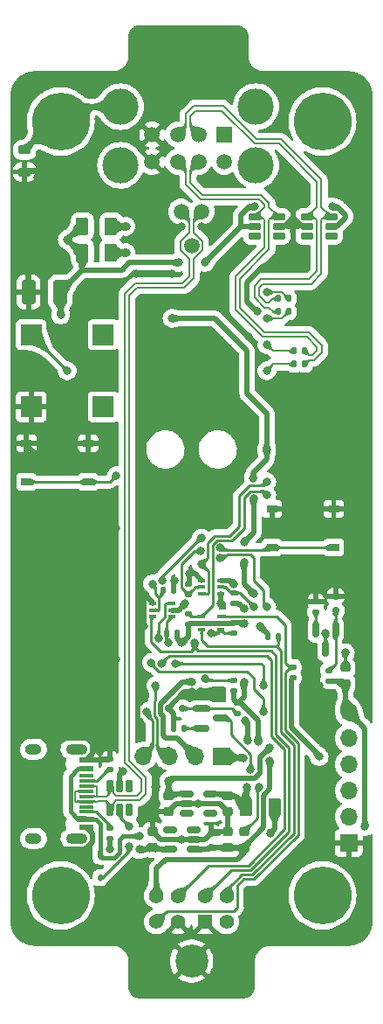
<source format=gbr>
%TF.GenerationSoftware,KiCad,Pcbnew,7.0.9*%
%TF.CreationDate,2024-02-19T16:26:54+08:00*%
%TF.ProjectId,usb3sun,75736233-7375-46e2-9e6b-696361645f70,B0*%
%TF.SameCoordinates,Original*%
%TF.FileFunction,Copper,L1,Top*%
%TF.FilePolarity,Positive*%
%FSLAX46Y46*%
G04 Gerber Fmt 4.6, Leading zero omitted, Abs format (unit mm)*
G04 Created by KiCad (PCBNEW 7.0.9) date 2024-02-19 16:26:54*
%MOMM*%
%LPD*%
G01*
G04 APERTURE LIST*
G04 Aperture macros list*
%AMRoundRect*
0 Rectangle with rounded corners*
0 $1 Rounding radius*
0 $2 $3 $4 $5 $6 $7 $8 $9 X,Y pos of 4 corners*
0 Add a 4 corners polygon primitive as box body*
4,1,4,$2,$3,$4,$5,$6,$7,$8,$9,$2,$3,0*
0 Add four circle primitives for the rounded corners*
1,1,$1+$1,$2,$3*
1,1,$1+$1,$4,$5*
1,1,$1+$1,$6,$7*
1,1,$1+$1,$8,$9*
0 Add four rect primitives between the rounded corners*
20,1,$1+$1,$2,$3,$4,$5,0*
20,1,$1+$1,$4,$5,$6,$7,0*
20,1,$1+$1,$6,$7,$8,$9,0*
20,1,$1+$1,$8,$9,$2,$3,0*%
G04 Aperture macros list end*
%TA.AperFunction,SMDPad,CuDef*%
%ADD10RoundRect,0.135000X-0.185000X0.135000X-0.185000X-0.135000X0.185000X-0.135000X0.185000X0.135000X0*%
%TD*%
%TA.AperFunction,SMDPad,CuDef*%
%ADD11RoundRect,0.150000X0.512500X0.150000X-0.512500X0.150000X-0.512500X-0.150000X0.512500X-0.150000X0*%
%TD*%
%TA.AperFunction,SMDPad,CuDef*%
%ADD12RoundRect,0.218750X-0.381250X0.218750X-0.381250X-0.218750X0.381250X-0.218750X0.381250X0.218750X0*%
%TD*%
%TA.AperFunction,SMDPad,CuDef*%
%ADD13RoundRect,0.250000X0.412500X0.925000X-0.412500X0.925000X-0.412500X-0.925000X0.412500X-0.925000X0*%
%TD*%
%TA.AperFunction,ComponentPad*%
%ADD14R,1.408000X1.408000*%
%TD*%
%TA.AperFunction,ComponentPad*%
%ADD15C,1.408000*%
%TD*%
%TA.AperFunction,ComponentPad*%
%ADD16C,3.200000*%
%TD*%
%TA.AperFunction,SMDPad,CuDef*%
%ADD17RoundRect,0.135000X0.185000X-0.135000X0.185000X0.135000X-0.185000X0.135000X-0.185000X-0.135000X0*%
%TD*%
%TA.AperFunction,SMDPad,CuDef*%
%ADD18RoundRect,0.150000X-0.512500X-0.150000X0.512500X-0.150000X0.512500X0.150000X-0.512500X0.150000X0*%
%TD*%
%TA.AperFunction,ComponentPad*%
%ADD19R,1.500000X1.500000*%
%TD*%
%TA.AperFunction,ComponentPad*%
%ADD20C,1.500000*%
%TD*%
%TA.AperFunction,ComponentPad*%
%ADD21C,3.500000*%
%TD*%
%TA.AperFunction,SMDPad,CuDef*%
%ADD22RoundRect,0.150000X0.475000X0.150000X-0.475000X0.150000X-0.475000X-0.150000X0.475000X-0.150000X0*%
%TD*%
%TA.AperFunction,SMDPad,CuDef*%
%ADD23RoundRect,0.250000X0.375000X0.625000X-0.375000X0.625000X-0.375000X-0.625000X0.375000X-0.625000X0*%
%TD*%
%TA.AperFunction,SMDPad,CuDef*%
%ADD24RoundRect,0.150000X-0.150000X0.475000X-0.150000X-0.475000X0.150000X-0.475000X0.150000X0.475000X0*%
%TD*%
%TA.AperFunction,SMDPad,CuDef*%
%ADD25RoundRect,0.218750X-0.256250X0.218750X-0.256250X-0.218750X0.256250X-0.218750X0.256250X0.218750X0*%
%TD*%
%TA.AperFunction,ComponentPad*%
%ADD26R,1.700000X1.700000*%
%TD*%
%TA.AperFunction,ComponentPad*%
%ADD27O,1.700000X1.700000*%
%TD*%
%TA.AperFunction,SMDPad,CuDef*%
%ADD28RoundRect,0.225000X0.250000X-0.225000X0.250000X0.225000X-0.250000X0.225000X-0.250000X-0.225000X0*%
%TD*%
%TA.AperFunction,SMDPad,CuDef*%
%ADD29RoundRect,0.150000X-0.200000X0.150000X-0.200000X-0.150000X0.200000X-0.150000X0.200000X0.150000X0*%
%TD*%
%TA.AperFunction,SMDPad,CuDef*%
%ADD30R,0.650000X0.400000*%
%TD*%
%TA.AperFunction,SMDPad,CuDef*%
%ADD31RoundRect,0.135000X-0.135000X-0.185000X0.135000X-0.185000X0.135000X0.185000X-0.135000X0.185000X0*%
%TD*%
%TA.AperFunction,SMDPad,CuDef*%
%ADD32RoundRect,0.250000X-0.375000X-0.625000X0.375000X-0.625000X0.375000X0.625000X-0.375000X0.625000X0*%
%TD*%
%TA.AperFunction,SMDPad,CuDef*%
%ADD33R,1.450000X0.600000*%
%TD*%
%TA.AperFunction,SMDPad,CuDef*%
%ADD34R,1.450000X0.300000*%
%TD*%
%TA.AperFunction,ComponentPad*%
%ADD35O,2.100000X1.000000*%
%TD*%
%TA.AperFunction,ComponentPad*%
%ADD36O,1.600000X1.000000*%
%TD*%
%TA.AperFunction,SMDPad,CuDef*%
%ADD37RoundRect,0.112500X0.112500X-0.187500X0.112500X0.187500X-0.112500X0.187500X-0.112500X-0.187500X0*%
%TD*%
%TA.AperFunction,SMDPad,CuDef*%
%ADD38RoundRect,0.135000X0.135000X0.185000X-0.135000X0.185000X-0.135000X-0.185000X0.135000X-0.185000X0*%
%TD*%
%TA.AperFunction,SMDPad,CuDef*%
%ADD39RoundRect,0.150000X-0.587500X-0.150000X0.587500X-0.150000X0.587500X0.150000X-0.587500X0.150000X0*%
%TD*%
%TA.AperFunction,SMDPad,CuDef*%
%ADD40R,2.000000X2.000000*%
%TD*%
%TA.AperFunction,SMDPad,CuDef*%
%ADD41RoundRect,0.150000X-0.150000X-0.200000X0.150000X-0.200000X0.150000X0.200000X-0.150000X0.200000X0*%
%TD*%
%TA.AperFunction,SMDPad,CuDef*%
%ADD42RoundRect,0.225000X-0.250000X0.225000X-0.250000X-0.225000X0.250000X-0.225000X0.250000X0.225000X0*%
%TD*%
%TA.AperFunction,SMDPad,CuDef*%
%ADD43RoundRect,0.150000X-0.475000X-0.150000X0.475000X-0.150000X0.475000X0.150000X-0.475000X0.150000X0*%
%TD*%
%TA.AperFunction,SMDPad,CuDef*%
%ADD44RoundRect,0.150000X-0.150000X0.587500X-0.150000X-0.587500X0.150000X-0.587500X0.150000X0.587500X0*%
%TD*%
%TA.AperFunction,SMDPad,CuDef*%
%ADD45R,1.000000X0.750000*%
%TD*%
%TA.AperFunction,ComponentPad*%
%ADD46C,3.600000*%
%TD*%
%TA.AperFunction,ConnectorPad*%
%ADD47C,5.600000*%
%TD*%
%TA.AperFunction,ViaPad*%
%ADD48C,0.800000*%
%TD*%
%TA.AperFunction,Conductor*%
%ADD49C,0.250000*%
%TD*%
%TA.AperFunction,Conductor*%
%ADD50C,0.500000*%
%TD*%
%TA.AperFunction,Conductor*%
%ADD51C,0.400000*%
%TD*%
%TA.AperFunction,Conductor*%
%ADD52C,0.200000*%
%TD*%
G04 APERTURE END LIST*
D10*
%TO.P,R15,1*%
%TO.N,/CC2*%
X70802500Y-107757500D03*
%TO.P,R15,2*%
%TO.N,GND*%
X70802500Y-108777500D03*
%TD*%
D11*
%TO.P,U4,1,VDD*%
%TO.N,VSUN*%
X78925000Y-109852500D03*
%TO.P,U4,2,GND*%
%TO.N,GND*%
X78925000Y-108902500D03*
%TO.P,U4,3,EN*%
%TO.N,unconnected-(U4-EN-Pad3)*%
X78925000Y-107952500D03*
%TO.P,U4,4,NC*%
%TO.N,unconnected-(U4-NC-Pad4)*%
X76650000Y-107952500D03*
%TO.P,U4,5,OUT*%
%TO.N,/VRAW*%
X76650000Y-109852500D03*
%TD*%
D12*
%TO.P,FB1,1*%
%TO.N,GNDPWR*%
X62547500Y-42117500D03*
%TO.P,FB1,2*%
%TO.N,GND*%
X62547500Y-44242500D03*
%TD*%
D13*
%TO.P,C5,1*%
%TO.N,+5V*%
X65990000Y-55880000D03*
%TO.P,C5,2*%
%TO.N,GND*%
X62915000Y-55880000D03*
%TD*%
D14*
%TO.P,J2,1*%
%TO.N,GND*%
X80040000Y-116850000D03*
D15*
%TO.P,J2,2*%
X77440000Y-116850000D03*
%TO.P,J2,3*%
%TO.N,VSUN*%
X82140000Y-116850000D03*
%TO.P,J2,4*%
%TO.N,/MTX*%
X80040000Y-114350000D03*
%TO.P,J2,5*%
%TO.N,/KRX*%
X75340000Y-116850000D03*
%TO.P,J2,6*%
%TO.N,/KTX*%
X82140000Y-114350000D03*
%TO.P,J2,7*%
%TO.N,/SPOWER*%
X77440000Y-114350000D03*
%TO.P,J2,8*%
%TO.N,VSUN*%
X75340000Y-114350000D03*
D16*
%TO.P,J2,SHIELD*%
%TO.N,GND*%
X78740000Y-120650000D03*
%TD*%
D17*
%TO.P,R19,1*%
%TO.N,+3V3*%
X82867499Y-86040000D03*
%TO.P,R19,2*%
%TO.N,/KTX_ENABLE#*%
X82867499Y-85020000D03*
%TD*%
D18*
%TO.P,U3,1,VDD*%
%TO.N,VBUS*%
X78237500Y-104460000D03*
%TO.P,U3,2,GND*%
%TO.N,GND*%
X78237500Y-105410000D03*
%TO.P,U3,3,EN*%
%TO.N,unconnected-(U3-EN-Pad3)*%
X78237500Y-106360000D03*
%TO.P,U3,4,NC*%
%TO.N,unconnected-(U3-NC-Pad4)*%
X80512500Y-106360000D03*
%TO.P,U3,5,OUT*%
%TO.N,/VRAW*%
X80512500Y-104460000D03*
%TD*%
D10*
%TO.P,R3,1*%
%TO.N,+3V3*%
X82867498Y-87880001D03*
%TO.P,R3,2*%
%TO.N,/INT_KTX*%
X82867498Y-88900001D03*
%TD*%
D19*
%TO.P,J1,1,VBUS1*%
%TO.N,/VBUS1*%
X81915000Y-40640000D03*
D20*
%TO.P,J1,2,D1-*%
%TO.N,/D2-*%
X79415000Y-40640000D03*
%TO.P,J1,3,D1+*%
%TO.N,/D2+*%
X77415000Y-40640000D03*
%TO.P,J1,4,GND1*%
%TO.N,GND*%
X74915000Y-40640000D03*
%TO.P,J1,5,VBUS2*%
%TO.N,/VBUS2*%
X81915000Y-43260000D03*
%TO.P,J1,6,D2-*%
%TO.N,/D1-*%
X79415000Y-43260000D03*
%TO.P,J1,7,D2+*%
%TO.N,/D1+*%
X77415000Y-43260000D03*
%TO.P,J1,8,GND2*%
%TO.N,GND*%
X74915000Y-43260000D03*
D21*
%TO.P,J1,9,Shield*%
%TO.N,GNDPWR*%
X84985000Y-37930000D03*
X71845000Y-37930000D03*
X84985000Y-43610000D03*
X71845000Y-43610000D03*
%TD*%
D22*
%TO.P,U6,1,IO1*%
%TO.N,unconnected-(U6-IO1-Pad1)*%
X87217500Y-50480000D03*
%TO.P,U6,2,VN*%
%TO.N,GND*%
X87217500Y-49530000D03*
%TO.P,U6,3,IO2*%
%TO.N,/D1-*%
X87217500Y-48580000D03*
%TO.P,U6,4,IO3*%
%TO.N,/D1+*%
X84867500Y-48580000D03*
%TO.P,U6,5,VP*%
%TO.N,+5V*%
X84867500Y-49530000D03*
%TO.P,U6,6,IO4*%
%TO.N,unconnected-(U6-IO4-Pad6)*%
X84867500Y-50480000D03*
%TD*%
D23*
%TO.P,F2,1*%
%TO.N,/VBUS2*%
X70932500Y-52070000D03*
%TO.P,F2,2*%
%TO.N,+5V*%
X68132500Y-52070000D03*
%TD*%
D24*
%TO.P,U7,1,IO1*%
%TO.N,unconnected-(U7-IO1-Pad1)*%
X72705000Y-103695000D03*
%TO.P,U7,2,VN*%
%TO.N,GND*%
X71755000Y-103695000D03*
%TO.P,U7,3,IO2*%
%TO.N,/D-*%
X70805000Y-103695000D03*
%TO.P,U7,4,IO3*%
%TO.N,/D+*%
X70805000Y-106045000D03*
%TO.P,U7,5,VP*%
%TO.N,/VBUS_REF*%
X71755000Y-106045000D03*
%TO.P,U7,6,IO4*%
%TO.N,unconnected-(U7-IO4-Pad6)*%
X72705000Y-106045000D03*
%TD*%
D25*
%TO.P,D3,1,K*%
%TO.N,Net-(D3-K)*%
X83820000Y-108115000D03*
%TO.P,D3,2,A*%
%TO.N,VSUN*%
X83820000Y-109690000D03*
%TD*%
D26*
%TO.P,J3,1,Pin_1*%
%TO.N,GND*%
X93980000Y-109220000D03*
D27*
%TO.P,J3,2,Pin_2*%
%TO.N,/UART_TX*%
X93980000Y-106680000D03*
%TO.P,J3,3,Pin_3*%
%TO.N,/UART_RX*%
X93980000Y-104140000D03*
%TO.P,J3,4,Pin_4*%
%TO.N,/SWDIO*%
X93980000Y-101600000D03*
%TO.P,J3,5,Pin_5*%
%TO.N,/SWCLK*%
X93980000Y-99060000D03*
%TO.P,J3,6,Pin_6*%
%TO.N,VBUS*%
X93980000Y-96520000D03*
%TD*%
D17*
%TO.P,R16,1*%
%TO.N,VBUS*%
X92075000Y-93537500D03*
%TO.P,R16,2*%
%TO.N,Net-(D5-K)*%
X92075000Y-92517500D03*
%TD*%
D28*
%TO.P,C3,1*%
%TO.N,VSUN*%
X82232500Y-109677500D03*
%TO.P,C3,2*%
%TO.N,GND*%
X82232500Y-108127500D03*
%TD*%
D17*
%TO.P,R2,1*%
%TO.N,VSUN*%
X88582500Y-93220000D03*
%TO.P,R2,2*%
%TO.N,/KRX*%
X88582500Y-92200000D03*
%TD*%
D29*
%TO.P,D1,1,K*%
%TO.N,VSUN*%
X80645000Y-109667500D03*
%TO.P,D1,2,A*%
%TO.N,GND*%
X80645000Y-108267500D03*
%TD*%
D30*
%TO.P,Q7,1,S*%
%TO.N,GND*%
X81595000Y-85105000D03*
%TO.P,Q7,2,G*%
%TO.N,/KTX_ENABLE#*%
X81595000Y-84455000D03*
%TO.P,Q7,3,D*%
%TO.N,/DISPLAY_GND*%
X81595000Y-83805000D03*
%TO.P,Q7,4,S*%
%TO.N,GND*%
X79695000Y-83805000D03*
%TO.P,Q7,5,G*%
%TO.N,/DISPLAY_RES#*%
X79695000Y-84455000D03*
%TO.P,Q7,6,D*%
%TO.N,/INT_KTX*%
X79695000Y-85105000D03*
%TD*%
D28*
%TO.P,C4,1*%
%TO.N,/VRAW*%
X74930000Y-109677500D03*
%TO.P,C4,2*%
%TO.N,GND*%
X74930000Y-108127500D03*
%TD*%
D31*
%TO.P,R7,1*%
%TO.N,/INT_SPOWER*%
X76007500Y-84772500D03*
%TO.P,R7,2*%
%TO.N,GND*%
X77027500Y-84772500D03*
%TD*%
D30*
%TO.P,Q1,1,S*%
%TO.N,/INT_KTX*%
X81595000Y-88597500D03*
%TO.P,Q1,2,G*%
%TO.N,+3V3*%
X81595000Y-87947500D03*
%TO.P,Q1,3,D*%
%TO.N,/KRX*%
X81595000Y-87297500D03*
%TO.P,Q1,4,S*%
%TO.N,/INT_KRX*%
X79695000Y-87297500D03*
%TO.P,Q1,5,G*%
%TO.N,+3V3*%
X79695000Y-87947500D03*
%TO.P,Q1,6,D*%
%TO.N,/KTX*%
X79695000Y-88597500D03*
%TD*%
D17*
%TO.P,R14,1*%
%TO.N,/CC1*%
X70802500Y-102110000D03*
%TO.P,R14,2*%
%TO.N,GND*%
X70802500Y-101090000D03*
%TD*%
%TO.P,R6,1*%
%TO.N,VSUN*%
X82867500Y-94490000D03*
%TO.P,R6,2*%
%TO.N,/MTX*%
X82867500Y-93470000D03*
%TD*%
D32*
%TO.P,F3,1*%
%TO.N,/VRAW*%
X84007500Y-105727500D03*
%TO.P,F3,2*%
%TO.N,+5V*%
X86807500Y-105727500D03*
%TD*%
D17*
%TO.P,R12,1*%
%TO.N,Net-(Q5-E)*%
X90807500Y-86855000D03*
%TO.P,R12,2*%
%TO.N,GND*%
X90807500Y-85835000D03*
%TD*%
D33*
%TO.P,J4,A1,GND*%
%TO.N,GND*%
X68497500Y-101207500D03*
%TO.P,J4,A4,VBUS*%
%TO.N,VBUS*%
X68497500Y-102007500D03*
D34*
%TO.P,J4,A5,CC1*%
%TO.N,/CC1*%
X68497500Y-103207500D03*
%TO.P,J4,A6,D+*%
%TO.N,/D+*%
X68497500Y-104207500D03*
%TO.P,J4,A7,D-*%
%TO.N,/D-*%
X68497500Y-104707500D03*
%TO.P,J4,A8,SBU1*%
%TO.N,unconnected-(J4-SBU1-PadA8)*%
X68497500Y-105707500D03*
D33*
%TO.P,J4,A9,VBUS*%
%TO.N,VBUS*%
X68497500Y-106907500D03*
%TO.P,J4,A12,GND*%
%TO.N,GND*%
X68497500Y-107707500D03*
%TO.P,J4,B1,GND*%
X68497500Y-107707500D03*
%TO.P,J4,B4,VBUS*%
%TO.N,VBUS*%
X68497500Y-106907500D03*
D34*
%TO.P,J4,B5,CC2*%
%TO.N,/CC2*%
X68497500Y-106207500D03*
%TO.P,J4,B6,D+*%
%TO.N,/D+*%
X68497500Y-105207500D03*
%TO.P,J4,B7,D-*%
%TO.N,/D-*%
X68497500Y-103707500D03*
%TO.P,J4,B8,SBU2*%
%TO.N,unconnected-(J4-SBU2-PadB8)*%
X68497500Y-102707500D03*
D33*
%TO.P,J4,B9,VBUS*%
%TO.N,VBUS*%
X68497500Y-102007500D03*
%TO.P,J4,B12,GND*%
%TO.N,GND*%
X68497500Y-101207500D03*
D35*
%TO.P,J4,S1,SHIELD*%
%TO.N,unconnected-(J4-SHIELD-PadS1)*%
X67582500Y-100137500D03*
D36*
X63402500Y-100137500D03*
D35*
X67582500Y-108777500D03*
D36*
X63402500Y-108777500D03*
%TD*%
D37*
%TO.P,D4,1,K*%
%TO.N,/VBUS_REF*%
X69850000Y-112590000D03*
%TO.P,D4,2,A*%
%TO.N,VBUS*%
X69850000Y-110490000D03*
%TD*%
D38*
%TO.P,R5,1*%
%TO.N,+3V3*%
X77345000Y-88900000D03*
%TO.P,R5,2*%
%TO.N,/INT_MTX*%
X76325000Y-88900000D03*
%TD*%
D31*
%TO.P,R4,1*%
%TO.N,VSUN*%
X86167500Y-89217500D03*
%TO.P,R4,2*%
%TO.N,/KTX*%
X87187500Y-89217500D03*
%TD*%
D30*
%TO.P,Q3,1,S*%
%TO.N,GND*%
X74932500Y-86027500D03*
%TO.P,Q3,2,G*%
%TO.N,/INT_SPOWER*%
X74932500Y-86677500D03*
%TO.P,Q3,3,D*%
%TO.N,/MTX*%
X74932500Y-87327500D03*
%TO.P,Q3,4,S*%
%TO.N,/INT_MTX*%
X76832500Y-87327500D03*
%TO.P,Q3,5,G*%
%TO.N,+3V3*%
X76832500Y-86677500D03*
%TO.P,Q3,6,D*%
%TO.N,/SPOWER*%
X76832500Y-86027500D03*
%TD*%
D39*
%TO.P,Q6,1,B*%
%TO.N,Net-(D6-K)*%
X79707500Y-96205000D03*
%TO.P,Q6,2,E*%
%TO.N,Net-(Q6-E)*%
X79707500Y-98105000D03*
%TO.P,Q6,3,C*%
%TO.N,Net-(D3-K)*%
X81582500Y-97155000D03*
%TD*%
D40*
%TO.P,BZ1,1,-*%
%TO.N,/BUZZER*%
X63175000Y-60000000D03*
%TO.P,BZ1,2,+*%
%TO.N,GND*%
X63175000Y-67000000D03*
%TO.P,BZ1,3*%
%TO.N,N/C*%
X70175000Y-67000000D03*
%TO.P,BZ1,4*%
X70175000Y-60000000D03*
%TD*%
D41*
%TO.P,D6,1,K*%
%TO.N,Net-(D6-K)*%
X77852500Y-96202500D03*
%TO.P,D6,2,A*%
%TO.N,GND*%
X76452500Y-96202500D03*
%TD*%
D29*
%TO.P,D5,1,K*%
%TO.N,Net-(D5-K)*%
X92712500Y-86727500D03*
%TO.P,D5,2,A*%
%TO.N,GND*%
X92712500Y-85327500D03*
%TD*%
D38*
%TO.P,R10,1*%
%TO.N,/D1+*%
X89727500Y-61595000D03*
%TO.P,R10,2*%
%TO.N,/INT_D1+*%
X88707500Y-61595000D03*
%TD*%
D42*
%TO.P,C1,1*%
%TO.N,VBUS*%
X76517500Y-104635000D03*
%TO.P,C1,2*%
%TO.N,GND*%
X76517500Y-106185000D03*
%TD*%
D31*
%TO.P,R9,1*%
%TO.N,/D2-*%
X87120000Y-57785000D03*
%TO.P,R9,2*%
%TO.N,/INT_D2-*%
X88140000Y-57785000D03*
%TD*%
%TO.P,R8,1*%
%TO.N,/D2+*%
X87120000Y-56515000D03*
%TO.P,R8,2*%
%TO.N,/INT_D2+*%
X88140000Y-56515000D03*
%TD*%
D43*
%TO.P,U5,1,IO1*%
%TO.N,/D2-*%
X89947500Y-48580000D03*
%TO.P,U5,2,VN*%
%TO.N,GND*%
X89947500Y-49530000D03*
%TO.P,U5,3,IO2*%
%TO.N,unconnected-(U5-IO2-Pad3)*%
X89947500Y-50480000D03*
%TO.P,U5,4,IO3*%
%TO.N,unconnected-(U5-IO3-Pad4)*%
X92297500Y-50480000D03*
%TO.P,U5,5,VP*%
%TO.N,+5V*%
X92297500Y-49530000D03*
%TO.P,U5,6,IO4*%
%TO.N,/D2+*%
X92297500Y-48580000D03*
%TD*%
D10*
%TO.P,R17,1*%
%TO.N,VSUN*%
X83185000Y-95692500D03*
%TO.P,R17,2*%
%TO.N,Net-(D6-K)*%
X83185000Y-96712500D03*
%TD*%
D38*
%TO.P,R13,1*%
%TO.N,Net-(Q6-E)*%
X77980000Y-98107500D03*
%TO.P,R13,2*%
%TO.N,GND*%
X76960000Y-98107500D03*
%TD*%
D42*
%TO.P,C2,1*%
%TO.N,/VRAW*%
X82232501Y-104635000D03*
%TO.P,C2,2*%
%TO.N,GND*%
X82232501Y-106185000D03*
%TD*%
D25*
%TO.P,D2,1,K*%
%TO.N,Net-(D2-K)*%
X93662500Y-92240000D03*
%TO.P,D2,2,A*%
%TO.N,VBUS*%
X93662500Y-93815000D03*
%TD*%
D26*
%TO.P,U2,1,GND*%
%TO.N,/DISPLAY_GND*%
X81630000Y-100800000D03*
D27*
%TO.P,U2,2,VCC*%
%TO.N,+3V3*%
X79090000Y-100800000D03*
%TO.P,U2,3,SCL*%
%TO.N,/DISPLAY_SCL*%
X76550000Y-100800000D03*
%TO.P,U2,4,SDA*%
%TO.N,/DISPLAY_SDA*%
X74010000Y-100800000D03*
%TD*%
D44*
%TO.P,Q5,1,B*%
%TO.N,Net-(D5-K)*%
X92710000Y-88582500D03*
%TO.P,Q5,2,E*%
%TO.N,Net-(Q5-E)*%
X90810000Y-88582500D03*
%TO.P,Q5,3,C*%
%TO.N,Net-(D2-K)*%
X91760000Y-90457500D03*
%TD*%
D45*
%TO.P,SW2,1,1*%
%TO.N,GND*%
X86535000Y-76865000D03*
X92535000Y-76865000D03*
%TO.P,SW2,2,2*%
%TO.N,/SPOWER*%
X86535000Y-80615000D03*
X92535000Y-80615000D03*
%TD*%
%TO.P,SW1,1,1*%
%TO.N,/RESET*%
X68722500Y-74265000D03*
X62722500Y-74265000D03*
%TO.P,SW1,2,2*%
%TO.N,GND*%
X68722500Y-70515000D03*
X62722500Y-70515000D03*
%TD*%
D38*
%TO.P,R11,1*%
%TO.N,/D1-*%
X89727501Y-62865000D03*
%TO.P,R11,2*%
%TO.N,/INT_D1-*%
X88707501Y-62865000D03*
%TD*%
D23*
%TO.P,F1,1*%
%TO.N,/VBUS1*%
X70932500Y-49530000D03*
%TO.P,F1,2*%
%TO.N,+5V*%
X68132500Y-49530000D03*
%TD*%
D17*
%TO.P,R18,1*%
%TO.N,/DISPLAY_RES#*%
X78422499Y-85155000D03*
%TO.P,R18,2*%
%TO.N,GND*%
X78422499Y-84135000D03*
%TD*%
%TO.P,R1,1*%
%TO.N,+3V3*%
X78422498Y-88027501D03*
%TO.P,R1,2*%
%TO.N,/INT_KRX*%
X78422498Y-87007501D03*
%TD*%
D46*
%TO.P,H4,1,1*%
%TO.N,unconnected-(H4-Pad1)*%
X91440000Y-39370000D03*
D47*
X91440000Y-39370000D03*
%TD*%
D46*
%TO.P,H3,1,1*%
%TO.N,unconnected-(H3-Pad1)*%
X91440000Y-114300000D03*
D47*
X91440000Y-114300000D03*
%TD*%
D20*
%TO.P,U1,48,GND*%
%TO.N,GND*%
X78740000Y-51390000D03*
%TO.P,U1,49,D-*%
%TO.N,/D-*%
X77740000Y-48090000D03*
%TO.P,U1,50,D+*%
%TO.N,/D+*%
X79740000Y-48090000D03*
%TD*%
D46*
%TO.P,H1,1,1*%
%TO.N,GNDPWR*%
X66040000Y-39370000D03*
D47*
X66040000Y-39370000D03*
%TD*%
D46*
%TO.P,H2,1,1*%
%TO.N,unconnected-(H2-Pad1)*%
X66040000Y-114300000D03*
D47*
X66040000Y-114300000D03*
%TD*%
D48*
%TO.N,/BUZZER*%
X66675000Y-63500000D03*
%TO.N,GND*%
X65246250Y-107950000D03*
X84296250Y-60166250D03*
X79375000Y-105410000D03*
X65722500Y-109855000D03*
X77787500Y-49530000D03*
X78740000Y-94615000D03*
X73660000Y-97472500D03*
X77052999Y-83820000D03*
X66675000Y-44450000D03*
X63817500Y-71755000D03*
X65246250Y-100965000D03*
X81597500Y-86042500D03*
X63182500Y-65087500D03*
X68580000Y-44450000D03*
X86042500Y-66040000D03*
X92392500Y-60960000D03*
X72053778Y-102253722D03*
X67627500Y-45402500D03*
X92392500Y-58420000D03*
X74090444Y-85090000D03*
X74930000Y-106680000D03*
X62865000Y-53657500D03*
X79692500Y-49530000D03*
X85090000Y-57785000D03*
X73660000Y-95567500D03*
X71437500Y-78740000D03*
X86042500Y-53340000D03*
X91122500Y-93980000D03*
X75247500Y-103822500D03*
X78501999Y-83185000D03*
X65722500Y-99060000D03*
X73342500Y-54133750D03*
X92392500Y-55880000D03*
X71437500Y-91440000D03*
X83820000Y-52070000D03*
X70802500Y-100012500D03*
X76835000Y-54133750D03*
X70802500Y-109855000D03*
X77787500Y-108902500D03*
X74090444Y-88265000D03*
X63817500Y-44767500D03*
X66675000Y-53340000D03*
X92392500Y-53340000D03*
X88582500Y-46355000D03*
X80645000Y-45402500D03*
X67627500Y-43497500D03*
%TO.N,VBUS*%
X73660000Y-108585000D03*
X95567500Y-107632500D03*
X86333000Y-100012500D03*
X76517500Y-103187500D03*
%TO.N,+5V*%
X80010000Y-53022500D03*
X77470000Y-53022500D03*
X84861257Y-47597000D03*
X66040000Y-58102500D03*
X86360000Y-108267500D03*
X92392500Y-47625000D03*
X66675000Y-50800000D03*
%TO.N,VSUN*%
X85407500Y-88265000D03*
X86332500Y-101282500D03*
X85213812Y-99377500D03*
X83820000Y-93662500D03*
X91122500Y-100862000D03*
%TO.N,/DISPLAY_SCL*%
X75247500Y-93980000D03*
%TO.N,/DISPLAY_SDA*%
X74403000Y-96504184D03*
%TO.N,/DISPLAY_RES#*%
X79602500Y-80962500D03*
X86042500Y-86360000D03*
X81502000Y-81643739D03*
%TO.N,/RESET*%
X71437500Y-73660000D03*
%TO.N,/MTX*%
X80010000Y-93316791D03*
X79045466Y-89858446D03*
%TO.N,+3V3*%
X78740000Y-93615497D03*
X83820000Y-80105500D03*
X78105000Y-86042500D03*
X84736451Y-73888000D03*
X83820000Y-88009501D03*
X76835000Y-58420000D03*
X86042500Y-71120000D03*
X84772500Y-75882500D03*
X84772500Y-85090000D03*
X83820000Y-82004500D03*
X77787500Y-89852500D03*
X83820000Y-86560501D03*
%TO.N,/SPOWER*%
X79692500Y-79692500D03*
X75539944Y-89430911D03*
X75835735Y-91867791D03*
X81502000Y-80644236D03*
X75882500Y-83820000D03*
%TO.N,/INT_KRX*%
X86042500Y-75565000D03*
%TO.N,/INT_KTX*%
X80645000Y-88900000D03*
X79692500Y-82232500D03*
X86042500Y-74247997D03*
%TO.N,/INT_MTX*%
X77152500Y-91867791D03*
X85725000Y-93980000D03*
X76517500Y-89852500D03*
%TO.N,/INT_SPOWER*%
X74930000Y-84137500D03*
X85725000Y-96520000D03*
X74837284Y-91748551D03*
%TO.N,/INT_D1+*%
X86042500Y-60960000D03*
%TO.N,/INT_D1-*%
X86042500Y-63500000D03*
%TO.N,/INT_D2+*%
X86042500Y-55880000D03*
%TO.N,/INT_D2-*%
X86042500Y-58420000D03*
%TO.N,/VBUS1*%
X72390000Y-49530000D03*
%TO.N,/VBUS2*%
X72390000Y-52070000D03*
%TO.N,Net-(D2-K)*%
X93662500Y-90805000D03*
X91757500Y-88900000D03*
%TO.N,Net-(D3-K)*%
X84489312Y-102123000D03*
X85284420Y-103768045D03*
%TO.N,/VRAW*%
X84137500Y-103822500D03*
X73660000Y-109855000D03*
%TO.N,/VBUS_REF*%
X72707500Y-107632500D03*
X72707500Y-109537500D03*
%TO.N,/DISPLAY_GND*%
X84173549Y-99341451D03*
X83951812Y-97340689D03*
X83756357Y-100973455D03*
X82867500Y-84137500D03*
%TO.N,/KTX_ENABLE#*%
X84798069Y-86354618D03*
%TD*%
D49*
%TO.N,/BUZZER*%
X63175000Y-60000000D02*
X66675000Y-63500000D01*
D50*
%TO.N,GND*%
X78237500Y-105410000D02*
X79375000Y-105410000D01*
X78040000Y-94615000D02*
X78740000Y-94615000D01*
X88582500Y-48688528D02*
X89423972Y-49530000D01*
X62865000Y-53657500D02*
X62865000Y-55830000D01*
X76452500Y-96202500D02*
X78040000Y-94615000D01*
X76517500Y-106185000D02*
X77292500Y-105410000D01*
X76452500Y-96202500D02*
X76960000Y-96710000D01*
X77787500Y-108902500D02*
X75705000Y-108902500D01*
X68497500Y-101207500D02*
X69082500Y-100622500D01*
X79375000Y-105410000D02*
X81457501Y-105410000D01*
X78925000Y-108902500D02*
X77787500Y-108902500D01*
X76960000Y-96710000D02*
X76960000Y-98107500D01*
X84137500Y-56832500D02*
X85090000Y-57785000D01*
X74932500Y-86027500D02*
X74932500Y-85932056D01*
X84137500Y-54927500D02*
X84137500Y-56832500D01*
X63817500Y-44767500D02*
X63817500Y-44450000D01*
X69082500Y-109171003D02*
X68398503Y-109855000D01*
X68497500Y-107707500D02*
X69082500Y-108292500D01*
X63175000Y-65095000D02*
X63182500Y-65087500D01*
X80785000Y-108127500D02*
X80645000Y-108267500D01*
X74090444Y-85090000D02*
X74090444Y-88265000D01*
X74930000Y-108127500D02*
X74930000Y-106680000D01*
X86042500Y-53340000D02*
X85725000Y-53340000D01*
X73660000Y-97472500D02*
X73553000Y-97365500D01*
X63817500Y-44450000D02*
X63500000Y-44132500D01*
X81457501Y-105410000D02*
X82232501Y-106185000D01*
X71755000Y-102552500D02*
X72053778Y-102253722D01*
X77292500Y-105410000D02*
X78237500Y-105410000D01*
X70802500Y-101090000D02*
X70802500Y-100012500D01*
X73553000Y-97365500D02*
X73553000Y-95674500D01*
X76517500Y-106185000D02*
X75425000Y-106185000D01*
X73553000Y-95674500D02*
X73660000Y-95567500D01*
X78925000Y-108902500D02*
X80010000Y-108902500D01*
X75425000Y-106185000D02*
X74930000Y-106680000D01*
X78501999Y-83185000D02*
X79075000Y-83185000D01*
X62722500Y-70660000D02*
X63817500Y-71755000D01*
X87217500Y-49530000D02*
X87741028Y-49530000D01*
X77027500Y-84772500D02*
X77027500Y-83845499D01*
X80010000Y-108902500D02*
X80645000Y-108267500D01*
X82232501Y-106185000D02*
X82232501Y-108127499D01*
X69082500Y-100622500D02*
X69082500Y-99562500D01*
X74930000Y-106680000D02*
X75247500Y-106362500D01*
X81597500Y-86042500D02*
X81595000Y-86040000D01*
X88582500Y-46355000D02*
X88582500Y-48688528D01*
X68398503Y-109855000D02*
X65722500Y-109855000D01*
X89423972Y-49530000D02*
X89947500Y-49530000D01*
X62722500Y-70515000D02*
X62722500Y-70660000D01*
X70685000Y-101207500D02*
X70802500Y-101090000D01*
X69082500Y-99562500D02*
X68580000Y-99060000D01*
X63500000Y-44132500D02*
X62657500Y-44132500D01*
X63175000Y-67000000D02*
X63175000Y-65095000D01*
X79075000Y-83185000D02*
X79695000Y-83805000D01*
X82232500Y-108127500D02*
X80785000Y-108127500D01*
X75705000Y-108902500D02*
X74930000Y-108127500D01*
X69082500Y-108292500D02*
X69082500Y-109171003D01*
X70802500Y-108777500D02*
X70802500Y-109855000D01*
X78422499Y-84135000D02*
X78501999Y-84055500D01*
X74932500Y-85932056D02*
X74090444Y-85090000D01*
X71755000Y-103695000D02*
X71755000Y-102552500D01*
X62722500Y-70515000D02*
X68722500Y-70515000D01*
X85725000Y-53340000D02*
X84137500Y-54927500D01*
X77027500Y-83845499D02*
X77052999Y-83820000D01*
X68580000Y-99060000D02*
X65722500Y-99060000D01*
X78501999Y-84055500D02*
X78501999Y-83185000D01*
X75247500Y-106362500D02*
X75247500Y-103822500D01*
X68497500Y-101207500D02*
X70685000Y-101207500D01*
X87741028Y-49530000D02*
X88582500Y-48688528D01*
X81595000Y-86040000D02*
X81595000Y-85105000D01*
%TO.N,VBUS*%
X78237500Y-104460000D02*
X76692501Y-104460000D01*
X85407500Y-102406894D02*
X84841894Y-102972500D01*
D51*
X70015000Y-110655000D02*
X71272500Y-110655000D01*
X66972500Y-106165828D02*
X66972500Y-102749172D01*
X71755000Y-108902500D02*
X72072500Y-108585000D01*
X68497500Y-106907500D02*
X69430038Y-106907500D01*
X67714172Y-106907500D02*
X66972500Y-106165828D01*
X69430038Y-106907500D02*
X69850000Y-107327462D01*
D50*
X76732500Y-102972500D02*
X76517500Y-103187500D01*
X95567500Y-98107500D02*
X95567500Y-107632500D01*
X84841894Y-102972500D02*
X76732500Y-102972500D01*
X86333000Y-100012500D02*
X85407500Y-100938000D01*
D51*
X71755000Y-110172500D02*
X71755000Y-108902500D01*
X72072500Y-108585000D02*
X73660000Y-108585000D01*
X67714172Y-102007500D02*
X68497500Y-102007500D01*
D50*
X85407500Y-100938000D02*
X85407500Y-102406894D01*
D51*
X69850000Y-107327462D02*
X69850000Y-110490000D01*
D50*
X93662500Y-93815000D02*
X93385000Y-93537500D01*
D51*
X69850000Y-110490000D02*
X70015000Y-110655000D01*
X71272500Y-110655000D02*
X71755000Y-110172500D01*
D50*
X93980000Y-96520000D02*
X95567500Y-98107500D01*
X93662500Y-93815000D02*
X93662500Y-96202500D01*
D51*
X68497500Y-106907500D02*
X67714172Y-106907500D01*
D50*
X93385000Y-93537500D02*
X92075000Y-93537500D01*
X76517500Y-103187500D02*
X76517500Y-104635000D01*
D51*
X66972500Y-102749172D02*
X67714172Y-102007500D01*
D52*
%TO.N,/D1-*%
X78640001Y-44034999D02*
X79415000Y-43260000D01*
X79785700Y-46447500D02*
X78640001Y-45301801D01*
X91360160Y-61009506D02*
X90133154Y-59782500D01*
X86267500Y-51753352D02*
X86267500Y-48895000D01*
X86267500Y-47214300D02*
X85500700Y-46447500D01*
X78640001Y-45301801D02*
X78640001Y-44034999D01*
X86582500Y-48580000D02*
X87217500Y-48580000D01*
X83436412Y-57400712D02*
X83436412Y-54584440D01*
X87217500Y-48580000D02*
X86267500Y-47630000D01*
X83436412Y-54584440D02*
X86267500Y-51753352D01*
X90650853Y-62455000D02*
X91360160Y-61745693D01*
X86267500Y-48895000D02*
X86582500Y-48580000D01*
X91360160Y-61745693D02*
X91360160Y-61009506D01*
X86267500Y-47630000D02*
X86267500Y-47214300D01*
X85500700Y-46447500D02*
X79785700Y-46447500D01*
X90133154Y-59782500D02*
X85818200Y-59782500D01*
X90137501Y-62455000D02*
X90650853Y-62455000D01*
X85818200Y-59782500D02*
X83436412Y-57400712D01*
X89727501Y-62865000D02*
X90137501Y-62455000D01*
%TO.N,/D1+*%
X90910160Y-61559293D02*
X90910160Y-61195906D01*
X85631800Y-60232500D02*
X82986412Y-57587112D01*
X85314300Y-46897500D02*
X79599300Y-46897500D01*
X90464453Y-62005000D02*
X90910160Y-61559293D01*
X82986412Y-54398040D02*
X85817500Y-51566952D01*
X85817500Y-51566952D02*
X85817500Y-48895000D01*
X89946754Y-60232500D02*
X85631800Y-60232500D01*
X90137500Y-62005000D02*
X90464453Y-62005000D01*
X84867500Y-48580000D02*
X85817500Y-47630000D01*
X79599300Y-46897500D02*
X78189999Y-45488199D01*
X78189999Y-44034999D02*
X77415000Y-43260000D01*
X90910160Y-61195906D02*
X89946754Y-60232500D01*
X85817500Y-48895000D02*
X85502500Y-48580000D01*
X85817500Y-47400700D02*
X85314300Y-46897500D01*
X89727500Y-61595000D02*
X90137500Y-62005000D01*
X78189999Y-45488199D02*
X78189999Y-44034999D01*
X85502500Y-48580000D02*
X84867500Y-48580000D01*
X85817500Y-47630000D02*
X85817500Y-47400700D01*
X82986412Y-57587112D02*
X82986412Y-54398040D01*
%TO.N,/D2-*%
X84865000Y-55255607D02*
X85489060Y-54631547D01*
X86229999Y-57375000D02*
X85818902Y-57375000D01*
X78647500Y-39872500D02*
X78647500Y-38828200D01*
X84843602Y-41500000D02*
X87219300Y-41500000D01*
X90897500Y-53881800D02*
X90897500Y-48895000D01*
X90897500Y-47630000D02*
X89947500Y-48580000D01*
X86639999Y-57785000D02*
X86229999Y-57375000D01*
X90147753Y-54631547D02*
X90897500Y-53881800D01*
X79415000Y-40640000D02*
X78647500Y-39872500D01*
X89947500Y-48580000D02*
X90582500Y-48580000D01*
X87219300Y-41500000D02*
X90897500Y-45178200D01*
X84865000Y-56421098D02*
X84865000Y-55255607D01*
X90897500Y-45178200D02*
X90897500Y-47630000D01*
X90582500Y-48580000D02*
X90897500Y-48895000D01*
X87120000Y-57785000D02*
X86639999Y-57785000D01*
X79150700Y-38325000D02*
X81668602Y-38325000D01*
X85818902Y-57375000D02*
X84865000Y-56421098D01*
X85489060Y-54631547D02*
X90147753Y-54631547D01*
X81668602Y-38325000D02*
X84843602Y-41500000D01*
X78647500Y-38828200D02*
X79150700Y-38325000D01*
%TO.N,/D2+*%
X86005302Y-56925000D02*
X85315000Y-56234698D01*
X90334153Y-55081547D02*
X91347500Y-54068200D01*
X85675460Y-55081547D02*
X90334153Y-55081547D01*
X91347500Y-47630000D02*
X92297500Y-48580000D01*
X77415000Y-40640000D02*
X78197500Y-39857500D01*
X86229999Y-56925000D02*
X86005302Y-56925000D01*
X85315000Y-55442007D02*
X85675460Y-55081547D01*
X91662500Y-48580000D02*
X91347500Y-48895000D01*
X87405700Y-41050000D02*
X91347500Y-44991800D01*
X81855002Y-37875000D02*
X85030002Y-41050000D01*
X87120000Y-56515000D02*
X86639999Y-56515000D01*
X92297500Y-48580000D02*
X91662500Y-48580000D01*
X86639999Y-56515000D02*
X86229999Y-56925000D01*
X85315000Y-56234698D02*
X85315000Y-55442007D01*
X78197500Y-39857500D02*
X78197500Y-38641800D01*
X78197500Y-38641800D02*
X78964300Y-37875000D01*
X91347500Y-44991800D02*
X91347500Y-47630000D01*
X85030002Y-41050000D02*
X87405700Y-41050000D01*
X78964300Y-37875000D02*
X81855002Y-37875000D01*
X91347500Y-54068200D02*
X91347500Y-48895000D01*
D50*
%TO.N,+5V*%
X65990000Y-55880000D02*
X68132500Y-53737500D01*
X92821028Y-49530000D02*
X92297500Y-49530000D01*
X84376972Y-47597000D02*
X84861257Y-47597000D01*
X72707500Y-53022500D02*
X77470000Y-53022500D01*
X93662500Y-48420000D02*
X93662500Y-48688528D01*
X66040000Y-58102500D02*
X66040000Y-55930000D01*
X83502500Y-49530000D02*
X83502500Y-48471472D01*
X93662500Y-48688528D02*
X92821028Y-49530000D01*
X80010000Y-53022500D02*
X83502500Y-49530000D01*
X83502500Y-48471472D02*
X84376972Y-47597000D01*
X68132500Y-53737500D02*
X68132500Y-52070000D01*
X86360000Y-108267500D02*
X86807500Y-107820000D01*
X83502500Y-49530000D02*
X84867500Y-49530000D01*
X71992500Y-53737500D02*
X72707500Y-53022500D01*
X92392500Y-47625000D02*
X92867500Y-47625000D01*
X67945000Y-49530000D02*
X66675000Y-50800000D01*
X68132500Y-53737500D02*
X71992500Y-53737500D01*
X92867500Y-47625000D02*
X93662500Y-48420000D01*
X67945000Y-52070000D02*
X66675000Y-50800000D01*
X86807500Y-107820000D02*
X86807500Y-105727500D01*
%TO.N,VSUN*%
X86167500Y-89217500D02*
X86167500Y-89025000D01*
X91122500Y-100862000D02*
X91122500Y-100782640D01*
X88412500Y-98072640D02*
X88412500Y-93390000D01*
X82867500Y-95375000D02*
X82867500Y-94490000D01*
X83820000Y-110172500D02*
X83820000Y-109690000D01*
X75340000Y-114350000D02*
X75340000Y-111667500D01*
X83185000Y-95692500D02*
X82867500Y-95375000D01*
X83820000Y-95057500D02*
X83820000Y-93662500D01*
X86332500Y-104008500D02*
X86332500Y-101282500D01*
X85213812Y-99377500D02*
X85213812Y-97401313D01*
X85725000Y-107700418D02*
X85725000Y-104616000D01*
X82232500Y-109677500D02*
X80655000Y-109677500D01*
X88412500Y-93390000D02*
X88582500Y-93220000D01*
X83185000Y-110807500D02*
X83820000Y-110172500D01*
X83820000Y-109605418D02*
X85725000Y-107700418D01*
X78925000Y-109852500D02*
X80460000Y-109852500D01*
X83185000Y-95692500D02*
X83820000Y-95057500D01*
X83504999Y-95692500D02*
X83185000Y-95692500D01*
X85725000Y-104616000D02*
X86332500Y-104008500D01*
X80460000Y-109852500D02*
X80645000Y-109667500D01*
X75340000Y-111667500D02*
X76200000Y-110807500D01*
X85213812Y-97401313D02*
X83504999Y-95692500D01*
X91122500Y-100782640D02*
X88412500Y-98072640D01*
X86167500Y-89025000D02*
X85407500Y-88265000D01*
X76200000Y-110807500D02*
X83185000Y-110807500D01*
X83820000Y-109690000D02*
X82245000Y-109690000D01*
D49*
%TO.N,/DISPLAY_SCL*%
X75247500Y-95391643D02*
X75247500Y-93980000D01*
X75380000Y-99827500D02*
X75380000Y-97214696D01*
X76352500Y-100800000D02*
X75380000Y-99827500D01*
X75127500Y-96962196D02*
X75127500Y-95511643D01*
X75127500Y-95511643D02*
X75247500Y-95391643D01*
X75380000Y-97214696D02*
X75127500Y-96962196D01*
%TO.N,/DISPLAY_SDA*%
X74677500Y-97148592D02*
X74930000Y-97401092D01*
X74403000Y-96504184D02*
X74677500Y-96778684D01*
X74930000Y-99880000D02*
X74010000Y-100800000D01*
X74677500Y-96778684D02*
X74677500Y-97148592D01*
X74930000Y-97401092D02*
X74930000Y-99880000D01*
%TO.N,/DISPLAY_RES#*%
X85725000Y-86042500D02*
X86042500Y-86360000D01*
X85725000Y-84772500D02*
X85725000Y-86042500D01*
X84772500Y-83820000D02*
X85725000Y-84772500D01*
X81846066Y-81643739D02*
X82209805Y-81280000D01*
X77777499Y-84510000D02*
X78422499Y-85155000D01*
X77777499Y-82242501D02*
X77777499Y-84510000D01*
X81502000Y-81643739D02*
X81846066Y-81643739D01*
X82209805Y-81280000D02*
X84455000Y-81280000D01*
X84455000Y-81280000D02*
X84772500Y-81597500D01*
X79602500Y-80962500D02*
X79057500Y-80962500D01*
X84772500Y-81597500D02*
X84772500Y-83820000D01*
X79122499Y-84455000D02*
X79695000Y-84455000D01*
X79057500Y-80962500D02*
X77777499Y-82242501D01*
X78422499Y-85155000D02*
X79122499Y-84455000D01*
%TO.N,/RESET*%
X70832500Y-74265000D02*
X71437500Y-73660000D01*
X62722500Y-74265000D02*
X68722500Y-74265000D01*
X68722500Y-74265000D02*
X70832500Y-74265000D01*
D50*
%TO.N,GNDPWR*%
X65295000Y-39370000D02*
X62547500Y-42117500D01*
X71845000Y-37930000D02*
X67480000Y-37930000D01*
D49*
%TO.N,/MTX*%
X82557500Y-111832500D02*
X84456701Y-111832500D01*
X79375000Y-90620000D02*
X79045466Y-90290466D01*
X79045466Y-90314534D02*
X78687500Y-90672500D01*
X86937500Y-98683604D02*
X86937500Y-91065000D01*
X78687500Y-90672500D02*
X75756228Y-90672500D01*
X74814944Y-87445056D02*
X74932500Y-87327500D01*
X79045466Y-90290466D02*
X79045466Y-89858446D01*
X75756228Y-90672500D02*
X74814944Y-89731216D01*
X80040000Y-114350000D02*
X82557500Y-111832500D01*
X84456701Y-111832500D02*
X88207500Y-108081701D01*
X88207500Y-108081701D02*
X88207500Y-99953604D01*
X82867500Y-93470000D02*
X80163209Y-93470000D01*
X88207500Y-99953604D02*
X86937500Y-98683604D01*
X74814944Y-89731216D02*
X74814944Y-87445056D01*
X79045466Y-89858446D02*
X79045466Y-90314534D01*
X86937500Y-91065000D02*
X86492500Y-90620000D01*
X86492500Y-90620000D02*
X79375000Y-90620000D01*
X80163209Y-93470000D02*
X80010000Y-93316791D01*
%TO.N,/KRX*%
X88347500Y-92200000D02*
X88582500Y-92200000D01*
X83185000Y-115503500D02*
X83185000Y-113347500D01*
X83185000Y-113347500D02*
X83800000Y-112732500D01*
X87837500Y-91757500D02*
X87837500Y-88155000D01*
X76369000Y-115821000D02*
X82867500Y-115821000D01*
X89107500Y-108454493D02*
X89107500Y-99580812D01*
X88582500Y-92200000D02*
X88280000Y-92200000D01*
X83800000Y-112732500D02*
X84829493Y-112732500D01*
X75340000Y-116850000D02*
X76369000Y-115821000D01*
X84829493Y-112732500D02*
X89107500Y-108454493D01*
X87837500Y-88155000D02*
X86967501Y-87285001D01*
X89107500Y-99580812D02*
X87837500Y-98310812D01*
X86967501Y-87285001D02*
X81607499Y-87285001D01*
X88280000Y-92200000D02*
X87837500Y-91757500D01*
X87837500Y-92710000D02*
X88347500Y-92200000D01*
X87837500Y-98310812D02*
X87837500Y-92710000D01*
X82867500Y-115821000D02*
X83185000Y-115503500D01*
%TO.N,/KTX*%
X87187500Y-89977500D02*
X87187500Y-89217500D01*
X88657500Y-108268097D02*
X88657500Y-99767208D01*
X86995000Y-90170000D02*
X87187500Y-89977500D01*
X86995000Y-90170000D02*
X80327500Y-90170000D01*
X80327500Y-90170000D02*
X79695000Y-89537500D01*
X82140000Y-113756104D02*
X83613604Y-112282500D01*
X84643097Y-112282500D02*
X88657500Y-108268097D01*
X87387500Y-90562500D02*
X86995000Y-90170000D01*
X87387500Y-98497208D02*
X87387500Y-90562500D01*
X82140000Y-114350000D02*
X82140000Y-113756104D01*
X88657500Y-99767208D02*
X87387500Y-98497208D01*
X83613604Y-112282500D02*
X84643097Y-112282500D01*
X79695000Y-89537500D02*
X79695000Y-88597500D01*
D50*
%TO.N,+3V3*%
X84736451Y-73378549D02*
X86042500Y-72072500D01*
X86042500Y-71120000D02*
X86042500Y-72072500D01*
X84736451Y-73888000D02*
X84736451Y-73378549D01*
X77787500Y-89852500D02*
X78422498Y-89217502D01*
X83820000Y-86560501D02*
X83299499Y-86040000D01*
X75702500Y-95749816D02*
X77836819Y-93615497D01*
X77345000Y-89410000D02*
X77345000Y-88900000D01*
X83299499Y-86040000D02*
X82867499Y-86040000D01*
X77470000Y-86677500D02*
X76832500Y-86677500D01*
X76835000Y-58420000D02*
X80962500Y-58420000D01*
X86042500Y-67627500D02*
X86042500Y-71120000D01*
X84137500Y-61595000D02*
X84137500Y-65722500D01*
X83820000Y-80105500D02*
X84772500Y-79153000D01*
X78105000Y-86042500D02*
X77470000Y-86677500D01*
X82799999Y-87947500D02*
X82867498Y-87880001D01*
X84772500Y-85090000D02*
X83820000Y-84137500D01*
X78422498Y-88027501D02*
X78502499Y-87947500D01*
X78502499Y-87947500D02*
X79695000Y-87947500D01*
X75955000Y-96976523D02*
X75702500Y-96724023D01*
X79695000Y-87947500D02*
X81595000Y-87947500D01*
X77787500Y-89852500D02*
X77345000Y-89410000D01*
X79090000Y-100800000D02*
X77350000Y-99060000D01*
X76200000Y-99060000D02*
X75955000Y-98815000D01*
X84137500Y-65722500D02*
X86042500Y-67627500D01*
X80962500Y-58420000D02*
X84137500Y-61595000D01*
X77350000Y-99060000D02*
X76200000Y-99060000D01*
X83690500Y-87880001D02*
X83820000Y-88009501D01*
X75702500Y-96724023D02*
X75702500Y-95749816D01*
X75955000Y-98815000D02*
X75955000Y-96976523D01*
X77836819Y-93615497D02*
X78740000Y-93615497D01*
X78422498Y-89217502D02*
X78422498Y-88027501D01*
X83820000Y-84137500D02*
X83820000Y-82004500D01*
X84772500Y-79153000D02*
X84772500Y-75882500D01*
X81595000Y-87947500D02*
X82799999Y-87947500D01*
X82867498Y-87880001D02*
X83690500Y-87880001D01*
D49*
%TO.N,/SPOWER*%
X86487500Y-98870000D02*
X87757500Y-100140000D01*
X87757500Y-100140000D02*
X87757500Y-107895305D01*
X86535000Y-80615000D02*
X92535000Y-80615000D01*
X76182500Y-87330000D02*
X76182500Y-86102500D01*
X79613125Y-79692500D02*
X75882500Y-83423125D01*
X76182500Y-86102500D02*
X76257500Y-86027500D01*
X84270305Y-111382500D02*
X80407500Y-111382500D01*
X79692500Y-79692500D02*
X79613125Y-79692500D01*
X86487500Y-91567500D02*
X86487500Y-98870000D01*
X80407500Y-111382500D02*
X77440000Y-114350000D01*
X76534195Y-91122500D02*
X86042500Y-91122500D01*
X75539944Y-89430911D02*
X75539944Y-87972556D01*
X75539944Y-87972556D02*
X76182500Y-87330000D01*
X75835735Y-91820960D02*
X76534195Y-91122500D01*
X76257500Y-86027500D02*
X76832500Y-86027500D01*
X81502000Y-80644236D02*
X81688264Y-80830500D01*
X86042500Y-91122500D02*
X86487500Y-91567500D01*
X75835735Y-91867791D02*
X75835735Y-91820960D01*
X75882500Y-83423125D02*
X75882500Y-83820000D01*
X87757500Y-107895305D02*
X84270305Y-111382500D01*
X81688264Y-80830500D02*
X86319500Y-80830500D01*
%TO.N,/INT_KRX*%
X80795000Y-82309695D02*
X80795000Y-86197500D01*
X81201695Y-79919236D02*
X82640764Y-79919236D01*
X80795000Y-86197500D02*
X79695000Y-87297500D01*
X78727497Y-87312500D02*
X79680000Y-87312500D01*
X80777500Y-80945041D02*
X80777000Y-80944541D01*
X83820000Y-75809695D02*
X84472195Y-75157500D01*
X82640764Y-79919236D02*
X83820000Y-78740000D01*
X83820000Y-78740000D02*
X83820000Y-75809695D01*
X85635000Y-75157500D02*
X86042500Y-75565000D01*
X78422498Y-87007501D02*
X78727497Y-87312500D01*
X80777000Y-80343931D02*
X81201695Y-79919236D01*
X84472195Y-75157500D02*
X85635000Y-75157500D01*
X80777000Y-80944541D02*
X80777000Y-80343931D01*
X80777500Y-82292195D02*
X80795000Y-82309695D01*
X80777500Y-82292195D02*
X80777500Y-80945041D01*
%TO.N,/INT_KTX*%
X84380799Y-74612500D02*
X85677997Y-74612500D01*
X83370000Y-75623299D02*
X84380799Y-74612500D01*
X79692500Y-82232500D02*
X80327000Y-81598000D01*
X80327000Y-80157535D02*
X81015299Y-79469236D01*
X80645000Y-88900000D02*
X81292500Y-88900000D01*
X80345000Y-85030000D02*
X80345000Y-82885000D01*
X83370000Y-78553604D02*
X83370000Y-75623299D01*
X82867500Y-88900001D02*
X81897501Y-88900001D01*
X81897501Y-88900001D02*
X81595000Y-88597500D01*
X81292500Y-88900000D02*
X81595000Y-88597500D01*
X80270000Y-85105000D02*
X80345000Y-85030000D01*
X80327000Y-81598000D02*
X80327000Y-80157535D01*
X79695000Y-85105000D02*
X80270000Y-85105000D01*
X85677997Y-74612500D02*
X86042500Y-74247997D01*
X81015299Y-79469236D02*
X82454368Y-79469236D01*
X80345000Y-82885000D02*
X79692500Y-82232500D01*
X82454368Y-79469236D02*
X83370000Y-78553604D01*
%TO.N,/INT_MTX*%
X76325000Y-89660000D02*
X76517500Y-89852500D01*
X76832500Y-87327500D02*
X76325000Y-87835000D01*
X85725000Y-92075000D02*
X85725000Y-93980000D01*
X76325000Y-88900000D02*
X76325000Y-89660000D01*
X85497000Y-91847000D02*
X85725000Y-92075000D01*
X77173291Y-91847000D02*
X85497000Y-91847000D01*
X77152500Y-91867791D02*
X77173291Y-91847000D01*
X76325000Y-87835000D02*
X76325000Y-88900000D01*
%TO.N,/INT_SPOWER*%
X74837284Y-91894645D02*
X74837284Y-91748551D01*
X75507500Y-86677500D02*
X74932500Y-86677500D01*
X84106507Y-92592291D02*
X84772500Y-93258284D01*
X85725000Y-95250000D02*
X85725000Y-96520000D01*
X74930000Y-84137500D02*
X75247500Y-84455000D01*
X75582500Y-85425000D02*
X75582500Y-86602500D01*
X75534930Y-92592291D02*
X84106507Y-92592291D01*
X75247500Y-85090000D02*
X75582500Y-85425000D01*
X76007500Y-85000000D02*
X76007500Y-84772500D01*
X84772500Y-94297500D02*
X85725000Y-95250000D01*
X75247500Y-84455000D02*
X75247500Y-85090000D01*
X84772500Y-93258284D02*
X84772500Y-94297500D01*
X75582500Y-85425000D02*
X76007500Y-85000000D01*
X75534930Y-92592291D02*
X74837284Y-91894645D01*
X75582500Y-86602500D02*
X75507500Y-86677500D01*
D52*
%TO.N,/INT_D1+*%
X86042500Y-60960000D02*
X86677500Y-61595000D01*
X86677500Y-61595000D02*
X88707500Y-61595000D01*
%TO.N,/INT_D1-*%
X86042500Y-63500000D02*
X86677500Y-62865000D01*
X86677500Y-62865000D02*
X88707501Y-62865000D01*
%TO.N,/INT_D2+*%
X86042500Y-55880000D02*
X87505000Y-55880000D01*
X87505000Y-55880000D02*
X88140000Y-56515000D01*
%TO.N,/INT_D2-*%
X86042500Y-58420000D02*
X87505000Y-58420000D01*
X87505000Y-58420000D02*
X88140000Y-57785000D01*
D50*
%TO.N,/VBUS1*%
X70932500Y-49530000D02*
X72390000Y-49530000D01*
%TO.N,/VBUS2*%
X70932500Y-52070000D02*
X72390000Y-52070000D01*
D49*
%TO.N,Net-(D2-K)*%
X93662500Y-92240000D02*
X93662500Y-90805000D01*
X91757500Y-88900000D02*
X91757500Y-90455000D01*
%TO.N,Net-(D3-K)*%
X83820000Y-108115000D02*
X85150000Y-106785000D01*
X85150000Y-106785000D02*
X85150000Y-103902465D01*
X84489312Y-100681812D02*
X82550000Y-98742500D01*
X82232500Y-97155000D02*
X82550000Y-97472500D01*
X81582500Y-97155000D02*
X82232500Y-97155000D01*
X82550000Y-98742500D02*
X82550000Y-97472500D01*
X85150000Y-103902465D02*
X85284420Y-103768045D01*
X84489312Y-102123000D02*
X84489312Y-100681812D01*
%TO.N,/CC1*%
X70620000Y-102110000D02*
X69522500Y-103207500D01*
X69522500Y-103207500D02*
X68497500Y-103207500D01*
D52*
%TO.N,/D+*%
X79802000Y-50950105D02*
X78965001Y-50113106D01*
X78965001Y-48864999D02*
X79740000Y-48090000D01*
X78965001Y-52666894D02*
X79802000Y-51829895D01*
X72700764Y-56204936D02*
X73435700Y-55470000D01*
X73658200Y-105095000D02*
X74312595Y-104440605D01*
X74312595Y-104440605D02*
X74312595Y-102886895D01*
X71155000Y-105383604D02*
X71443604Y-105095000D01*
X72700764Y-101275064D02*
X72700764Y-56204936D01*
X67472500Y-104257500D02*
X67522500Y-104207500D01*
X70805000Y-106045000D02*
X71155000Y-106045000D01*
X70805000Y-105514963D02*
X70472537Y-105182500D01*
X67522500Y-104207500D02*
X68497500Y-104207500D01*
X67472500Y-105157500D02*
X67472500Y-104257500D01*
X78039450Y-55470000D02*
X78965001Y-54544449D01*
X73435700Y-55470000D02*
X78039450Y-55470000D01*
X78965001Y-54544449D02*
X78965001Y-52666894D01*
X69585001Y-105207500D02*
X69610001Y-105182500D01*
X68497500Y-105207500D02*
X69585001Y-105207500D01*
X74312595Y-102886895D02*
X72700764Y-101275064D01*
X70805000Y-106045000D02*
X70805000Y-105514963D01*
X68497500Y-105207500D02*
X67522500Y-105207500D01*
X78965001Y-50113106D02*
X78965001Y-48864999D01*
X69610001Y-105182500D02*
X70472537Y-105182500D01*
X71155000Y-106045000D02*
X71155000Y-105383604D01*
X67522500Y-105207500D02*
X67472500Y-105157500D01*
X79802000Y-51829895D02*
X79802000Y-50950105D01*
X71443604Y-105095000D02*
X73658200Y-105095000D01*
%TO.N,/D-*%
X72250764Y-56018536D02*
X73249300Y-55020000D01*
X73249300Y-55020000D02*
X77853050Y-55020000D01*
X77678000Y-50950105D02*
X78514999Y-50113106D01*
X69585001Y-104707500D02*
X69610001Y-104732500D01*
X71155000Y-104356396D02*
X71443604Y-104645000D01*
X78514999Y-48864999D02*
X77740000Y-48090000D01*
X72250764Y-101461464D02*
X72250764Y-56018536D01*
X69472500Y-104707500D02*
X68497500Y-104707500D01*
X69472500Y-103707500D02*
X69522500Y-103757500D01*
X71155000Y-103695000D02*
X71155000Y-104356396D01*
X70472537Y-104732500D02*
X70805000Y-104400037D01*
X69522500Y-104657500D02*
X69472500Y-104707500D01*
X78514999Y-54358051D02*
X78514999Y-52666894D01*
X73862595Y-104254205D02*
X73862595Y-103073295D01*
X68497500Y-103707500D02*
X69472500Y-103707500D01*
X69522500Y-103757500D02*
X69522500Y-104657500D01*
X77853050Y-55020000D02*
X78514999Y-54358051D01*
X71443604Y-104645000D02*
X73471800Y-104645000D01*
X70805000Y-104400037D02*
X70805000Y-103695000D01*
X68497500Y-104707500D02*
X69585001Y-104707500D01*
X73471800Y-104645000D02*
X73862595Y-104254205D01*
X78514999Y-52666894D02*
X77678000Y-51829895D01*
X70805000Y-103695000D02*
X71155000Y-103695000D01*
X78514999Y-50113106D02*
X78514999Y-48864999D01*
X73862595Y-103073295D02*
X72250764Y-101461464D01*
X69610001Y-104732500D02*
X70472537Y-104732500D01*
X77678000Y-51829895D02*
X77678000Y-50950105D01*
D49*
%TO.N,/CC2*%
X68497500Y-106207500D02*
X69472500Y-106207500D01*
X70802500Y-107537500D02*
X70802500Y-107757500D01*
X69472500Y-106207500D02*
X70802500Y-107537500D01*
D50*
%TO.N,/VRAW*%
X84007500Y-105727500D02*
X84007500Y-103952500D01*
X82232501Y-104635000D02*
X82915000Y-104635000D01*
X73660000Y-109855000D02*
X74752500Y-109855000D01*
X76650000Y-109852500D02*
X75105000Y-109852500D01*
X84007500Y-103952500D02*
X84137500Y-103822500D01*
X80512500Y-104460000D02*
X82057500Y-104460000D01*
X82915000Y-104635000D02*
X84007500Y-105727500D01*
D49*
%TO.N,/VBUS_REF*%
X72707500Y-109537500D02*
X72707500Y-109965254D01*
X70082754Y-112590000D02*
X69850000Y-112590000D01*
X71755000Y-106045000D02*
X71755000Y-106680000D01*
X71755000Y-106680000D02*
X72707500Y-107632500D01*
X72707500Y-109965254D02*
X70082754Y-112590000D01*
%TO.N,Net-(D5-K)*%
X92710000Y-88582500D02*
X92710000Y-86730000D01*
X92075000Y-92517500D02*
X92710000Y-91882500D01*
X92710000Y-91882500D02*
X92710000Y-88582500D01*
%TO.N,Net-(D6-K)*%
X79707500Y-96205000D02*
X82677500Y-96205000D01*
X82677500Y-96205000D02*
X83185000Y-96712500D01*
X79707500Y-96205000D02*
X77855001Y-96205000D01*
%TO.N,Net-(Q5-E)*%
X90810000Y-88582500D02*
X90810000Y-86857500D01*
%TO.N,Net-(Q6-E)*%
X77980000Y-98107500D02*
X79705000Y-98107500D01*
D50*
%TO.N,/DISPLAY_GND*%
X84173549Y-97562426D02*
X84173549Y-99341451D01*
X83951812Y-97340689D02*
X84173549Y-97562426D01*
X81803455Y-100973455D02*
X83756357Y-100973455D01*
X82867500Y-84137500D02*
X82535000Y-83805000D01*
X82535000Y-83805000D02*
X81595000Y-83805000D01*
D49*
%TO.N,/KTX_ENABLE#*%
X82867499Y-85020000D02*
X82547500Y-85020000D01*
X82867499Y-85020000D02*
X83463451Y-85020000D01*
X81982500Y-84455000D02*
X81595000Y-84455000D01*
X83463451Y-85020000D02*
X84798069Y-86354618D01*
X82547500Y-85020000D02*
X81982500Y-84455000D01*
%TD*%
%TA.AperFunction,Conductor*%
%TO.N,GNDPWR*%
G36*
X70428757Y-36936495D02*
G01*
X71832334Y-37920420D01*
X71837141Y-37927975D01*
X71835198Y-37936716D01*
X71832334Y-37939580D01*
X70428757Y-38923504D01*
X70420016Y-38925447D01*
X70412691Y-38920957D01*
X70271307Y-38732973D01*
X70271301Y-38732967D01*
X70271296Y-38732961D01*
X70078520Y-38532097D01*
X70078519Y-38532095D01*
X69827376Y-38354732D01*
X69827373Y-38354731D01*
X69827372Y-38354730D01*
X69827370Y-38354729D01*
X69504115Y-38228243D01*
X69504112Y-38228242D01*
X69504111Y-38228242D01*
X69504107Y-38228241D01*
X69105330Y-38181218D01*
X69097515Y-38176846D01*
X69095000Y-38169599D01*
X69095000Y-37690400D01*
X69098427Y-37682127D01*
X69105327Y-37678782D01*
X69504115Y-37631756D01*
X69827370Y-37505269D01*
X70078517Y-37327904D01*
X70271307Y-37127026D01*
X70412692Y-36939040D01*
X70420402Y-36934490D01*
X70428757Y-36936495D01*
G37*
%TD.AperFunction*%
%TD*%
%TA.AperFunction,Conductor*%
%TO.N,/DISPLAY_SCL*%
G36*
X75504433Y-99673682D02*
G01*
X75507415Y-99678758D01*
X75584850Y-99951401D01*
X75584851Y-99951402D01*
X75799367Y-100018827D01*
X76110984Y-99980124D01*
X76480497Y-99943050D01*
X76483768Y-99943182D01*
X76861037Y-100012100D01*
X76868559Y-100016958D01*
X76870444Y-100025713D01*
X76869745Y-100028083D01*
X76551856Y-100796512D01*
X76545527Y-100802846D01*
X76545511Y-100802853D01*
X75774978Y-101121037D01*
X75766023Y-101121028D01*
X75759940Y-101115235D01*
X75598414Y-100774482D01*
X75457917Y-100527577D01*
X75457778Y-100527316D01*
X75349984Y-100311384D01*
X75349149Y-100309178D01*
X75279986Y-100050330D01*
X75279614Y-100048071D01*
X75278157Y-100025713D01*
X75255812Y-99682716D01*
X75258694Y-99674237D01*
X75266726Y-99670280D01*
X75267487Y-99670255D01*
X75496160Y-99670255D01*
X75504433Y-99673682D01*
G37*
%TD.AperFunction*%
%TD*%
%TA.AperFunction,Conductor*%
%TO.N,+3V3*%
G36*
X78184062Y-89117691D02*
G01*
X78522307Y-89455936D01*
X78525734Y-89464209D01*
X78522924Y-89471815D01*
X78399285Y-89616327D01*
X78399278Y-89616337D01*
X78326739Y-89741479D01*
X78326731Y-89741495D01*
X78273683Y-89857192D01*
X78273426Y-89857688D01*
X78201558Y-89981674D01*
X78200326Y-89983413D01*
X78078543Y-90125758D01*
X78070561Y-90129817D01*
X78062047Y-90127042D01*
X78061401Y-90126446D01*
X77917651Y-89983413D01*
X77786793Y-89853207D01*
X77513552Y-89578597D01*
X77510147Y-89570317D01*
X77513595Y-89562052D01*
X77514222Y-89561473D01*
X77656585Y-89439671D01*
X77658317Y-89438444D01*
X77782321Y-89366564D01*
X77782789Y-89366322D01*
X77898512Y-89313262D01*
X78023668Y-89240716D01*
X78168186Y-89117072D01*
X78176697Y-89114299D01*
X78184062Y-89117691D01*
G37*
%TD.AperFunction*%
%TD*%
%TA.AperFunction,Conductor*%
%TO.N,+3V3*%
G36*
X84216562Y-79370691D02*
G01*
X84554807Y-79708936D01*
X84558234Y-79717209D01*
X84555424Y-79724815D01*
X84431785Y-79869327D01*
X84431778Y-79869337D01*
X84359239Y-79994479D01*
X84359231Y-79994495D01*
X84306183Y-80110192D01*
X84305926Y-80110688D01*
X84234058Y-80234674D01*
X84232826Y-80236413D01*
X84111043Y-80378758D01*
X84103061Y-80382817D01*
X84094547Y-80380042D01*
X84093901Y-80379446D01*
X83950151Y-80236413D01*
X83819293Y-80106207D01*
X83546052Y-79831597D01*
X83542647Y-79823317D01*
X83546095Y-79815052D01*
X83546722Y-79814473D01*
X83689085Y-79692671D01*
X83690817Y-79691444D01*
X83814821Y-79619564D01*
X83815289Y-79619322D01*
X83931012Y-79566262D01*
X84056168Y-79493716D01*
X84200686Y-79370072D01*
X84209197Y-79367299D01*
X84216562Y-79370691D01*
G37*
%TD.AperFunction*%
%TD*%
%TA.AperFunction,Conductor*%
%TO.N,+3V3*%
G36*
X86289948Y-70323427D02*
G01*
X86293340Y-70330792D01*
X86308100Y-70520407D01*
X86308101Y-70520409D01*
X86345303Y-70660213D01*
X86345303Y-70660214D01*
X86389599Y-70779523D01*
X86389768Y-70780055D01*
X86426625Y-70918559D01*
X86426983Y-70920660D01*
X86441521Y-71107423D01*
X86438746Y-71115937D01*
X86430764Y-71119996D01*
X86429885Y-71120031D01*
X86042500Y-71121000D01*
X85655114Y-71120031D01*
X85646849Y-71116583D01*
X85643443Y-71108302D01*
X85643476Y-71107449D01*
X85658017Y-70920650D01*
X85658372Y-70918568D01*
X85695231Y-70780055D01*
X85695392Y-70779546D01*
X85739700Y-70660203D01*
X85776900Y-70520407D01*
X85791660Y-70330792D01*
X85795719Y-70322810D01*
X85803325Y-70320000D01*
X86281675Y-70320000D01*
X86289948Y-70323427D01*
G37*
%TD.AperFunction*%
%TD*%
%TA.AperFunction,Conductor*%
%TO.N,/RESET*%
G36*
X63229667Y-73897362D02*
G01*
X63297500Y-73967041D01*
X63372500Y-74030561D01*
X63372503Y-74030563D01*
X63447490Y-74080555D01*
X63447497Y-74080559D01*
X63447500Y-74080561D01*
X63522500Y-74117041D01*
X63589226Y-74137467D01*
X63596132Y-74143165D01*
X63597500Y-74148654D01*
X63597500Y-74381345D01*
X63594073Y-74389618D01*
X63589224Y-74392533D01*
X63522500Y-74412958D01*
X63522496Y-74412959D01*
X63522492Y-74412961D01*
X63447504Y-74449435D01*
X63447490Y-74449443D01*
X63372503Y-74499435D01*
X63297495Y-74562962D01*
X63297489Y-74562968D01*
X63229667Y-74632636D01*
X63221441Y-74636174D01*
X63214273Y-74633842D01*
X62888500Y-74390000D01*
X62734013Y-74274366D01*
X62729444Y-74266666D01*
X62731658Y-74257989D01*
X62734014Y-74255633D01*
X62884272Y-74143165D01*
X63214274Y-73896156D01*
X63222951Y-73893943D01*
X63229667Y-73897362D01*
G37*
%TD.AperFunction*%
%TD*%
%TA.AperFunction,Conductor*%
%TO.N,VBUS*%
G36*
X69226404Y-106656432D02*
G01*
X69227118Y-106656807D01*
X69263021Y-106677370D01*
X69305361Y-106701619D01*
X69305367Y-106701622D01*
X69388235Y-106743081D01*
X69471103Y-106778541D01*
X69553971Y-106808000D01*
X69617655Y-106826029D01*
X69624680Y-106831578D01*
X69625724Y-106840472D01*
X69622739Y-106845558D01*
X69355921Y-107112377D01*
X69351425Y-107115178D01*
X69327697Y-107123270D01*
X69301407Y-107137068D01*
X69301400Y-107137072D01*
X69301398Y-107137074D01*
X69275099Y-107155714D01*
X69275098Y-107155715D01*
X69248795Y-107179193D01*
X69228035Y-107201540D01*
X69219893Y-107205269D01*
X69214985Y-107204386D01*
X68801598Y-107033093D01*
X68525172Y-106918552D01*
X68518841Y-106912219D01*
X68518842Y-106903264D01*
X68525175Y-106896933D01*
X68525779Y-106896702D01*
X69217466Y-106655915D01*
X69226404Y-106656432D01*
G37*
%TD.AperFunction*%
%TD*%
%TA.AperFunction,Conductor*%
%TO.N,/D1-*%
G36*
X79415443Y-43262426D02*
G01*
X79417993Y-43266238D01*
X79696915Y-43940586D01*
X79696910Y-43949541D01*
X79690575Y-43955870D01*
X79689130Y-43956360D01*
X79411672Y-44030677D01*
X79409841Y-44031014D01*
X79305943Y-44041691D01*
X79148293Y-44057893D01*
X79126889Y-44061567D01*
X78935234Y-44094468D01*
X78935232Y-44094469D01*
X78792252Y-44201284D01*
X78792251Y-44201286D01*
X78742021Y-44429797D01*
X78736898Y-44437141D01*
X78730594Y-44438985D01*
X78552231Y-44438985D01*
X78543958Y-44435558D01*
X78540531Y-44427285D01*
X78540542Y-44426767D01*
X78552987Y-44145946D01*
X78553046Y-44145338D01*
X78560663Y-44094468D01*
X78583977Y-43938768D01*
X78584033Y-43938461D01*
X78621002Y-43760356D01*
X78635948Y-43660534D01*
X78652000Y-43553339D01*
X78664505Y-43271166D01*
X78668295Y-43263054D01*
X78676177Y-43259985D01*
X79407166Y-43259010D01*
X79415443Y-43262426D01*
G37*
%TD.AperFunction*%
%TD*%
%TA.AperFunction,Conductor*%
%TO.N,VBUS*%
G36*
X77728714Y-104162170D02*
G01*
X78221208Y-104449898D01*
X78226623Y-104457030D01*
X78225408Y-104465902D01*
X78221208Y-104470102D01*
X77728714Y-104757829D01*
X77720764Y-104759246D01*
X77635000Y-104743999D01*
X77545000Y-104730999D01*
X77455000Y-104721000D01*
X77365000Y-104714000D01*
X77286180Y-104710496D01*
X77278068Y-104706706D01*
X77275000Y-104698808D01*
X77275000Y-104221191D01*
X77278427Y-104212918D01*
X77286180Y-104209503D01*
X77365000Y-104205999D01*
X77454999Y-104198999D01*
X77545000Y-104189000D01*
X77635000Y-104176000D01*
X77720764Y-104160753D01*
X77728714Y-104162170D01*
G37*
%TD.AperFunction*%
%TD*%
%TA.AperFunction,Conductor*%
%TO.N,+5V*%
G36*
X65996249Y-55891191D02*
G01*
X66000033Y-55894930D01*
X66629626Y-56894567D01*
X66631135Y-56903393D01*
X66629744Y-56906846D01*
X66564776Y-57014536D01*
X66496084Y-57153146D01*
X66496083Y-57153147D01*
X66427391Y-57316510D01*
X66358694Y-57504634D01*
X66292616Y-57709393D01*
X66286813Y-57716214D01*
X66281481Y-57717500D01*
X65797823Y-57717500D01*
X65789550Y-57714073D01*
X65787011Y-57710271D01*
X65703081Y-57507291D01*
X65703082Y-57507291D01*
X65616165Y-57321839D01*
X65613287Y-57316518D01*
X65589404Y-57272359D01*
X65529242Y-57161120D01*
X65442317Y-57025153D01*
X65390210Y-56958486D01*
X65360400Y-56920344D01*
X65358006Y-56911717D01*
X65359643Y-56907028D01*
X65980159Y-55895048D01*
X65987405Y-55889788D01*
X65996249Y-55891191D01*
G37*
%TD.AperFunction*%
%TD*%
%TA.AperFunction,Conductor*%
%TO.N,VBUS*%
G36*
X92775780Y-93290449D02*
G01*
X92955201Y-93327999D01*
X92955204Y-93327999D01*
X92955206Y-93328000D01*
X92979045Y-93331603D01*
X93148716Y-93357249D01*
X93148717Y-93357249D01*
X93148725Y-93357249D01*
X93148727Y-93357250D01*
X93342248Y-93375250D01*
X93535769Y-93382000D01*
X93715379Y-93377823D01*
X93723729Y-93381057D01*
X93727347Y-93389248D01*
X93727220Y-93391260D01*
X93664236Y-93810102D01*
X93659617Y-93817773D01*
X93659470Y-93817880D01*
X93223989Y-94129199D01*
X93215266Y-94131223D01*
X93208859Y-94127901D01*
X93125033Y-94043001D01*
X93125034Y-94043001D01*
X93034204Y-93962257D01*
X93034203Y-93962256D01*
X93034200Y-93962253D01*
X93034197Y-93962251D01*
X93008902Y-93942898D01*
X92943364Y-93892753D01*
X92904952Y-93868121D01*
X92852523Y-93834500D01*
X92852516Y-93834496D01*
X92852514Y-93834495D01*
X92852508Y-93834491D01*
X92768009Y-93790771D01*
X92762236Y-93783926D01*
X92761686Y-93780380D01*
X92761686Y-93301902D01*
X92765113Y-93293629D01*
X92773386Y-93290202D01*
X92775780Y-93290449D01*
G37*
%TD.AperFunction*%
%TD*%
%TA.AperFunction,Conductor*%
%TO.N,+5V*%
G36*
X92742147Y-47332692D02*
G01*
X92884061Y-47387956D01*
X92884570Y-47388183D01*
X93000204Y-47446626D01*
X93001829Y-47447622D01*
X93071166Y-47498445D01*
X93121052Y-47535011D01*
X93121572Y-47535441D01*
X93265247Y-47669769D01*
X93268950Y-47677922D01*
X93265803Y-47686305D01*
X93265530Y-47686588D01*
X92927544Y-48024574D01*
X92919271Y-48028001D01*
X92912468Y-48025820D01*
X92839333Y-47973547D01*
X92819271Y-47959207D01*
X92819270Y-47959206D01*
X92819269Y-47959206D01*
X92730053Y-47948612D01*
X92730050Y-47948612D01*
X92638661Y-47973547D01*
X92531904Y-48007436D01*
X92529810Y-48007894D01*
X92405622Y-48023365D01*
X92396989Y-48020987D01*
X92392566Y-48013201D01*
X92392476Y-48011786D01*
X92391797Y-47626643D01*
X92392697Y-47622123D01*
X92541163Y-47266024D01*
X92547509Y-47259708D01*
X92556238Y-47259639D01*
X92742147Y-47332692D01*
G37*
%TD.AperFunction*%
%TD*%
%TA.AperFunction,Conductor*%
%TO.N,/KTX*%
G36*
X87195398Y-89223727D02*
G01*
X87440675Y-89448169D01*
X87444466Y-89456283D01*
X87443217Y-89462082D01*
X87421034Y-89505934D01*
X87420279Y-89507429D01*
X87393335Y-89569395D01*
X87393335Y-89569394D01*
X87366389Y-89640064D01*
X87339444Y-89719432D01*
X87315032Y-89799223D01*
X87309335Y-89806132D01*
X87303844Y-89807500D01*
X87071156Y-89807500D01*
X87062883Y-89804073D01*
X87059968Y-89799223D01*
X87035555Y-89719432D01*
X87008610Y-89640064D01*
X86981664Y-89569394D01*
X86981664Y-89569395D01*
X86954720Y-89507429D01*
X86931781Y-89462081D01*
X86931105Y-89453153D01*
X86934322Y-89448171D01*
X87179602Y-89223726D01*
X87188018Y-89220670D01*
X87195398Y-89223727D01*
G37*
%TD.AperFunction*%
%TD*%
%TA.AperFunction,Conductor*%
%TO.N,/KTX_ENABLE#*%
G36*
X82451136Y-84741955D02*
G01*
X82539019Y-84759953D01*
X82633070Y-84770515D01*
X82727120Y-84772376D01*
X82821171Y-84765538D01*
X82898969Y-84752685D01*
X82907690Y-84754718D01*
X82912420Y-84762322D01*
X82912403Y-84766231D01*
X82869172Y-85015141D01*
X82864380Y-85022706D01*
X82863247Y-85023411D01*
X82563430Y-85186918D01*
X82554526Y-85187870D01*
X82548663Y-85183919D01*
X82497468Y-85119404D01*
X82497469Y-85119404D01*
X82440146Y-85055867D01*
X82436974Y-85052833D01*
X82382829Y-85001034D01*
X82325510Y-84954901D01*
X82325508Y-84954900D01*
X82325506Y-84954898D01*
X82280257Y-84925348D01*
X82275203Y-84917955D01*
X82276858Y-84909155D01*
X82278376Y-84907284D01*
X82440517Y-84745143D01*
X82448789Y-84741717D01*
X82451136Y-84741955D01*
G37*
%TD.AperFunction*%
%TD*%
%TA.AperFunction,Conductor*%
%TO.N,/MTX*%
G36*
X80954673Y-113273462D02*
G01*
X81116537Y-113435326D01*
X81119964Y-113443599D01*
X81117349Y-113450971D01*
X80931690Y-113679785D01*
X80931689Y-113679788D01*
X80848948Y-113881651D01*
X80819000Y-114082680D01*
X80785211Y-114316235D01*
X80784797Y-114318057D01*
X80694229Y-114607217D01*
X80688486Y-114614088D01*
X80679567Y-114614885D01*
X80678601Y-114614535D01*
X80043789Y-114352562D01*
X80037449Y-114346240D01*
X79775464Y-113711397D01*
X79775475Y-113702443D01*
X79781816Y-113696120D01*
X79782770Y-113695774D01*
X80071948Y-113605198D01*
X80073754Y-113604787D01*
X80307319Y-113570998D01*
X80508345Y-113541050D01*
X80710211Y-113458309D01*
X80939028Y-113272649D01*
X80947612Y-113270098D01*
X80954673Y-113273462D01*
G37*
%TD.AperFunction*%
%TD*%
%TA.AperFunction,Conductor*%
%TO.N,/INT_MTX*%
G36*
X76449617Y-88313427D02*
G01*
X76452532Y-88318277D01*
X76476944Y-88398067D01*
X76503889Y-88477435D01*
X76530835Y-88548105D01*
X76530835Y-88548104D01*
X76557777Y-88610065D01*
X76557777Y-88610066D01*
X76580717Y-88655417D01*
X76581394Y-88664346D01*
X76578175Y-88669330D01*
X76332898Y-88893772D01*
X76324482Y-88896829D01*
X76317102Y-88893772D01*
X76071824Y-88669330D01*
X76068033Y-88661216D01*
X76069281Y-88655419D01*
X76092220Y-88610070D01*
X76119164Y-88548105D01*
X76146110Y-88477435D01*
X76173055Y-88398067D01*
X76197468Y-88318277D01*
X76203165Y-88311368D01*
X76208656Y-88310000D01*
X76441344Y-88310000D01*
X76449617Y-88313427D01*
G37*
%TD.AperFunction*%
%TD*%
%TA.AperFunction,Conductor*%
%TO.N,/VRAW*%
G36*
X73672551Y-109455977D02*
G01*
X73859346Y-109470517D01*
X73861432Y-109470872D01*
X73941348Y-109492138D01*
X73999942Y-109507731D01*
X74000456Y-109507894D01*
X74119795Y-109552200D01*
X74259592Y-109589400D01*
X74449210Y-109604160D01*
X74457190Y-109608218D01*
X74460000Y-109615824D01*
X74460000Y-110094175D01*
X74456573Y-110102448D01*
X74449208Y-110105840D01*
X74259591Y-110120600D01*
X74259589Y-110120600D01*
X74119795Y-110157800D01*
X74119784Y-110157803D01*
X74119783Y-110157803D01*
X74000474Y-110202099D01*
X73999942Y-110202268D01*
X73861439Y-110239125D01*
X73859338Y-110239483D01*
X73672576Y-110254021D01*
X73664062Y-110251246D01*
X73660003Y-110243264D01*
X73659968Y-110242385D01*
X73659867Y-110202099D01*
X73659000Y-109855000D01*
X73659968Y-109467612D01*
X73663416Y-109459349D01*
X73671697Y-109455943D01*
X73672551Y-109455977D01*
G37*
%TD.AperFunction*%
%TD*%
%TA.AperFunction,Conductor*%
%TO.N,/MTX*%
G36*
X79431724Y-89858421D02*
G01*
X79439990Y-89861862D01*
X79443402Y-89870142D01*
X79443249Y-89872008D01*
X79419787Y-90015576D01*
X79418959Y-90018379D01*
X79365662Y-90140187D01*
X79319591Y-90244436D01*
X79317125Y-90346293D01*
X79355471Y-90404105D01*
X79388766Y-90454304D01*
X79390483Y-90463092D01*
X79387289Y-90469043D01*
X79225709Y-90630623D01*
X79217436Y-90634050D01*
X79209163Y-90630623D01*
X79209042Y-90630500D01*
X79165157Y-90584918D01*
X79101435Y-90518730D01*
X79101257Y-90518538D01*
X79052462Y-90463092D01*
X79022916Y-90429518D01*
X78956983Y-90350824D01*
X78952995Y-90346292D01*
X78878565Y-90261715D01*
X78861929Y-90244436D01*
X78770565Y-90149538D01*
X78767296Y-90141201D01*
X78770699Y-90133171D01*
X79041321Y-89861194D01*
X79049582Y-89857747D01*
X79431724Y-89858421D01*
G37*
%TD.AperFunction*%
%TD*%
%TA.AperFunction,Conductor*%
%TO.N,VBUS*%
G36*
X67690128Y-106595659D02*
G01*
X67851967Y-106609652D01*
X68019229Y-106618114D01*
X68186490Y-106620576D01*
X68353752Y-106617038D01*
X68507673Y-106608260D01*
X68516126Y-106611210D01*
X68520018Y-106619275D01*
X68520003Y-106620826D01*
X68498851Y-106899707D01*
X68494809Y-106907697D01*
X68489919Y-106910198D01*
X67777689Y-107081358D01*
X67768844Y-107079959D01*
X67768158Y-107079505D01*
X67717219Y-107043144D01*
X67698372Y-107029691D01*
X67624245Y-106982777D01*
X67624241Y-106982774D01*
X67550112Y-106941859D01*
X67475988Y-106906947D01*
X67418548Y-106884542D01*
X67412086Y-106878343D01*
X67411900Y-106869390D01*
X67414525Y-106865371D01*
X67680853Y-106599043D01*
X67689125Y-106595617D01*
X67690128Y-106595659D01*
G37*
%TD.AperFunction*%
%TD*%
%TA.AperFunction,Conductor*%
%TO.N,/D2+*%
G36*
X86877863Y-56272091D02*
G01*
X87113181Y-56506787D01*
X87116619Y-56515056D01*
X87113957Y-56522501D01*
X86898260Y-56784853D01*
X86890358Y-56789068D01*
X86881792Y-56786461D01*
X86880457Y-56785173D01*
X86845289Y-56745350D01*
X86801037Y-56703563D01*
X86756786Y-56670099D01*
X86712535Y-56644956D01*
X86670625Y-56629026D01*
X86666509Y-56626362D01*
X86540004Y-56499857D01*
X86536577Y-56491584D01*
X86540004Y-56483311D01*
X86544389Y-56480550D01*
X86595453Y-56462585D01*
X86664043Y-56428254D01*
X86732633Y-56383724D01*
X86732636Y-56383721D01*
X86732644Y-56383716D01*
X86801226Y-56328991D01*
X86801225Y-56328991D01*
X86861558Y-56271878D01*
X86869922Y-56268679D01*
X86877863Y-56272091D01*
G37*
%TD.AperFunction*%
%TD*%
%TA.AperFunction,Conductor*%
%TO.N,/SPOWER*%
G36*
X78354673Y-113273462D02*
G01*
X78516537Y-113435326D01*
X78519964Y-113443599D01*
X78517349Y-113450971D01*
X78331690Y-113679785D01*
X78331689Y-113679788D01*
X78248948Y-113881651D01*
X78219000Y-114082680D01*
X78185211Y-114316235D01*
X78184797Y-114318057D01*
X78094229Y-114607217D01*
X78088486Y-114614088D01*
X78079567Y-114614885D01*
X78078601Y-114614535D01*
X77443789Y-114352562D01*
X77437449Y-114346240D01*
X77175464Y-113711397D01*
X77175475Y-113702443D01*
X77181816Y-113696120D01*
X77182770Y-113695774D01*
X77471948Y-113605198D01*
X77473754Y-113604787D01*
X77707319Y-113570998D01*
X77908345Y-113541050D01*
X78110211Y-113458309D01*
X78339028Y-113272649D01*
X78347612Y-113270098D01*
X78354673Y-113273462D01*
G37*
%TD.AperFunction*%
%TD*%
%TA.AperFunction,Conductor*%
%TO.N,/RESET*%
G36*
X68230725Y-73896157D02*
G01*
X68710985Y-74255633D01*
X68715555Y-74263334D01*
X68713341Y-74272011D01*
X68710985Y-74274367D01*
X68230726Y-74633842D01*
X68222049Y-74636056D01*
X68215332Y-74632636D01*
X68147510Y-74562968D01*
X68147504Y-74562962D01*
X68147503Y-74562961D01*
X68147500Y-74562958D01*
X68072500Y-74499438D01*
X68072496Y-74499435D01*
X67997509Y-74449443D01*
X67997495Y-74449435D01*
X67922507Y-74412961D01*
X67922504Y-74412960D01*
X67922500Y-74412958D01*
X67855775Y-74392533D01*
X67848868Y-74386834D01*
X67847500Y-74381345D01*
X67847500Y-74148654D01*
X67850927Y-74140381D01*
X67855772Y-74137467D01*
X67922500Y-74117041D01*
X67997500Y-74080561D01*
X68072500Y-74030561D01*
X68147500Y-73967041D01*
X68215333Y-73897361D01*
X68223557Y-73893825D01*
X68230725Y-73896157D01*
G37*
%TD.AperFunction*%
%TD*%
%TA.AperFunction,Conductor*%
%TO.N,/VBUS1*%
G36*
X71565761Y-48912847D02*
G01*
X71682499Y-49023731D01*
X71807499Y-49120597D01*
X71932500Y-49195597D01*
X72057500Y-49248731D01*
X72057501Y-49248731D01*
X72057503Y-49248732D01*
X72101906Y-49259839D01*
X72173639Y-49277783D01*
X72180833Y-49283115D01*
X72182500Y-49289133D01*
X72182500Y-49770866D01*
X72179073Y-49779139D01*
X72173639Y-49782216D01*
X72057503Y-49811266D01*
X71932501Y-49864401D01*
X71807498Y-49939402D01*
X71682499Y-50036267D01*
X71565761Y-50147152D01*
X71557402Y-50150365D01*
X71549436Y-50146949D01*
X71213216Y-49811266D01*
X70939792Y-49538279D01*
X70936360Y-49530009D01*
X70939780Y-49521733D01*
X70939793Y-49521720D01*
X71172752Y-49289133D01*
X71549437Y-48913049D01*
X71557712Y-48909630D01*
X71565761Y-48912847D01*
G37*
%TD.AperFunction*%
%TD*%
%TA.AperFunction,Conductor*%
%TO.N,+3V3*%
G36*
X85159886Y-75882468D02*
G01*
X85168150Y-75885916D01*
X85171556Y-75894197D01*
X85171521Y-75895076D01*
X85156983Y-76081838D01*
X85156625Y-76083939D01*
X85119768Y-76222442D01*
X85119599Y-76222974D01*
X85075303Y-76342283D01*
X85075303Y-76342284D01*
X85038101Y-76482089D01*
X85038100Y-76482091D01*
X85023340Y-76671708D01*
X85019281Y-76679690D01*
X85011675Y-76682500D01*
X84533325Y-76682500D01*
X84525052Y-76679073D01*
X84521660Y-76671708D01*
X84520726Y-76659713D01*
X84506900Y-76482092D01*
X84469700Y-76342295D01*
X84425394Y-76222956D01*
X84425231Y-76222442D01*
X84409638Y-76163848D01*
X84388372Y-76083932D01*
X84388017Y-76081846D01*
X84373478Y-75895073D01*
X84376253Y-75886562D01*
X84384235Y-75882503D01*
X84385101Y-75882468D01*
X84772500Y-75881500D01*
X85159886Y-75882468D01*
G37*
%TD.AperFunction*%
%TD*%
%TA.AperFunction,Conductor*%
%TO.N,VBUS*%
G36*
X86058452Y-99737957D02*
G01*
X86059092Y-99738547D01*
X86204591Y-99883321D01*
X86333707Y-100011793D01*
X86606946Y-100286401D01*
X86610352Y-100294682D01*
X86606904Y-100302947D01*
X86606258Y-100303543D01*
X86463913Y-100425326D01*
X86462174Y-100426558D01*
X86338188Y-100498426D01*
X86337692Y-100498683D01*
X86221995Y-100551731D01*
X86221979Y-100551739D01*
X86096837Y-100624278D01*
X86096827Y-100624285D01*
X85952315Y-100747924D01*
X85943801Y-100750699D01*
X85936436Y-100747307D01*
X85598191Y-100409062D01*
X85594764Y-100400789D01*
X85597572Y-100393186D01*
X85721216Y-100248668D01*
X85793762Y-100123512D01*
X85846822Y-100007789D01*
X85847064Y-100007321D01*
X85918944Y-99883317D01*
X85920174Y-99881583D01*
X86041958Y-99739239D01*
X86049938Y-99735182D01*
X86058452Y-99737957D01*
G37*
%TD.AperFunction*%
%TD*%
%TA.AperFunction,Conductor*%
%TO.N,/KRX*%
G36*
X88166334Y-91904719D02*
G01*
X88230071Y-91920004D01*
X88254880Y-91925954D01*
X88254879Y-91925954D01*
X88311777Y-91934383D01*
X88349793Y-91940015D01*
X88444704Y-91945377D01*
X88539616Y-91942038D01*
X88539623Y-91942037D01*
X88539626Y-91942037D01*
X88539629Y-91942036D01*
X88618565Y-91932024D01*
X88627201Y-91934383D01*
X88631642Y-91942159D01*
X88631530Y-91945810D01*
X88584267Y-92195110D01*
X88579359Y-92202600D01*
X88578147Y-92203323D01*
X88276883Y-92359137D01*
X88267960Y-92359894D01*
X88262233Y-92355877D01*
X88257382Y-92349568D01*
X88211194Y-92289498D01*
X88154194Y-92224066D01*
X88097193Y-92167334D01*
X88097194Y-92167334D01*
X88040191Y-92119300D01*
X87994749Y-92087944D01*
X87989886Y-92080425D01*
X87991764Y-92071669D01*
X87993115Y-92070047D01*
X88155339Y-91907823D01*
X88163611Y-91904397D01*
X88166334Y-91904719D01*
G37*
%TD.AperFunction*%
%TD*%
%TA.AperFunction,Conductor*%
%TO.N,Net-(D5-K)*%
G36*
X92435173Y-91994862D02*
G01*
X92598140Y-92157829D01*
X92601567Y-92166102D01*
X92599722Y-92172408D01*
X92562836Y-92230052D01*
X92562835Y-92230053D01*
X92520879Y-92304319D01*
X92520879Y-92304320D01*
X92478917Y-92387296D01*
X92436958Y-92478967D01*
X92398660Y-92570580D01*
X92392307Y-92576891D01*
X92385674Y-92577560D01*
X92080517Y-92519393D01*
X92073032Y-92514478D01*
X92071888Y-92512348D01*
X91967758Y-92258693D01*
X91967786Y-92249739D01*
X91974138Y-92243428D01*
X91974490Y-92243289D01*
X92010101Y-92230052D01*
X92056129Y-92212943D01*
X92069699Y-92206628D01*
X92149104Y-92169682D01*
X92170313Y-92157829D01*
X92242062Y-92117731D01*
X92242069Y-92117725D01*
X92242075Y-92117723D01*
X92335046Y-92057064D01*
X92335047Y-92057062D01*
X92335055Y-92057058D01*
X92363176Y-92036077D01*
X92419906Y-91993756D01*
X92428584Y-91991557D01*
X92435173Y-91994862D01*
G37*
%TD.AperFunction*%
%TD*%
%TA.AperFunction,Conductor*%
%TO.N,/VRAW*%
G36*
X81982849Y-104188430D02*
G01*
X81986716Y-104192557D01*
X82229005Y-104626940D01*
X82230042Y-104635834D01*
X82226710Y-104641248D01*
X81828138Y-105008019D01*
X81819729Y-105011100D01*
X81812753Y-105008421D01*
X81717997Y-104929949D01*
X81717996Y-104929948D01*
X81615380Y-104856966D01*
X81512754Y-104795976D01*
X81410126Y-104746987D01*
X81315234Y-104712787D01*
X81308613Y-104706758D01*
X81307501Y-104701780D01*
X81307501Y-104223462D01*
X81310928Y-104215189D01*
X81319201Y-104211762D01*
X81320828Y-104211875D01*
X81354434Y-104216605D01*
X81442497Y-104229000D01*
X81442498Y-104229000D01*
X81523501Y-104233200D01*
X81577501Y-104236000D01*
X81577502Y-104235999D01*
X81577503Y-104236000D01*
X81577509Y-104236000D01*
X81620718Y-104234399D01*
X81712501Y-104230999D01*
X81712508Y-104230998D01*
X81712511Y-104230998D01*
X81712521Y-104230997D01*
X81847497Y-104214000D01*
X81890793Y-104204699D01*
X81974041Y-104186817D01*
X81982849Y-104188430D01*
G37*
%TD.AperFunction*%
%TD*%
%TA.AperFunction,Conductor*%
%TO.N,/D+*%
G36*
X68353334Y-104177507D02*
G01*
X68443043Y-104196042D01*
X68450452Y-104201072D01*
X68452134Y-104209867D01*
X68447104Y-104217276D01*
X68443043Y-104218958D01*
X67776641Y-104356644D01*
X67768768Y-104355509D01*
X67742500Y-104341499D01*
X67712501Y-104328499D01*
X67682503Y-104318501D01*
X67682500Y-104318500D01*
X67661726Y-104313652D01*
X67652492Y-104311498D01*
X67632653Y-104308853D01*
X67624906Y-104304363D01*
X67622500Y-104297256D01*
X67622500Y-104117743D01*
X67625927Y-104109470D01*
X67632653Y-104106146D01*
X67637885Y-104105448D01*
X67652500Y-104103499D01*
X67682500Y-104096499D01*
X67705002Y-104088998D01*
X67712501Y-104086500D01*
X67742500Y-104073500D01*
X67768769Y-104059489D01*
X67776638Y-104058355D01*
X68353334Y-104177507D01*
G37*
%TD.AperFunction*%
%TD*%
%TA.AperFunction,Conductor*%
%TO.N,/INT_D2+*%
G36*
X87777308Y-56008326D02*
G01*
X87855811Y-56061707D01*
X87855810Y-56061707D01*
X87942315Y-56110329D01*
X88028821Y-56148752D01*
X88028823Y-56148752D01*
X88028824Y-56148753D01*
X88115330Y-56176976D01*
X88190577Y-56192654D01*
X88197977Y-56197695D01*
X88199683Y-56206298D01*
X88141893Y-56509482D01*
X88136978Y-56516967D01*
X88134843Y-56518114D01*
X87880788Y-56622407D01*
X87871833Y-56622379D01*
X87865536Y-56616061D01*
X87821576Y-56509930D01*
X87773153Y-56403224D01*
X87724731Y-56306718D01*
X87676305Y-56220408D01*
X87632920Y-56152221D01*
X87631371Y-56143403D01*
X87634517Y-56137671D01*
X87762460Y-56009728D01*
X87770732Y-56006302D01*
X87777308Y-56008326D01*
G37*
%TD.AperFunction*%
%TD*%
%TA.AperFunction,Conductor*%
%TO.N,/D1-*%
G36*
X86784140Y-48002899D02*
G01*
X86889214Y-48077725D01*
X86889215Y-48077726D01*
X86955768Y-48118061D01*
X87002353Y-48146294D01*
X87002357Y-48146296D01*
X87002357Y-48146297D01*
X87058923Y-48174579D01*
X87115489Y-48202863D01*
X87195101Y-48234224D01*
X87228633Y-48247434D01*
X87294313Y-48266340D01*
X87329216Y-48276387D01*
X87336218Y-48281968D01*
X87337222Y-48290866D01*
X87336801Y-48292077D01*
X87222283Y-48570785D01*
X87215969Y-48577135D01*
X87207969Y-48577505D01*
X86610906Y-48390804D01*
X86604033Y-48385064D01*
X86602913Y-48377406D01*
X86607665Y-48352943D01*
X86614413Y-48310664D01*
X86621161Y-48260843D01*
X86627909Y-48203482D01*
X86633855Y-48146297D01*
X86634228Y-48142705D01*
X86637591Y-48135645D01*
X86769081Y-48004155D01*
X86777353Y-48000729D01*
X86784140Y-48002899D01*
G37*
%TD.AperFunction*%
%TD*%
%TA.AperFunction,Conductor*%
%TO.N,VBUS*%
G36*
X93669609Y-93819438D02*
G01*
X94092713Y-94143090D01*
X94097202Y-94150838D01*
X94096324Y-94157070D01*
X94062500Y-94234431D01*
X94025000Y-94331448D01*
X93987500Y-94439715D01*
X93950000Y-94559232D01*
X93914930Y-94681525D01*
X93909355Y-94688533D01*
X93903683Y-94690000D01*
X93421317Y-94690000D01*
X93413044Y-94686573D01*
X93410070Y-94681525D01*
X93375000Y-94559232D01*
X93337500Y-94439715D01*
X93300000Y-94331448D01*
X93262500Y-94234431D01*
X93228675Y-94157070D01*
X93228500Y-94148117D01*
X93232284Y-94143091D01*
X93655391Y-93819437D01*
X93664045Y-93817133D01*
X93669609Y-93819438D01*
G37*
%TD.AperFunction*%
%TD*%
%TA.AperFunction,Conductor*%
%TO.N,VBUS*%
G36*
X94762734Y-96199484D02*
G01*
X94769059Y-96205823D01*
X94769319Y-96206513D01*
X94885250Y-96546502D01*
X94885418Y-96547098D01*
X94945959Y-96814309D01*
X95005896Y-97040840D01*
X95005898Y-97040845D01*
X95123937Y-97269977D01*
X95351841Y-97537081D01*
X95354604Y-97545599D01*
X95351214Y-97552948D01*
X95012948Y-97891214D01*
X95004675Y-97894641D01*
X94997081Y-97891841D01*
X94729977Y-97663937D01*
X94729977Y-97663936D01*
X94500845Y-97545898D01*
X94500844Y-97545897D01*
X94500841Y-97545896D01*
X94274309Y-97485959D01*
X94007098Y-97425418D01*
X94006502Y-97425250D01*
X93666513Y-97309319D01*
X93659789Y-97303405D01*
X93659215Y-97294469D01*
X93659467Y-97293797D01*
X93977438Y-96523783D01*
X93983759Y-96517448D01*
X94753780Y-96199475D01*
X94762734Y-96199484D01*
G37*
%TD.AperFunction*%
%TD*%
%TA.AperFunction,Conductor*%
%TO.N,+3V3*%
G36*
X83248811Y-85791730D02*
G01*
X83434130Y-85816002D01*
X83438114Y-85817279D01*
X83531205Y-85866939D01*
X83563465Y-85884149D01*
X83565956Y-85885933D01*
X83666844Y-85980428D01*
X83787766Y-86087573D01*
X83954063Y-86180344D01*
X83963999Y-86185887D01*
X83969554Y-86192911D01*
X83969119Y-86200557D01*
X83822853Y-86555997D01*
X83816535Y-86562344D01*
X83816500Y-86562359D01*
X83462760Y-86708487D01*
X83453805Y-86708478D01*
X83447479Y-86702140D01*
X83446996Y-86700716D01*
X83416242Y-86586162D01*
X83415908Y-86584354D01*
X83403954Y-86469696D01*
X83387640Y-86375911D01*
X83340407Y-86312989D01*
X83340406Y-86312988D01*
X83244791Y-86292016D01*
X83237444Y-86286897D01*
X83235598Y-86280588D01*
X83235598Y-85803332D01*
X83239025Y-85795059D01*
X83247298Y-85791632D01*
X83248811Y-85791730D01*
G37*
%TD.AperFunction*%
%TD*%
%TA.AperFunction,Conductor*%
%TO.N,/INT_D2-*%
G36*
X86206038Y-58055750D02*
G01*
X86206797Y-58056099D01*
X86353204Y-58129810D01*
X86353834Y-58130180D01*
X86462228Y-58203261D01*
X86556638Y-58263738D01*
X86671738Y-58304840D01*
X86831835Y-58319053D01*
X86839772Y-58323198D01*
X86842500Y-58330707D01*
X86842500Y-58509292D01*
X86839073Y-58517565D01*
X86831835Y-58520946D01*
X86671740Y-58535158D01*
X86556635Y-58576262D01*
X86462228Y-58636738D01*
X86353834Y-58709818D01*
X86353194Y-58710193D01*
X86206797Y-58783900D01*
X86197867Y-58784560D01*
X86191086Y-58778711D01*
X86190737Y-58777952D01*
X86106648Y-58576261D01*
X86043375Y-58424499D01*
X86043355Y-58415550D01*
X86190737Y-58062046D01*
X86197084Y-58055729D01*
X86206038Y-58055750D01*
G37*
%TD.AperFunction*%
%TD*%
%TA.AperFunction,Conductor*%
%TO.N,/VBUS_REF*%
G36*
X72711609Y-109540212D02*
G01*
X72722383Y-109551040D01*
X72982250Y-109812210D01*
X72985656Y-109820491D01*
X72982369Y-109828593D01*
X72873986Y-109940738D01*
X72794862Y-110029495D01*
X72728150Y-110107706D01*
X72649027Y-110196463D01*
X72540941Y-110308302D01*
X72532728Y-110311869D01*
X72524397Y-110308584D01*
X72524255Y-110308444D01*
X72362671Y-110146860D01*
X72359244Y-110138587D01*
X72361203Y-110132106D01*
X72432933Y-110024358D01*
X72431191Y-109922692D01*
X72386089Y-109818631D01*
X72333622Y-109697042D01*
X72332819Y-109694285D01*
X72309686Y-109551038D01*
X72311750Y-109542327D01*
X72319371Y-109537625D01*
X72321204Y-109537475D01*
X72703332Y-109536801D01*
X72711609Y-109540212D01*
G37*
%TD.AperFunction*%
%TD*%
%TA.AperFunction,Conductor*%
%TO.N,/INT_MTX*%
G36*
X77316155Y-91503259D02*
G01*
X77316656Y-91503482D01*
X77329497Y-91509556D01*
X77460294Y-91571427D01*
X77460665Y-91571620D01*
X77569643Y-91633259D01*
X77569642Y-91633258D01*
X77569649Y-91633262D01*
X77665636Y-91680742D01*
X77781017Y-91711231D01*
X77937415Y-91721295D01*
X77945451Y-91725246D01*
X77948364Y-91732971D01*
X77948364Y-91961277D01*
X77944937Y-91969550D01*
X77937683Y-91972933D01*
X77856232Y-91980054D01*
X77778834Y-91986821D01*
X77778831Y-91986821D01*
X77778831Y-91986822D01*
X77664412Y-92027077D01*
X77570470Y-92086460D01*
X77462696Y-92158452D01*
X77462074Y-92158813D01*
X77420697Y-92179575D01*
X77316789Y-92231714D01*
X77307858Y-92232362D01*
X77301085Y-92226504D01*
X77300743Y-92225759D01*
X77272765Y-92158652D01*
X77153375Y-91872290D01*
X77153355Y-91863341D01*
X77300855Y-91509554D01*
X77307201Y-91503238D01*
X77316155Y-91503259D01*
G37*
%TD.AperFunction*%
%TD*%
%TA.AperFunction,Conductor*%
%TO.N,/D1-*%
G36*
X86601656Y-48425196D02*
G01*
X87191679Y-48572662D01*
X87198873Y-48577993D01*
X87200192Y-48586850D01*
X87195093Y-48593903D01*
X86747460Y-48876864D01*
X86738635Y-48878388D01*
X86737020Y-48877899D01*
X86683630Y-48857433D01*
X86624771Y-48843729D01*
X86624766Y-48843728D01*
X86624761Y-48843727D01*
X86624759Y-48843727D01*
X86604950Y-48842096D01*
X86565888Y-48838880D01*
X86507022Y-48842895D01*
X86454399Y-48854404D01*
X86445584Y-48852824D01*
X86443626Y-48851247D01*
X86317357Y-48724978D01*
X86313930Y-48716705D01*
X86317357Y-48708432D01*
X86319637Y-48706656D01*
X86364151Y-48680128D01*
X86421574Y-48633907D01*
X86478997Y-48575686D01*
X86536415Y-48505471D01*
X86536415Y-48505472D01*
X86536420Y-48505465D01*
X86589230Y-48429847D01*
X86596775Y-48425028D01*
X86601656Y-48425196D01*
G37*
%TD.AperFunction*%
%TD*%
%TA.AperFunction,Conductor*%
%TO.N,/D-*%
G36*
X69226230Y-104559489D02*
G01*
X69252500Y-104573500D01*
X69282499Y-104586500D01*
X69292496Y-104589831D01*
X69312500Y-104596499D01*
X69342500Y-104603499D01*
X69342506Y-104603499D01*
X69342507Y-104603500D01*
X69362347Y-104606146D01*
X69370094Y-104610636D01*
X69372500Y-104617743D01*
X69372500Y-104797256D01*
X69369073Y-104805529D01*
X69362347Y-104808853D01*
X69342508Y-104811498D01*
X69342506Y-104811498D01*
X69312496Y-104818501D01*
X69282499Y-104828499D01*
X69252500Y-104841499D01*
X69228452Y-104854323D01*
X69223302Y-104855694D01*
X69216356Y-104855905D01*
X69213634Y-104855668D01*
X68551956Y-104718957D01*
X68544547Y-104713927D01*
X68542865Y-104705132D01*
X68547895Y-104697723D01*
X68551950Y-104696043D01*
X69218360Y-104558355D01*
X69226230Y-104559489D01*
G37*
%TD.AperFunction*%
%TD*%
%TA.AperFunction,Conductor*%
%TO.N,/INT_SPOWER*%
G36*
X75263586Y-86481152D02*
G01*
X75280545Y-86491327D01*
X75297500Y-86501500D01*
X75297503Y-86501501D01*
X75297504Y-86501502D01*
X75297505Y-86501503D01*
X75320583Y-86512753D01*
X75337500Y-86521000D01*
X75337503Y-86521001D01*
X75337507Y-86521003D01*
X75357499Y-86528500D01*
X75377499Y-86536000D01*
X75417499Y-86546500D01*
X75447535Y-86551005D01*
X75455209Y-86555622D01*
X75457500Y-86562576D01*
X75457500Y-86792423D01*
X75454073Y-86800696D01*
X75447536Y-86803994D01*
X75423822Y-86807551D01*
X75417499Y-86808500D01*
X75377499Y-86819000D01*
X75377497Y-86819000D01*
X75377492Y-86819002D01*
X75337507Y-86833996D01*
X75297505Y-86853497D01*
X75297503Y-86853498D01*
X75297500Y-86853500D01*
X75289966Y-86858020D01*
X75263586Y-86873847D01*
X75254729Y-86875165D01*
X75251449Y-86873787D01*
X75085671Y-86772083D01*
X74947754Y-86687471D01*
X74942495Y-86680226D01*
X74943900Y-86671382D01*
X74947753Y-86667528D01*
X75251449Y-86481211D01*
X75260293Y-86479807D01*
X75263586Y-86481152D01*
G37*
%TD.AperFunction*%
%TD*%
%TA.AperFunction,Conductor*%
%TO.N,/INT_MTX*%
G36*
X76332897Y-88906227D02*
G01*
X76578175Y-89130669D01*
X76581966Y-89138783D01*
X76580717Y-89144582D01*
X76569573Y-89166613D01*
X76557779Y-89189929D01*
X76530835Y-89251895D01*
X76530835Y-89251894D01*
X76503889Y-89322564D01*
X76476944Y-89401932D01*
X76452532Y-89481723D01*
X76446835Y-89488632D01*
X76441344Y-89490000D01*
X76208656Y-89490000D01*
X76200383Y-89486573D01*
X76197468Y-89481723D01*
X76173055Y-89401932D01*
X76146110Y-89322564D01*
X76119164Y-89251894D01*
X76119164Y-89251895D01*
X76092220Y-89189929D01*
X76080613Y-89166983D01*
X76080463Y-89166658D01*
X76070416Y-89142400D01*
X76070416Y-89133447D01*
X76073323Y-89129298D01*
X76317102Y-88906226D01*
X76325517Y-88903170D01*
X76332897Y-88906227D01*
G37*
%TD.AperFunction*%
%TD*%
%TA.AperFunction,Conductor*%
%TO.N,VBUS*%
G36*
X67777688Y-101833639D02*
G01*
X68489919Y-102004801D01*
X68497162Y-102010066D01*
X68498851Y-102015292D01*
X68520003Y-102294173D01*
X68517212Y-102302682D01*
X68509222Y-102306724D01*
X68507671Y-102306739D01*
X68353752Y-102297961D01*
X68186490Y-102294423D01*
X68019229Y-102296885D01*
X67851967Y-102305347D01*
X67690133Y-102319339D01*
X67681595Y-102316637D01*
X67680852Y-102315955D01*
X67414527Y-102049630D01*
X67411100Y-102041357D01*
X67414527Y-102033084D01*
X67418545Y-102030458D01*
X67460929Y-102013925D01*
X67475988Y-102008052D01*
X67550112Y-101973139D01*
X67624241Y-101932224D01*
X67624245Y-101932222D01*
X67698372Y-101885307D01*
X67732444Y-101860985D01*
X67768158Y-101835493D01*
X67776882Y-101833476D01*
X67777688Y-101833639D01*
G37*
%TD.AperFunction*%
%TD*%
%TA.AperFunction,Conductor*%
%TO.N,/MTX*%
G36*
X79049575Y-89861158D02*
G01*
X79049612Y-89861195D01*
X79320319Y-90133259D01*
X79323725Y-90141540D01*
X79320541Y-90149534D01*
X79226908Y-90248928D01*
X79214765Y-90261818D01*
X79141189Y-90351843D01*
X79140245Y-90352998D01*
X79078733Y-90434394D01*
X79004346Y-90525411D01*
X79004075Y-90525721D01*
X78898937Y-90637330D01*
X78890770Y-90641002D01*
X78882398Y-90637823D01*
X78882148Y-90637580D01*
X78720597Y-90476029D01*
X78717170Y-90467756D01*
X78719058Y-90461383D01*
X78790233Y-90351847D01*
X78790233Y-90351843D01*
X78783695Y-90248929D01*
X78732144Y-90143661D01*
X78674119Y-90020564D01*
X78673175Y-90017582D01*
X78647848Y-89872128D01*
X78649805Y-89863390D01*
X78657368Y-89858594D01*
X78659348Y-89858421D01*
X79041298Y-89857747D01*
X79049575Y-89861158D01*
G37*
%TD.AperFunction*%
%TD*%
%TA.AperFunction,Conductor*%
%TO.N,/D2-*%
G36*
X90395919Y-48004156D02*
G01*
X90527407Y-48135644D01*
X90530771Y-48142707D01*
X90537090Y-48203483D01*
X90543838Y-48260843D01*
X90550585Y-48310664D01*
X90557333Y-48352944D01*
X90562085Y-48377407D01*
X90560299Y-48386182D01*
X90554092Y-48390805D01*
X89957030Y-48577505D01*
X89948111Y-48576703D01*
X89942716Y-48570785D01*
X89828198Y-48292077D01*
X89828223Y-48283122D01*
X89834573Y-48276808D01*
X89835770Y-48276391D01*
X89889783Y-48260843D01*
X89936365Y-48247434D01*
X89936373Y-48247431D01*
X90049510Y-48202863D01*
X90117388Y-48168922D01*
X90162642Y-48146297D01*
X90162642Y-48146296D01*
X90162641Y-48146296D01*
X90162646Y-48146294D01*
X90209230Y-48118061D01*
X90275784Y-48077726D01*
X90275785Y-48077725D01*
X90380859Y-48002899D01*
X90389586Y-48000891D01*
X90395919Y-48004156D01*
G37*
%TD.AperFunction*%
%TD*%
%TA.AperFunction,Conductor*%
%TO.N,/KRX*%
G36*
X88271284Y-92069411D02*
G01*
X88577763Y-92197026D01*
X88584084Y-92203370D01*
X88584623Y-92205016D01*
X88646680Y-92455709D01*
X88645342Y-92464563D01*
X88638134Y-92469877D01*
X88635497Y-92470219D01*
X88564262Y-92471280D01*
X88552168Y-92471461D01*
X88525398Y-92474235D01*
X88454117Y-92481621D01*
X88356067Y-92500484D01*
X88258019Y-92528045D01*
X88167000Y-92561707D01*
X88158052Y-92561362D01*
X88154669Y-92559006D01*
X87992213Y-92396550D01*
X87988786Y-92388277D01*
X87992213Y-92380004D01*
X87992949Y-92379329D01*
X88039054Y-92340574D01*
X88094915Y-92284919D01*
X88150777Y-92220564D01*
X88206638Y-92147509D01*
X88257131Y-92073611D01*
X88264626Y-92068715D01*
X88271284Y-92069411D01*
G37*
%TD.AperFunction*%
%TD*%
%TA.AperFunction,Conductor*%
%TO.N,/INT_KTX*%
G36*
X80026086Y-84908652D02*
G01*
X80043045Y-84918827D01*
X80060000Y-84929000D01*
X80060003Y-84929001D01*
X80060004Y-84929002D01*
X80060005Y-84929003D01*
X80083083Y-84940253D01*
X80100000Y-84948500D01*
X80100003Y-84948501D01*
X80100007Y-84948503D01*
X80119999Y-84956000D01*
X80139999Y-84963500D01*
X80179999Y-84974000D01*
X80210035Y-84978505D01*
X80217709Y-84983122D01*
X80220000Y-84990076D01*
X80220000Y-85219923D01*
X80216573Y-85228196D01*
X80210036Y-85231494D01*
X80186322Y-85235051D01*
X80179999Y-85236000D01*
X80139999Y-85246500D01*
X80139997Y-85246500D01*
X80139992Y-85246502D01*
X80100007Y-85261496D01*
X80060005Y-85280997D01*
X80060003Y-85280998D01*
X80060000Y-85281000D01*
X80052466Y-85285520D01*
X80026086Y-85301347D01*
X80017229Y-85302665D01*
X80013949Y-85301287D01*
X79848171Y-85199583D01*
X79710254Y-85114971D01*
X79704995Y-85107726D01*
X79706400Y-85098882D01*
X79710253Y-85095028D01*
X80013949Y-84908711D01*
X80022793Y-84907307D01*
X80026086Y-84908652D01*
G37*
%TD.AperFunction*%
%TD*%
%TA.AperFunction,Conductor*%
%TO.N,+3V3*%
G36*
X84773396Y-73004615D02*
G01*
X84773788Y-73004989D01*
X85111780Y-73342981D01*
X85115207Y-73351254D01*
X85113136Y-73357900D01*
X85047426Y-73453093D01*
X85047425Y-73453097D01*
X85042696Y-73543996D01*
X85075370Y-73637106D01*
X85115885Y-73745749D01*
X85116505Y-73748185D01*
X85134549Y-73874671D01*
X85132325Y-73883345D01*
X85124618Y-73887906D01*
X85122987Y-73888023D01*
X84738095Y-73888702D01*
X84733572Y-73887801D01*
X84377343Y-73739281D01*
X84371025Y-73732934D01*
X84370902Y-73724344D01*
X84441487Y-73537745D01*
X84490925Y-73393120D01*
X84491077Y-73392730D01*
X84542610Y-73273796D01*
X84543609Y-73271963D01*
X84624711Y-73150576D01*
X84625791Y-73149198D01*
X84756868Y-73005381D01*
X84764973Y-73001575D01*
X84773396Y-73004615D01*
G37*
%TD.AperFunction*%
%TD*%
%TA.AperFunction,Conductor*%
%TO.N,VSUN*%
G36*
X83485929Y-109276423D02*
G01*
X83815033Y-109682635D01*
X83817578Y-109691220D01*
X83815033Y-109697365D01*
X83485930Y-110103576D01*
X83478059Y-110107847D01*
X83471649Y-110106697D01*
X83432906Y-110087523D01*
X83365530Y-110054179D01*
X83251022Y-110008759D01*
X83215029Y-109998018D01*
X83136528Y-109974592D01*
X83136504Y-109974586D01*
X83022021Y-109951670D01*
X82918014Y-109941071D01*
X82910131Y-109936823D01*
X82907500Y-109929431D01*
X82907500Y-109450568D01*
X82910927Y-109442295D01*
X82918012Y-109438928D01*
X83022007Y-109428330D01*
X83022012Y-109428328D01*
X83022021Y-109428328D01*
X83113497Y-109410017D01*
X83136515Y-109405410D01*
X83251022Y-109371240D01*
X83365530Y-109325820D01*
X83471650Y-109273301D01*
X83480583Y-109272704D01*
X83485929Y-109276423D01*
G37*
%TD.AperFunction*%
%TD*%
%TA.AperFunction,Conductor*%
%TO.N,VSUN*%
G36*
X81902354Y-109252278D02*
G01*
X82227901Y-109670311D01*
X82230281Y-109678944D01*
X82227901Y-109684689D01*
X81902354Y-110102721D01*
X81894567Y-110107143D01*
X81887772Y-110105937D01*
X81778614Y-110049797D01*
X81660841Y-110001224D01*
X81636543Y-109993679D01*
X81543058Y-109964649D01*
X81543049Y-109964647D01*
X81543043Y-109964645D01*
X81425290Y-109940075D01*
X81425280Y-109940074D01*
X81317958Y-109928616D01*
X81310095Y-109924330D01*
X81307500Y-109916982D01*
X81307500Y-109438017D01*
X81310927Y-109429744D01*
X81317956Y-109426383D01*
X81425279Y-109414925D01*
X81425287Y-109414923D01*
X81425290Y-109414923D01*
X81507078Y-109397857D01*
X81543058Y-109390350D01*
X81660837Y-109353776D01*
X81778616Y-109305201D01*
X81887772Y-109249061D01*
X81896696Y-109248326D01*
X81902354Y-109252278D01*
G37*
%TD.AperFunction*%
%TD*%
%TA.AperFunction,Conductor*%
%TO.N,/DISPLAY_RES#*%
G36*
X85848769Y-85694939D02*
G01*
X85851948Y-85700814D01*
X85878660Y-85828367D01*
X85954993Y-85897146D01*
X86064531Y-85936062D01*
X86191354Y-85982793D01*
X86194063Y-85984219D01*
X86294281Y-86055167D01*
X86314041Y-86069156D01*
X86318814Y-86076733D01*
X86316830Y-86085465D01*
X86315569Y-86086964D01*
X86045941Y-86357546D01*
X86037674Y-86360987D01*
X86037624Y-86360987D01*
X85653864Y-86360028D01*
X85645599Y-86356580D01*
X85642197Y-86348639D01*
X85638080Y-86194015D01*
X85627540Y-86076463D01*
X85614960Y-85975047D01*
X85604434Y-85857650D01*
X85604415Y-85857313D01*
X85600320Y-85703523D01*
X85603526Y-85695162D01*
X85611705Y-85691516D01*
X85612016Y-85691512D01*
X85840496Y-85691512D01*
X85848769Y-85694939D01*
G37*
%TD.AperFunction*%
%TD*%
%TA.AperFunction,Conductor*%
%TO.N,+3V3*%
G36*
X84391814Y-84354573D02*
G01*
X84536331Y-84478216D01*
X84661486Y-84550762D01*
X84777201Y-84603818D01*
X84777688Y-84604071D01*
X84901674Y-84675940D01*
X84903413Y-84677172D01*
X84931370Y-84701091D01*
X85045758Y-84798956D01*
X85049817Y-84806938D01*
X85047042Y-84815452D01*
X85046446Y-84816098D01*
X84773207Y-85090707D01*
X84498598Y-85363946D01*
X84490317Y-85367352D01*
X84482052Y-85363904D01*
X84481456Y-85363258D01*
X84359672Y-85220913D01*
X84358440Y-85219174D01*
X84286571Y-85095188D01*
X84286318Y-85094701D01*
X84233262Y-84978986D01*
X84160716Y-84853831D01*
X84037073Y-84709314D01*
X84034299Y-84700802D01*
X84037690Y-84693438D01*
X84375938Y-84355190D01*
X84384210Y-84351764D01*
X84391814Y-84354573D01*
G37*
%TD.AperFunction*%
%TD*%
%TA.AperFunction,Conductor*%
%TO.N,/SPOWER*%
G36*
X79334045Y-79543993D02*
G01*
X79688695Y-79689936D01*
X79695042Y-79696254D01*
X79695063Y-79696304D01*
X79840697Y-80050203D01*
X79840676Y-80059157D01*
X79834329Y-80065475D01*
X79833331Y-80065834D01*
X79676765Y-80114205D01*
X79674846Y-80114625D01*
X79543756Y-80131977D01*
X79430343Y-80146928D01*
X79373455Y-80169358D01*
X79316565Y-80191788D01*
X79191592Y-80292404D01*
X79182999Y-80294923D01*
X79175982Y-80291564D01*
X79014540Y-80130122D01*
X79011113Y-80121849D01*
X79014174Y-80113959D01*
X79117374Y-80000985D01*
X79182712Y-79904012D01*
X79224312Y-79809375D01*
X79263836Y-79695153D01*
X79318680Y-79550669D01*
X79324818Y-79544152D01*
X79333769Y-79543885D01*
X79334045Y-79543993D01*
G37*
%TD.AperFunction*%
%TD*%
%TA.AperFunction,Conductor*%
%TO.N,+3V3*%
G36*
X78735937Y-93219250D02*
G01*
X78739996Y-93227232D01*
X78740031Y-93228111D01*
X78741000Y-93615497D01*
X78740040Y-93999080D01*
X78736592Y-94007345D01*
X78729868Y-94010651D01*
X78711720Y-94013041D01*
X78709284Y-94013106D01*
X78540660Y-93999980D01*
X78538559Y-93999622D01*
X78400055Y-93962765D01*
X78399523Y-93962596D01*
X78280213Y-93918300D01*
X78280206Y-93918298D01*
X78280203Y-93918297D01*
X78140407Y-93881097D01*
X77950792Y-93866337D01*
X77942810Y-93862278D01*
X77940000Y-93854672D01*
X77940000Y-93376321D01*
X77943427Y-93368048D01*
X77950789Y-93364657D01*
X78140407Y-93349897D01*
X78280203Y-93312697D01*
X78399546Y-93268389D01*
X78400055Y-93268228D01*
X78424192Y-93261804D01*
X78538568Y-93231369D01*
X78540650Y-93231014D01*
X78727425Y-93216475D01*
X78735937Y-93219250D01*
G37*
%TD.AperFunction*%
%TD*%
%TA.AperFunction,Conductor*%
%TO.N,/D+*%
G36*
X69226230Y-105059489D02*
G01*
X69252500Y-105073500D01*
X69282499Y-105086500D01*
X69292496Y-105089831D01*
X69312500Y-105096499D01*
X69342500Y-105103499D01*
X69342506Y-105103499D01*
X69342507Y-105103500D01*
X69362347Y-105106146D01*
X69370094Y-105110636D01*
X69372500Y-105117743D01*
X69372500Y-105297256D01*
X69369073Y-105305529D01*
X69362347Y-105308853D01*
X69342508Y-105311498D01*
X69342506Y-105311498D01*
X69312496Y-105318501D01*
X69282499Y-105328499D01*
X69252500Y-105341499D01*
X69226231Y-105355509D01*
X69218358Y-105356644D01*
X68824575Y-105275284D01*
X68551955Y-105218957D01*
X68544547Y-105213928D01*
X68542865Y-105205133D01*
X68547895Y-105197724D01*
X68551955Y-105196042D01*
X69218360Y-105058355D01*
X69226230Y-105059489D01*
G37*
%TD.AperFunction*%
%TD*%
%TA.AperFunction,Conductor*%
%TO.N,+5V*%
G36*
X87052942Y-107656287D02*
G01*
X87056369Y-107664560D01*
X87056319Y-107665637D01*
X87038870Y-107854420D01*
X87038188Y-107857417D01*
X86988536Y-107991085D01*
X86987316Y-107993481D01*
X86913995Y-108103956D01*
X86824998Y-108232714D01*
X86824996Y-108232717D01*
X86734445Y-108410942D01*
X86727642Y-108416765D01*
X86719562Y-108416462D01*
X86362176Y-108269395D01*
X86358340Y-108266834D01*
X86087234Y-107994770D01*
X86083822Y-107986490D01*
X86087263Y-107978223D01*
X86089046Y-107976767D01*
X86204836Y-107899931D01*
X86208147Y-107898415D01*
X86335403Y-107862764D01*
X86447863Y-107836308D01*
X86527359Y-107779640D01*
X86555362Y-107661854D01*
X86560610Y-107654598D01*
X86566745Y-107652860D01*
X87044669Y-107652860D01*
X87052942Y-107656287D01*
G37*
%TD.AperFunction*%
%TD*%
%TA.AperFunction,Conductor*%
%TO.N,+5V*%
G36*
X67071562Y-50065191D02*
G01*
X67409807Y-50403436D01*
X67413234Y-50411709D01*
X67410424Y-50419315D01*
X67286785Y-50563827D01*
X67286778Y-50563837D01*
X67214239Y-50688979D01*
X67214231Y-50688995D01*
X67161183Y-50804692D01*
X67160926Y-50805188D01*
X67089058Y-50929174D01*
X67087826Y-50930913D01*
X66966043Y-51073258D01*
X66958061Y-51077317D01*
X66949547Y-51074542D01*
X66948901Y-51073946D01*
X66805151Y-50930913D01*
X66674293Y-50800707D01*
X66401052Y-50526097D01*
X66397647Y-50517817D01*
X66401095Y-50509552D01*
X66401722Y-50508973D01*
X66544085Y-50387171D01*
X66545817Y-50385944D01*
X66669821Y-50314064D01*
X66670289Y-50313822D01*
X66786012Y-50260762D01*
X66911168Y-50188216D01*
X67055686Y-50064572D01*
X67064197Y-50061799D01*
X67071562Y-50065191D01*
G37*
%TD.AperFunction*%
%TD*%
%TA.AperFunction,Conductor*%
%TO.N,/D1+*%
G36*
X85492197Y-48426516D02*
G01*
X85495768Y-48429848D01*
X85548579Y-48505465D01*
X85606002Y-48575686D01*
X85663425Y-48633907D01*
X85720848Y-48680128D01*
X85760356Y-48703673D01*
X85765359Y-48706655D01*
X85770711Y-48713834D01*
X85769419Y-48722695D01*
X85767642Y-48724978D01*
X85641373Y-48851247D01*
X85633100Y-48854674D01*
X85630600Y-48854404D01*
X85577976Y-48842895D01*
X85519109Y-48838880D01*
X85475218Y-48842493D01*
X85460240Y-48843727D01*
X85460237Y-48843727D01*
X85460232Y-48843728D01*
X85460227Y-48843729D01*
X85401368Y-48857433D01*
X85347979Y-48877899D01*
X85339027Y-48877660D01*
X85337539Y-48876864D01*
X84889906Y-48593903D01*
X84884744Y-48586586D01*
X84886268Y-48577761D01*
X84893319Y-48572663D01*
X85483341Y-48425197D01*
X85492197Y-48426516D01*
G37*
%TD.AperFunction*%
%TD*%
%TA.AperFunction,Conductor*%
%TO.N,+5V*%
G36*
X66950096Y-54578181D02*
G01*
X67290994Y-54919079D01*
X67294421Y-54927352D01*
X67292496Y-54933781D01*
X67168685Y-55122041D01*
X67039644Y-55342999D01*
X67039644Y-55342998D01*
X66910593Y-55588727D01*
X66781546Y-55859196D01*
X66657090Y-56143914D01*
X66650636Y-56150122D01*
X66641906Y-56150043D01*
X65998217Y-55884390D01*
X65991876Y-55878066D01*
X65991214Y-55871247D01*
X66225937Y-54715569D01*
X66230942Y-54708145D01*
X66238792Y-54706282D01*
X66371303Y-54722150D01*
X66514522Y-54717452D01*
X66657742Y-54690905D01*
X66800961Y-54642510D01*
X66936671Y-54575948D01*
X66945608Y-54575383D01*
X66950096Y-54578181D01*
G37*
%TD.AperFunction*%
%TD*%
%TA.AperFunction,Conductor*%
%TO.N,/VRAW*%
G36*
X81115000Y-104176000D02*
G01*
X81205000Y-104189000D01*
X81295000Y-104198999D01*
X81385000Y-104205999D01*
X81463820Y-104209503D01*
X81471932Y-104213293D01*
X81475000Y-104221191D01*
X81475000Y-104698808D01*
X81471573Y-104707081D01*
X81463820Y-104710496D01*
X81385000Y-104714000D01*
X81295000Y-104721000D01*
X81205000Y-104730999D01*
X81115000Y-104743999D01*
X81029235Y-104759246D01*
X81021285Y-104757829D01*
X80528791Y-104470102D01*
X80523376Y-104462970D01*
X80524591Y-104454098D01*
X80528791Y-104449898D01*
X80933780Y-104213293D01*
X81021285Y-104162169D01*
X81029235Y-104160753D01*
X81115000Y-104176000D01*
G37*
%TD.AperFunction*%
%TD*%
%TA.AperFunction,Conductor*%
%TO.N,/VBUS_REF*%
G36*
X71768903Y-106067406D02*
G01*
X72053075Y-106516954D01*
X72054878Y-106523602D01*
X72053689Y-106558729D01*
X72052379Y-106605761D01*
X72051069Y-106661096D01*
X72049759Y-106724732D01*
X72048534Y-106791951D01*
X72045109Y-106800011D01*
X71881759Y-106963361D01*
X71873486Y-106966788D01*
X71865213Y-106963361D01*
X71863754Y-106961582D01*
X71816984Y-106891487D01*
X71762306Y-106820039D01*
X71762306Y-106820038D01*
X71741345Y-106796672D01*
X71707615Y-106759073D01*
X71652929Y-106708614D01*
X71604601Y-106673301D01*
X71599943Y-106665653D01*
X71600153Y-106661017D01*
X71747663Y-106070819D01*
X71752993Y-106063626D01*
X71761850Y-106062307D01*
X71768903Y-106067406D01*
G37*
%TD.AperFunction*%
%TD*%
%TA.AperFunction,Conductor*%
%TO.N,/VBUS2*%
G36*
X72385937Y-51673753D02*
G01*
X72389996Y-51681735D01*
X72390031Y-51682614D01*
X72391000Y-52070000D01*
X72390031Y-52457385D01*
X72386583Y-52465650D01*
X72378302Y-52469056D01*
X72377423Y-52469021D01*
X72190660Y-52454483D01*
X72188559Y-52454125D01*
X72050055Y-52417268D01*
X72049523Y-52417099D01*
X71930213Y-52372803D01*
X71930206Y-52372801D01*
X71930203Y-52372800D01*
X71790407Y-52335600D01*
X71600792Y-52320840D01*
X71592810Y-52316781D01*
X71590000Y-52309175D01*
X71590000Y-51830824D01*
X71593427Y-51822551D01*
X71600789Y-51819160D01*
X71790407Y-51804400D01*
X71930203Y-51767200D01*
X72049546Y-51722892D01*
X72050055Y-51722731D01*
X72074192Y-51716307D01*
X72188568Y-51685872D01*
X72190650Y-51685517D01*
X72377425Y-51670978D01*
X72385937Y-51673753D01*
G37*
%TD.AperFunction*%
%TD*%
%TA.AperFunction,Conductor*%
%TO.N,+5V*%
G36*
X80406562Y-52287691D02*
G01*
X80744807Y-52625936D01*
X80748234Y-52634209D01*
X80745424Y-52641815D01*
X80621785Y-52786327D01*
X80621778Y-52786337D01*
X80549239Y-52911479D01*
X80549231Y-52911495D01*
X80496183Y-53027192D01*
X80495926Y-53027688D01*
X80424058Y-53151674D01*
X80422826Y-53153413D01*
X80301043Y-53295758D01*
X80293061Y-53299817D01*
X80284547Y-53297042D01*
X80283901Y-53296446D01*
X80140151Y-53153413D01*
X80009293Y-53023207D01*
X79736052Y-52748597D01*
X79732647Y-52740317D01*
X79736095Y-52732052D01*
X79736722Y-52731473D01*
X79879085Y-52609671D01*
X79880817Y-52608444D01*
X80004821Y-52536564D01*
X80005289Y-52536322D01*
X80121012Y-52483262D01*
X80246168Y-52410716D01*
X80390686Y-52287072D01*
X80399197Y-52284299D01*
X80406562Y-52287691D01*
G37*
%TD.AperFunction*%
%TD*%
%TA.AperFunction,Conductor*%
%TO.N,/DISPLAY_GND*%
G36*
X82487491Y-100041369D02*
G01*
X82487790Y-100041715D01*
X82649989Y-100236306D01*
X82649994Y-100236311D01*
X82649999Y-100236316D01*
X82819999Y-100407397D01*
X82990000Y-100545614D01*
X83057491Y-100587440D01*
X83159991Y-100650962D01*
X83159995Y-100650964D01*
X83160000Y-100650967D01*
X83322890Y-100720423D01*
X83329155Y-100726819D01*
X83330000Y-100731184D01*
X83330000Y-101213538D01*
X83326573Y-101221811D01*
X83320218Y-101225080D01*
X83159998Y-101251703D01*
X83159984Y-101251707D01*
X82990001Y-101308479D01*
X82819999Y-101393789D01*
X82649993Y-101507633D01*
X82488206Y-101643127D01*
X82479663Y-101645812D01*
X82472426Y-101642435D01*
X81637719Y-100808709D01*
X81634288Y-100800439D01*
X81637710Y-100792164D01*
X81638121Y-100791772D01*
X82470967Y-100040517D01*
X82479405Y-100037521D01*
X82487491Y-100041369D01*
G37*
%TD.AperFunction*%
%TD*%
%TA.AperFunction,Conductor*%
%TO.N,/RESET*%
G36*
X69229667Y-73897362D02*
G01*
X69297500Y-73967041D01*
X69372500Y-74030561D01*
X69372503Y-74030563D01*
X69447490Y-74080555D01*
X69447497Y-74080559D01*
X69447500Y-74080561D01*
X69522500Y-74117041D01*
X69589226Y-74137467D01*
X69596132Y-74143165D01*
X69597500Y-74148654D01*
X69597500Y-74381345D01*
X69594073Y-74389618D01*
X69589224Y-74392533D01*
X69522500Y-74412958D01*
X69522496Y-74412959D01*
X69522492Y-74412961D01*
X69447504Y-74449435D01*
X69447490Y-74449443D01*
X69372503Y-74499435D01*
X69297495Y-74562962D01*
X69297489Y-74562968D01*
X69229667Y-74632636D01*
X69221441Y-74636174D01*
X69214273Y-74633842D01*
X68888500Y-74390000D01*
X68734013Y-74274366D01*
X68729444Y-74266666D01*
X68731658Y-74257989D01*
X68734014Y-74255633D01*
X68884272Y-74143165D01*
X69214274Y-73896156D01*
X69222951Y-73893943D01*
X69229667Y-73897362D01*
G37*
%TD.AperFunction*%
%TD*%
%TA.AperFunction,Conductor*%
%TO.N,VBUS*%
G36*
X70081501Y-110337053D02*
G01*
X70120000Y-110360477D01*
X70165000Y-110386358D01*
X70210000Y-110410738D01*
X70255000Y-110433619D01*
X70293321Y-110451827D01*
X70299323Y-110458472D01*
X70300000Y-110462394D01*
X70300000Y-110839499D01*
X70296573Y-110847772D01*
X70288300Y-110851199D01*
X70285093Y-110850751D01*
X70239189Y-110837669D01*
X70178378Y-110821838D01*
X70117567Y-110807507D01*
X70056756Y-110794676D01*
X70001660Y-110784410D01*
X69994154Y-110779526D01*
X69993342Y-110778148D01*
X69853540Y-110499064D01*
X69852900Y-110490135D01*
X69857328Y-110484217D01*
X70068749Y-110337436D01*
X70077498Y-110335534D01*
X70081501Y-110337053D01*
G37*
%TD.AperFunction*%
%TD*%
%TA.AperFunction,Conductor*%
%TO.N,/INT_KRX*%
G36*
X79955519Y-86875177D02*
G01*
X80118194Y-87037852D01*
X80121621Y-87046125D01*
X80119812Y-87052375D01*
X80103845Y-87077645D01*
X80082884Y-87115319D01*
X80082883Y-87115320D01*
X80061923Y-87157491D01*
X80040961Y-87204166D01*
X80022572Y-87249062D01*
X80016265Y-87255419D01*
X80013272Y-87256227D01*
X79703232Y-87297030D01*
X79694582Y-87294712D01*
X79690878Y-87289862D01*
X79616108Y-87107152D01*
X79616146Y-87098199D01*
X79621294Y-87092472D01*
X79679332Y-87060538D01*
X79746507Y-87019076D01*
X79813683Y-86973114D01*
X79880858Y-86922652D01*
X79939840Y-86874393D01*
X79948410Y-86871808D01*
X79955519Y-86875177D01*
G37*
%TD.AperFunction*%
%TD*%
%TA.AperFunction,Conductor*%
%TO.N,VBUS*%
G36*
X73511428Y-108226248D02*
G01*
X73511495Y-108226405D01*
X73659123Y-108580498D01*
X73659144Y-108589452D01*
X73659123Y-108589502D01*
X73511495Y-108943594D01*
X73505148Y-108949912D01*
X73496194Y-108949891D01*
X73496037Y-108949824D01*
X73353116Y-108887780D01*
X73242063Y-108839592D01*
X73242046Y-108839586D01*
X73143198Y-108807827D01*
X73026035Y-108790349D01*
X73026020Y-108790347D01*
X72871323Y-108785364D01*
X72863165Y-108781672D01*
X72860000Y-108773670D01*
X72860000Y-108396329D01*
X72863427Y-108388056D01*
X72871322Y-108384635D01*
X73026027Y-108379651D01*
X73143200Y-108362171D01*
X73242052Y-108330410D01*
X73353116Y-108282219D01*
X73496038Y-108220174D01*
X73504990Y-108220024D01*
X73511428Y-108226248D01*
G37*
%TD.AperFunction*%
%TD*%
%TA.AperFunction,Conductor*%
%TO.N,VSUN*%
G36*
X85697947Y-87991095D02*
G01*
X85698543Y-87991741D01*
X85820326Y-88134085D01*
X85821558Y-88135824D01*
X85893426Y-88259809D01*
X85893683Y-88260305D01*
X85946731Y-88376002D01*
X85946739Y-88376018D01*
X86019279Y-88501162D01*
X86019280Y-88501164D01*
X86019282Y-88501166D01*
X86019283Y-88501168D01*
X86142925Y-88645684D01*
X86145700Y-88654197D01*
X86142308Y-88661562D01*
X85804062Y-88999808D01*
X85795789Y-89003235D01*
X85788184Y-89000425D01*
X85643668Y-88876783D01*
X85643666Y-88876782D01*
X85643664Y-88876780D01*
X85643662Y-88876779D01*
X85518518Y-88804239D01*
X85518502Y-88804231D01*
X85402805Y-88751183D01*
X85402309Y-88750926D01*
X85278324Y-88679058D01*
X85276585Y-88677826D01*
X85134241Y-88556043D01*
X85130182Y-88548061D01*
X85132957Y-88539547D01*
X85133535Y-88538920D01*
X85406793Y-88264293D01*
X85681403Y-87991052D01*
X85689682Y-87987647D01*
X85697947Y-87991095D01*
G37*
%TD.AperFunction*%
%TD*%
%TA.AperFunction,Conductor*%
%TO.N,GND*%
G36*
X70995539Y-108547684D02*
G01*
X71041294Y-108600488D01*
X71052500Y-108651999D01*
X71052500Y-108838488D01*
X71050816Y-108857014D01*
X71050642Y-108859895D01*
X71052387Y-108888741D01*
X71052500Y-108892486D01*
X71052500Y-109587847D01*
X71054500Y-109603529D01*
X71054500Y-109830500D01*
X71034815Y-109897539D01*
X70982011Y-109943294D01*
X70930500Y-109954500D01*
X70674500Y-109954500D01*
X70607461Y-109934815D01*
X70561706Y-109882011D01*
X70550500Y-109830500D01*
X70550500Y-109603529D01*
X70552500Y-109596717D01*
X70552500Y-108651999D01*
X70572185Y-108584960D01*
X70624989Y-108539205D01*
X70676496Y-108527999D01*
X70928500Y-108527999D01*
X70995539Y-108547684D01*
G37*
%TD.AperFunction*%
%TA.AperFunction,Conductor*%
G36*
X77693201Y-108594235D02*
G01*
X77740941Y-108626252D01*
X77765204Y-108652500D01*
X78030685Y-108652500D01*
X78093806Y-108669768D01*
X78152102Y-108704244D01*
X78189923Y-108715232D01*
X78309926Y-108750097D01*
X78309929Y-108750097D01*
X78309931Y-108750098D01*
X78322222Y-108751065D01*
X78346804Y-108753000D01*
X79051000Y-108753000D01*
X79118039Y-108772685D01*
X79163794Y-108825489D01*
X79175000Y-108877000D01*
X79175000Y-108928000D01*
X79155315Y-108995039D01*
X79102511Y-109040794D01*
X79051000Y-109052000D01*
X78346804Y-109052000D01*
X78309932Y-109054901D01*
X78309926Y-109054902D01*
X78152106Y-109100754D01*
X78152103Y-109100755D01*
X78093806Y-109135232D01*
X78030685Y-109152500D01*
X77765204Y-109152500D01*
X77740940Y-109178748D01*
X77680979Y-109214614D01*
X77611145Y-109212369D01*
X77571487Y-109187968D01*
X77570531Y-109189202D01*
X77564362Y-109184417D01*
X77422896Y-109100755D01*
X77422893Y-109100754D01*
X77265073Y-109054902D01*
X77265067Y-109054901D01*
X77228196Y-109052000D01*
X77228194Y-109052000D01*
X76205879Y-109052000D01*
X76190234Y-109050879D01*
X76188588Y-109050789D01*
X76188586Y-109050789D01*
X76152062Y-109052000D01*
X76071804Y-109052000D01*
X76034934Y-109054901D01*
X76034925Y-109054903D01*
X76016762Y-109060179D01*
X76010318Y-109061683D01*
X75967106Y-109069366D01*
X75945879Y-109072431D01*
X75876715Y-109062532D01*
X75864826Y-109056312D01*
X75825391Y-109032877D01*
X75821136Y-109030106D01*
X75820373Y-109029563D01*
X75769187Y-108993159D01*
X75725966Y-108938265D01*
X75719283Y-108868716D01*
X75748769Y-108811435D01*
X75748092Y-108810900D01*
X75750824Y-108807444D01*
X75751262Y-108806594D01*
X75752494Y-108805331D01*
X75752571Y-108805233D01*
X75774788Y-108769214D01*
X75826734Y-108722488D01*
X75895697Y-108711264D01*
X75914919Y-108715230D01*
X76034931Y-108750098D01*
X76047222Y-108751065D01*
X76071804Y-108753000D01*
X76071806Y-108753000D01*
X77228196Y-108753000D01*
X77246631Y-108751549D01*
X77265069Y-108750098D01*
X77265071Y-108750097D01*
X77265073Y-108750097D01*
X77309632Y-108737151D01*
X77422898Y-108704244D01*
X77564365Y-108620581D01*
X77564370Y-108620575D01*
X77570531Y-108615798D01*
X77571839Y-108617484D01*
X77623509Y-108589261D01*
X77693201Y-108594235D01*
G37*
%TD.AperFunction*%
%TA.AperFunction,Conductor*%
G36*
X82425540Y-105954685D02*
G01*
X82471295Y-106007489D01*
X82482501Y-106059000D01*
X82482501Y-107126137D01*
X82482500Y-107126140D01*
X82482500Y-108253500D01*
X82462815Y-108320539D01*
X82410011Y-108366294D01*
X82358500Y-108377500D01*
X81535000Y-108377500D01*
X81535000Y-108393500D01*
X81515315Y-108460539D01*
X81462511Y-108506294D01*
X81411000Y-108517500D01*
X80519000Y-108517500D01*
X80451961Y-108497815D01*
X80406206Y-108445011D01*
X80395000Y-108393500D01*
X80395000Y-107467500D01*
X80379356Y-107467500D01*
X80342510Y-107470399D01*
X80342504Y-107470400D01*
X80184806Y-107516216D01*
X80184798Y-107516219D01*
X80172347Y-107523583D01*
X80104623Y-107540762D01*
X80038361Y-107518600D01*
X80002499Y-107479969D01*
X79955583Y-107400638D01*
X79955576Y-107400629D01*
X79927128Y-107372181D01*
X79893643Y-107310858D01*
X79898627Y-107241166D01*
X79940499Y-107185233D01*
X80005963Y-107160816D01*
X80014809Y-107160500D01*
X81090696Y-107160500D01*
X81109131Y-107159049D01*
X81127569Y-107157598D01*
X81127571Y-107157597D01*
X81127573Y-107157597D01*
X81193342Y-107138489D01*
X81285398Y-107111744D01*
X81426865Y-107028081D01*
X81426870Y-107028075D01*
X81433031Y-107023298D01*
X81434280Y-107024909D01*
X81486246Y-106996524D01*
X81555938Y-107001499D01*
X81577718Y-107012148D01*
X81640237Y-107050710D01*
X81686961Y-107102658D01*
X81698184Y-107171621D01*
X81670340Y-107235703D01*
X81640238Y-107261787D01*
X81529768Y-107329926D01*
X81409926Y-107449768D01*
X81362342Y-107526913D01*
X81310393Y-107573637D01*
X81241430Y-107584858D01*
X81193684Y-107568548D01*
X81105194Y-107516216D01*
X80947495Y-107470400D01*
X80947489Y-107470399D01*
X80910644Y-107467500D01*
X80895000Y-107467500D01*
X80895000Y-108017500D01*
X81217500Y-108017500D01*
X81217500Y-108001500D01*
X81237185Y-107934461D01*
X81289989Y-107888706D01*
X81341500Y-107877500D01*
X81982500Y-107877500D01*
X81982500Y-107186362D01*
X81982501Y-107186358D01*
X81982501Y-106059000D01*
X82002186Y-105991961D01*
X82054990Y-105946206D01*
X82106501Y-105935000D01*
X82358501Y-105935000D01*
X82425540Y-105954685D01*
G37*
%TD.AperFunction*%
%TA.AperFunction,Conductor*%
G36*
X75364855Y-101466546D02*
G01*
X75381575Y-101485842D01*
X75493824Y-101646151D01*
X75511505Y-101671401D01*
X75678599Y-101838495D01*
X75760152Y-101895599D01*
X75872165Y-101974032D01*
X75872167Y-101974033D01*
X75872170Y-101974035D01*
X76086337Y-102073903D01*
X76086342Y-102073904D01*
X76086346Y-102073906D01*
X76149988Y-102090958D01*
X76196578Y-102103441D01*
X76256238Y-102139805D01*
X76286768Y-102202652D01*
X76278474Y-102272027D01*
X76233989Y-102325906D01*
X76214922Y-102336495D01*
X76064767Y-102403350D01*
X76064765Y-102403351D01*
X75911629Y-102514611D01*
X75784966Y-102655285D01*
X75690321Y-102819215D01*
X75690318Y-102819222D01*
X75644705Y-102959606D01*
X75631826Y-102999244D01*
X75615529Y-103154304D01*
X75612040Y-103187501D01*
X75614541Y-103211303D01*
X75614958Y-103232317D01*
X75614503Y-103239299D01*
X75614503Y-103239315D01*
X75629932Y-103437518D01*
X75632755Y-103460332D01*
X75636976Y-103485138D01*
X75636977Y-103485143D01*
X75641898Y-103507747D01*
X75641900Y-103507754D01*
X75683267Y-103663209D01*
X75686617Y-103674697D01*
X75690433Y-103686714D01*
X75694386Y-103698202D01*
X75711369Y-103743946D01*
X75716247Y-103813645D01*
X75713431Y-103824235D01*
X75707432Y-103843347D01*
X75672800Y-103943279D01*
X75639991Y-104028114D01*
X75615746Y-104083523D01*
X75611714Y-104091222D01*
X75605497Y-104101302D01*
X75605496Y-104101303D01*
X75552151Y-104262290D01*
X75542000Y-104361647D01*
X75542000Y-104908337D01*
X75542001Y-104908355D01*
X75552150Y-105007707D01*
X75552151Y-105007710D01*
X75605496Y-105168694D01*
X75605501Y-105168705D01*
X75694529Y-105313040D01*
X75694532Y-105313044D01*
X75704160Y-105322672D01*
X75737645Y-105383995D01*
X75732661Y-105453687D01*
X75704163Y-105498031D01*
X75694928Y-105507265D01*
X75694924Y-105507271D01*
X75605957Y-105651507D01*
X75605952Y-105651518D01*
X75552644Y-105812393D01*
X75542500Y-105911677D01*
X75542500Y-105935000D01*
X76643500Y-105935000D01*
X76710539Y-105954685D01*
X76756294Y-106007489D01*
X76767500Y-106059000D01*
X76767500Y-106311000D01*
X76747815Y-106378039D01*
X76695011Y-106423794D01*
X76643500Y-106435000D01*
X75542501Y-106435000D01*
X75542501Y-106458322D01*
X75552644Y-106557607D01*
X75605952Y-106718481D01*
X75605957Y-106718492D01*
X75694924Y-106862728D01*
X75694927Y-106862732D01*
X75814766Y-106982571D01*
X75851140Y-107005007D01*
X75897864Y-107056955D01*
X75909087Y-107125918D01*
X75881243Y-107190000D01*
X75849164Y-107217278D01*
X75735640Y-107284415D01*
X75729474Y-107289199D01*
X75728227Y-107287592D01*
X75676220Y-107315982D01*
X75606529Y-107310988D01*
X75584782Y-107300350D01*
X75488492Y-107240957D01*
X75488481Y-107240952D01*
X75327606Y-107187644D01*
X75228322Y-107177500D01*
X75180000Y-107177500D01*
X75180000Y-108253500D01*
X75160315Y-108320539D01*
X75107511Y-108366294D01*
X75056000Y-108377500D01*
X74804000Y-108377500D01*
X74736961Y-108357815D01*
X74691206Y-108305011D01*
X74680000Y-108253500D01*
X74680000Y-107177500D01*
X74679999Y-107177499D01*
X74631693Y-107177500D01*
X74631675Y-107177501D01*
X74532392Y-107187644D01*
X74371518Y-107240952D01*
X74371507Y-107240957D01*
X74227271Y-107329924D01*
X74227267Y-107329927D01*
X74107427Y-107449767D01*
X74107424Y-107449771D01*
X74018454Y-107594012D01*
X74018454Y-107594013D01*
X74007998Y-107625567D01*
X73968224Y-107683012D01*
X73903708Y-107709834D01*
X73864512Y-107707852D01*
X73754647Y-107684500D01*
X73754646Y-107684500D01*
X73730076Y-107684500D01*
X73663037Y-107664815D01*
X73617282Y-107612011D01*
X73606755Y-107573462D01*
X73606515Y-107571183D01*
X73593174Y-107444244D01*
X73534679Y-107264216D01*
X73440033Y-107100284D01*
X73396885Y-107052364D01*
X73366655Y-106989373D01*
X73375280Y-106920038D01*
X73382303Y-106906271D01*
X73456744Y-106780398D01*
X73502598Y-106622569D01*
X73505500Y-106585694D01*
X73505500Y-105821973D01*
X73525185Y-105754934D01*
X73577989Y-105709179D01*
X73645685Y-105699034D01*
X73658200Y-105700682D01*
X73814962Y-105680044D01*
X73961041Y-105619536D01*
X73976680Y-105607536D01*
X74086482Y-105523282D01*
X74108183Y-105494999D01*
X74113511Y-105488922D01*
X74706517Y-104895916D01*
X74712594Y-104890588D01*
X74740877Y-104868887D01*
X74837131Y-104743446D01*
X74897639Y-104597367D01*
X74910807Y-104497345D01*
X74918277Y-104440605D01*
X74913625Y-104405274D01*
X74913095Y-104397176D01*
X74913095Y-102930323D01*
X74913626Y-102922221D01*
X74918277Y-102886894D01*
X74918277Y-102886893D01*
X74902680Y-102768425D01*
X74897639Y-102730133D01*
X74837131Y-102584054D01*
X74823060Y-102565716D01*
X74740877Y-102458613D01*
X74712600Y-102436915D01*
X74706499Y-102431564D01*
X74513755Y-102238820D01*
X74480270Y-102177497D01*
X74485254Y-102107805D01*
X74527126Y-102051872D01*
X74549026Y-102038760D01*
X74687830Y-101974035D01*
X74881401Y-101838495D01*
X75048495Y-101671401D01*
X75178425Y-101485842D01*
X75233002Y-101442217D01*
X75302500Y-101435023D01*
X75364855Y-101466546D01*
G37*
%TD.AperFunction*%
%TA.AperFunction,Conductor*%
G36*
X79551352Y-105100129D02*
G01*
X79591012Y-105124530D01*
X79591969Y-105123298D01*
X79598132Y-105128078D01*
X79598135Y-105128081D01*
X79739602Y-105211744D01*
X79781224Y-105223836D01*
X79897426Y-105257597D01*
X79897429Y-105257597D01*
X79897431Y-105257598D01*
X79909722Y-105258565D01*
X79934304Y-105260500D01*
X79934306Y-105260500D01*
X80956626Y-105260500D01*
X80972237Y-105261618D01*
X80973902Y-105261708D01*
X80973912Y-105261710D01*
X81010405Y-105260500D01*
X81090694Y-105260500D01*
X81090696Y-105260500D01*
X81127569Y-105257598D01*
X81132394Y-105256196D01*
X81145747Y-105252316D01*
X81152179Y-105250814D01*
X81195394Y-105243133D01*
X81216614Y-105240067D01*
X81285777Y-105249963D01*
X81297678Y-105256188D01*
X81337117Y-105279627D01*
X81341364Y-105282393D01*
X81393313Y-105319340D01*
X81436535Y-105374237D01*
X81443217Y-105443786D01*
X81413727Y-105501066D01*
X81414407Y-105501604D01*
X81411667Y-105505068D01*
X81411236Y-105505907D01*
X81410016Y-105507157D01*
X81409928Y-105507267D01*
X81387708Y-105543291D01*
X81335759Y-105590014D01*
X81266796Y-105601234D01*
X81247576Y-105597267D01*
X81127573Y-105562402D01*
X81127567Y-105562401D01*
X81090696Y-105559500D01*
X81090694Y-105559500D01*
X79934306Y-105559500D01*
X79934304Y-105559500D01*
X79897432Y-105562401D01*
X79897426Y-105562402D01*
X79739606Y-105608254D01*
X79739603Y-105608255D01*
X79598137Y-105691917D01*
X79591969Y-105696702D01*
X79590664Y-105695019D01*
X79538954Y-105723246D01*
X79469263Y-105718251D01*
X79421558Y-105686247D01*
X79397296Y-105660000D01*
X79131815Y-105660000D01*
X79068694Y-105642732D01*
X79064594Y-105640307D01*
X79010398Y-105608256D01*
X79010397Y-105608255D01*
X79010396Y-105608255D01*
X79010393Y-105608254D01*
X78852573Y-105562402D01*
X78852567Y-105562401D01*
X78815696Y-105559500D01*
X78815694Y-105559500D01*
X78111500Y-105559500D01*
X78044461Y-105539815D01*
X77998706Y-105487011D01*
X77987500Y-105435500D01*
X77987500Y-105384500D01*
X78007185Y-105317461D01*
X78059989Y-105271706D01*
X78111500Y-105260500D01*
X78815696Y-105260500D01*
X78834131Y-105259049D01*
X78852569Y-105257598D01*
X78852571Y-105257597D01*
X78852573Y-105257597D01*
X78902357Y-105243133D01*
X79010398Y-105211744D01*
X79068694Y-105177268D01*
X79131815Y-105160000D01*
X79397294Y-105160000D01*
X79421557Y-105133752D01*
X79481518Y-105097885D01*
X79551352Y-105100129D01*
G37*
%TD.AperFunction*%
%TA.AperFunction,Conductor*%
G36*
X71822484Y-101889747D02*
G01*
X71850759Y-101911444D01*
X71856849Y-101916784D01*
X72105931Y-102165866D01*
X72350691Y-102410626D01*
X72384176Y-102471949D01*
X72379192Y-102541641D01*
X72337320Y-102597574D01*
X72297607Y-102617383D01*
X72294603Y-102618255D01*
X72294594Y-102618259D01*
X72292620Y-102619427D01*
X72290872Y-102619870D01*
X72287441Y-102621355D01*
X72287201Y-102620801D01*
X72224895Y-102636603D01*
X72172601Y-102621248D01*
X72172356Y-102621816D01*
X72167758Y-102619826D01*
X72166398Y-102619427D01*
X72165203Y-102618720D01*
X72165193Y-102618716D01*
X72007494Y-102572900D01*
X72007497Y-102572900D01*
X72005000Y-102572703D01*
X72005000Y-102838184D01*
X71987733Y-102901304D01*
X71953254Y-102959605D01*
X71953254Y-102959606D01*
X71907402Y-103117426D01*
X71907401Y-103117432D01*
X71904500Y-103154304D01*
X71904500Y-103320045D01*
X71884815Y-103387084D01*
X71832011Y-103432839D01*
X71762853Y-103442783D01*
X71699297Y-103413758D01*
X71682124Y-103395531D01*
X71631124Y-103329066D01*
X71605930Y-103263897D01*
X71605500Y-103253580D01*
X71605500Y-103154304D01*
X71602598Y-103117432D01*
X71602597Y-103117426D01*
X71568260Y-102999240D01*
X71556744Y-102959602D01*
X71522267Y-102901304D01*
X71505000Y-102838184D01*
X71505000Y-102652302D01*
X71522267Y-102589183D01*
X71575369Y-102499393D01*
X71620165Y-102345204D01*
X71623000Y-102309181D01*
X71622999Y-101988123D01*
X71642683Y-101921085D01*
X71695487Y-101875330D01*
X71764646Y-101865386D01*
X71822484Y-101889747D01*
G37*
%TD.AperFunction*%
%TA.AperFunction,Conductor*%
G36*
X73506467Y-96716661D02*
G01*
X73543195Y-96772056D01*
X73575818Y-96872462D01*
X73575821Y-96872468D01*
X73670467Y-97036400D01*
X73705686Y-97075514D01*
X73751555Y-97126457D01*
X73754812Y-97130388D01*
X73774010Y-97155606D01*
X73774014Y-97155610D01*
X73774015Y-97155611D01*
X73891745Y-97271445D01*
X73985865Y-97360563D01*
X74047257Y-97417492D01*
X74063231Y-97432305D01*
X74146493Y-97511143D01*
X74257431Y-97620294D01*
X74257430Y-97620292D01*
X74257431Y-97620293D01*
X74258271Y-97621038D01*
X74262796Y-97625054D01*
X74299879Y-97684271D01*
X74304500Y-97717808D01*
X74304500Y-99283221D01*
X74284815Y-99350260D01*
X74232011Y-99396015D01*
X74190462Y-99406820D01*
X73970865Y-99424520D01*
X73949220Y-99427208D01*
X73937462Y-99429186D01*
X73925704Y-99431165D01*
X73904313Y-99435724D01*
X73869889Y-99444632D01*
X73810002Y-99460129D01*
X73789748Y-99463610D01*
X73788340Y-99463734D01*
X73774595Y-99464936D01*
X73774586Y-99464938D01*
X73546344Y-99526094D01*
X73546330Y-99526099D01*
X73488024Y-99553289D01*
X73474853Y-99559035D01*
X73405536Y-99567804D01*
X73342482Y-99537704D01*
X73305711Y-99478293D01*
X73301264Y-99445383D01*
X73301264Y-96810374D01*
X73320949Y-96743335D01*
X73373753Y-96697580D01*
X73442911Y-96687636D01*
X73506467Y-96716661D01*
G37*
%TD.AperFunction*%
%TA.AperFunction,Conductor*%
G36*
X77195479Y-96831273D02*
G01*
X77239827Y-96859774D01*
X77300629Y-96920576D01*
X77300632Y-96920578D01*
X77300635Y-96920581D01*
X77442102Y-97004244D01*
X77483724Y-97016336D01*
X77599926Y-97050097D01*
X77599929Y-97050097D01*
X77599931Y-97050098D01*
X77612222Y-97051065D01*
X77636804Y-97053000D01*
X77688719Y-97053000D01*
X77755758Y-97072685D01*
X77801513Y-97125489D01*
X77811457Y-97194647D01*
X77782432Y-97258203D01*
X77723654Y-97295977D01*
X77723314Y-97296076D01*
X77590611Y-97334629D01*
X77590607Y-97334630D01*
X77532628Y-97368919D01*
X77464903Y-97386100D01*
X77406388Y-97368919D01*
X77349189Y-97335092D01*
X77349188Y-97335091D01*
X77210001Y-97294653D01*
X77210000Y-97294654D01*
X77210000Y-97849525D01*
X77209809Y-97854389D01*
X77209500Y-97858319D01*
X77209500Y-98079500D01*
X77209501Y-98185500D01*
X77189817Y-98252539D01*
X77137013Y-98298294D01*
X77085501Y-98309500D01*
X76834000Y-98309500D01*
X76766961Y-98289815D01*
X76721206Y-98237011D01*
X76710000Y-98185500D01*
X76710000Y-97254365D01*
X76705500Y-97229319D01*
X76705500Y-97142553D01*
X76725185Y-97075514D01*
X76777989Y-97029759D01*
X76794907Y-97023476D01*
X76862696Y-97003782D01*
X76862698Y-97003781D01*
X77004052Y-96920185D01*
X77004057Y-96920181D01*
X77064464Y-96859774D01*
X77125787Y-96826289D01*
X77195479Y-96831273D01*
G37*
%TD.AperFunction*%
%TA.AperFunction,Conductor*%
G36*
X81998001Y-94115185D02*
G01*
X82043756Y-94167989D01*
X82053700Y-94237147D01*
X82050039Y-94254091D01*
X82049836Y-94254788D01*
X82049834Y-94254797D01*
X82047000Y-94290817D01*
X82047001Y-94689181D01*
X82049835Y-94725205D01*
X82094629Y-94879388D01*
X82094631Y-94879393D01*
X82099732Y-94888018D01*
X82117000Y-94951139D01*
X82117000Y-95311294D01*
X82115691Y-95329263D01*
X82112210Y-95353025D01*
X82114726Y-95381770D01*
X82116714Y-95404500D01*
X82116764Y-95405064D01*
X82117000Y-95410470D01*
X82117000Y-95418722D01*
X82119617Y-95441103D01*
X82107850Y-95509974D01*
X82060715Y-95561551D01*
X81996456Y-95579500D01*
X80825218Y-95579500D01*
X80806910Y-95578141D01*
X80776939Y-95573667D01*
X80769216Y-95572006D01*
X80765602Y-95570984D01*
X80758139Y-95568873D01*
X80751178Y-95566448D01*
X80736787Y-95560452D01*
X80732271Y-95558570D01*
X80726218Y-95555654D01*
X80716838Y-95550491D01*
X80700634Y-95539842D01*
X80696865Y-95536918D01*
X80669736Y-95520874D01*
X80666291Y-95518680D01*
X80630960Y-95494511D01*
X80630958Y-95494510D01*
X80605485Y-95479199D01*
X80589886Y-95471029D01*
X80589880Y-95471026D01*
X80586458Y-95469698D01*
X80568219Y-95460838D01*
X80555397Y-95453255D01*
X80513135Y-95440977D01*
X80507994Y-95439236D01*
X80484468Y-95430102D01*
X80480210Y-95429609D01*
X80459902Y-95425511D01*
X80397573Y-95407402D01*
X80397567Y-95407401D01*
X80360696Y-95404500D01*
X80360694Y-95404500D01*
X79054306Y-95404500D01*
X79054304Y-95404500D01*
X79017437Y-95407401D01*
X79017424Y-95407403D01*
X78963378Y-95423104D01*
X78958844Y-95424238D01*
X78953257Y-95425413D01*
X78953246Y-95425416D01*
X78900883Y-95439387D01*
X78897472Y-95440667D01*
X78881162Y-95446991D01*
X78859606Y-95453254D01*
X78859603Y-95453255D01*
X78796902Y-95490335D01*
X78792712Y-95492600D01*
X78771778Y-95502898D01*
X78771770Y-95502903D01*
X78752927Y-95515794D01*
X78748710Y-95518680D01*
X78748698Y-95518688D01*
X78745251Y-95520882D01*
X78718138Y-95536915D01*
X78714367Y-95539841D01*
X78698163Y-95550490D01*
X78688780Y-95555654D01*
X78682724Y-95558571D01*
X78663835Y-95566441D01*
X78656875Y-95568867D01*
X78648605Y-95571208D01*
X78645797Y-95572002D01*
X78638058Y-95573669D01*
X78632236Y-95574537D01*
X78608082Y-95578142D01*
X78589784Y-95579500D01*
X78559140Y-95579500D01*
X78492101Y-95559815D01*
X78479962Y-95550930D01*
X78452082Y-95527797D01*
X78444900Y-95521838D01*
X78444895Y-95521834D01*
X78444890Y-95521830D01*
X78435720Y-95514920D01*
X78429187Y-95509240D01*
X78404370Y-95484423D01*
X78404362Y-95484417D01*
X78309662Y-95428412D01*
X78262898Y-95400756D01*
X78262897Y-95400755D01*
X78262896Y-95400755D01*
X78262893Y-95400754D01*
X78105073Y-95354902D01*
X78105067Y-95354901D01*
X78068196Y-95352000D01*
X78068194Y-95352000D01*
X77636806Y-95352000D01*
X77636804Y-95352000D01*
X77599932Y-95354901D01*
X77599926Y-95354902D01*
X77441902Y-95400813D01*
X77372032Y-95400614D01*
X77313362Y-95362672D01*
X77284519Y-95299033D01*
X77294660Y-95229903D01*
X77319622Y-95194060D01*
X78060573Y-94453109D01*
X78121894Y-94419626D01*
X78191410Y-94424545D01*
X78229261Y-94438598D01*
X78240708Y-94442539D01*
X78252732Y-94446358D01*
X78264261Y-94449722D01*
X78419718Y-94491089D01*
X78442271Y-94496001D01*
X78467099Y-94500232D01*
X78489951Y-94503062D01*
X78489958Y-94503062D01*
X78489970Y-94503064D01*
X78578016Y-94509916D01*
X78635054Y-94514356D01*
X78643136Y-94515525D01*
X78645354Y-94515997D01*
X78653715Y-94515997D01*
X78658524Y-94516183D01*
X78669798Y-94517061D01*
X78683190Y-94518104D01*
X78683191Y-94518104D01*
X78683194Y-94518104D01*
X78683206Y-94518105D01*
X78709580Y-94518778D01*
X78738378Y-94518010D01*
X78750713Y-94517035D01*
X78761422Y-94516190D01*
X78766306Y-94515997D01*
X78834644Y-94515997D01*
X78834646Y-94515997D01*
X79019803Y-94476641D01*
X79192730Y-94399648D01*
X79345871Y-94288385D01*
X79466561Y-94154345D01*
X79526047Y-94117697D01*
X79595904Y-94119028D01*
X79609146Y-94124039D01*
X79730197Y-94177935D01*
X79915354Y-94217291D01*
X80013285Y-94217291D01*
X80018054Y-94217475D01*
X80027545Y-94218206D01*
X80055680Y-94220377D01*
X80096085Y-94217714D01*
X80100474Y-94217425D01*
X80104552Y-94217291D01*
X80104639Y-94217291D01*
X80104646Y-94217291D01*
X80104652Y-94217289D01*
X80108208Y-94216914D01*
X80230767Y-94208837D01*
X80244297Y-94207946D01*
X80263738Y-94205908D01*
X80281835Y-94203298D01*
X80284884Y-94202859D01*
X80291296Y-94201680D01*
X80304124Y-94199322D01*
X80457073Y-94165034D01*
X80477521Y-94159590D01*
X80580863Y-94127356D01*
X80585734Y-94126052D01*
X80650214Y-94111597D01*
X80669169Y-94108863D01*
X80801770Y-94100126D01*
X80839091Y-94096271D01*
X80839094Y-94096270D01*
X80843373Y-94095828D01*
X80849747Y-94095500D01*
X81930962Y-94095500D01*
X81998001Y-94115185D01*
G37*
%TD.AperFunction*%
%TA.AperFunction,Conductor*%
G36*
X81738039Y-85175184D02*
G01*
X81783794Y-85227988D01*
X81795000Y-85279499D01*
X81795000Y-85805000D01*
X81922999Y-85805000D01*
X81990038Y-85824685D01*
X82035793Y-85877489D01*
X82046999Y-85929000D01*
X82047000Y-86239181D01*
X82049834Y-86275205D01*
X82096806Y-86436884D01*
X82094043Y-86437686D01*
X82100939Y-86493526D01*
X82070653Y-86556491D01*
X82011133Y-86593086D01*
X81971236Y-86596265D01*
X81971188Y-86597178D01*
X81967880Y-86597000D01*
X81967873Y-86597000D01*
X81967865Y-86597000D01*
X81497376Y-86597000D01*
X81430337Y-86577315D01*
X81384582Y-86524511D01*
X81374638Y-86455353D01*
X81379463Y-86437205D01*
X81379256Y-86437152D01*
X81381248Y-86429393D01*
X81386177Y-86410191D01*
X81392478Y-86391788D01*
X81400438Y-86373396D01*
X81407730Y-86327349D01*
X81408911Y-86321652D01*
X81420500Y-86276519D01*
X81420500Y-86256483D01*
X81422027Y-86237082D01*
X81423029Y-86230756D01*
X81425160Y-86217304D01*
X81420775Y-86170915D01*
X81420500Y-86165077D01*
X81420500Y-85279499D01*
X81440185Y-85212460D01*
X81492989Y-85166705D01*
X81544500Y-85155499D01*
X81671000Y-85155499D01*
X81738039Y-85175184D01*
G37*
%TD.AperFunction*%
%TA.AperFunction,Conductor*%
G36*
X77071333Y-83221395D02*
G01*
X77127266Y-83263267D01*
X77151683Y-83328731D01*
X77151999Y-83337577D01*
X77151999Y-84427255D01*
X77150274Y-84442872D01*
X77150560Y-84442899D01*
X77149825Y-84450665D01*
X77151999Y-84519814D01*
X77151999Y-84549343D01*
X77152000Y-84549360D01*
X77152867Y-84556231D01*
X77153325Y-84562050D01*
X77154789Y-84608624D01*
X77154790Y-84608627D01*
X77160379Y-84627867D01*
X77164323Y-84646911D01*
X77166835Y-84666791D01*
X77183989Y-84710119D01*
X77185881Y-84715647D01*
X77198880Y-84760388D01*
X77209079Y-84777634D01*
X77217637Y-84795103D01*
X77225013Y-84813733D01*
X77233646Y-84825614D01*
X77257127Y-84891420D01*
X77241302Y-84959474D01*
X77191197Y-85008169D01*
X77133329Y-85022500D01*
X76902000Y-85022500D01*
X76834961Y-85002815D01*
X76789206Y-84950011D01*
X76778000Y-84898500D01*
X76777999Y-84523320D01*
X76777691Y-84519406D01*
X76777500Y-84514541D01*
X76777500Y-83922773D01*
X76777840Y-83916288D01*
X76779288Y-83902514D01*
X76787960Y-83820000D01*
X76781039Y-83754154D01*
X76780702Y-83747913D01*
X76780655Y-83733085D01*
X76774239Y-83689451D01*
X76768174Y-83631744D01*
X76766983Y-83628078D01*
X76762232Y-83607795D01*
X76760678Y-83597228D01*
X76757859Y-83578052D01*
X76752200Y-83550395D01*
X76752199Y-83550392D01*
X76752200Y-83550393D01*
X76746918Y-83530349D01*
X76748869Y-83460507D01*
X76779139Y-83411074D01*
X76940321Y-83249893D01*
X77001641Y-83216411D01*
X77071333Y-83221395D01*
G37*
%TD.AperFunction*%
%TA.AperFunction,Conductor*%
G36*
X78723293Y-82283808D02*
G01*
X78779227Y-82325679D01*
X78803280Y-82387026D01*
X78806825Y-82420753D01*
X78806826Y-82420757D01*
X78865318Y-82600777D01*
X78865321Y-82600784D01*
X78959967Y-82764716D01*
X79086629Y-82905388D01*
X79147135Y-82949348D01*
X79189800Y-83004678D01*
X79195779Y-83074292D01*
X79163173Y-83136087D01*
X79133680Y-83158496D01*
X79127909Y-83161647D01*
X79012812Y-83247809D01*
X79012809Y-83247812D01*
X78935932Y-83350507D01*
X78879999Y-83392378D01*
X78810307Y-83397362D01*
X78802071Y-83395272D01*
X78707628Y-83367833D01*
X78707622Y-83367832D01*
X78671629Y-83365000D01*
X78526999Y-83365000D01*
X78459960Y-83345315D01*
X78414205Y-83292511D01*
X78402999Y-83241000D01*
X78402999Y-82552952D01*
X78422684Y-82485913D01*
X78439309Y-82465280D01*
X78592283Y-82312305D01*
X78653602Y-82278824D01*
X78723293Y-82283808D01*
G37*
%TD.AperFunction*%
%TA.AperFunction,Conductor*%
G36*
X84242115Y-56518966D02*
G01*
X84275496Y-56570909D01*
X84276846Y-56570351D01*
X84279955Y-56577858D01*
X84279956Y-56577860D01*
X84340464Y-56723939D01*
X84436718Y-56849380D01*
X84464995Y-56871078D01*
X84471085Y-56876418D01*
X84904324Y-57309657D01*
X85308482Y-57713815D01*
X85341967Y-57775138D01*
X85336983Y-57844830D01*
X85312960Y-57884458D01*
X85309972Y-57887776D01*
X85309964Y-57887787D01*
X85215321Y-58051715D01*
X85215316Y-58051727D01*
X85209507Y-58069604D01*
X85170067Y-58127278D01*
X85105708Y-58154473D01*
X85036862Y-58142556D01*
X85003897Y-58118962D01*
X84073231Y-57188296D01*
X84039746Y-57126973D01*
X84036912Y-57100615D01*
X84036912Y-56612679D01*
X84056597Y-56545640D01*
X84109401Y-56499885D01*
X84178559Y-56489941D01*
X84242115Y-56518966D01*
G37*
%TD.AperFunction*%
%TA.AperFunction,Conductor*%
G36*
X86986242Y-42120185D02*
G01*
X87006884Y-42136819D01*
X90260681Y-45390616D01*
X90294166Y-45451939D01*
X90297000Y-45478297D01*
X90297000Y-47329902D01*
X90277315Y-47396941D01*
X90260681Y-47417583D01*
X90160579Y-47517685D01*
X90093204Y-47585060D01*
X90077452Y-47598384D01*
X89999659Y-47653783D01*
X89995828Y-47656303D01*
X89920356Y-47702044D01*
X89915946Y-47704478D01*
X89845894Y-47739504D01*
X89840889Y-47741736D01*
X89776197Y-47767220D01*
X89770624Y-47769115D01*
X89751368Y-47774659D01*
X89717059Y-47779500D01*
X89406804Y-47779500D01*
X89369932Y-47782401D01*
X89369926Y-47782402D01*
X89212106Y-47828254D01*
X89212103Y-47828255D01*
X89070637Y-47911917D01*
X89070629Y-47911923D01*
X88954423Y-48028129D01*
X88954417Y-48028137D01*
X88870755Y-48169603D01*
X88870754Y-48169606D01*
X88824902Y-48327426D01*
X88824901Y-48327432D01*
X88822000Y-48364304D01*
X88822000Y-48795696D01*
X88824901Y-48832567D01*
X88824902Y-48832573D01*
X88870754Y-48990393D01*
X88870756Y-48990399D01*
X88871926Y-48992377D01*
X88872369Y-48994126D01*
X88873853Y-48997554D01*
X88873299Y-48997793D01*
X88889103Y-49060102D01*
X88873749Y-49112395D01*
X88874317Y-49112641D01*
X88872327Y-49117239D01*
X88871928Y-49118599D01*
X88871222Y-49119791D01*
X88871216Y-49119806D01*
X88825400Y-49277505D01*
X88825399Y-49277511D01*
X88825204Y-49279998D01*
X88825205Y-49280000D01*
X89090685Y-49280000D01*
X89153806Y-49297268D01*
X89212102Y-49331744D01*
X89246508Y-49341740D01*
X89369926Y-49377597D01*
X89369929Y-49377597D01*
X89369931Y-49377598D01*
X89382222Y-49378565D01*
X89406804Y-49380500D01*
X89406806Y-49380500D01*
X90073500Y-49380500D01*
X90140539Y-49400185D01*
X90186294Y-49452989D01*
X90197500Y-49504500D01*
X90197500Y-49555500D01*
X90177815Y-49622539D01*
X90125011Y-49668294D01*
X90073500Y-49679500D01*
X89406804Y-49679500D01*
X89369932Y-49682401D01*
X89369926Y-49682402D01*
X89212106Y-49728254D01*
X89212103Y-49728255D01*
X89153806Y-49762732D01*
X89090685Y-49780000D01*
X88825205Y-49780000D01*
X88825204Y-49780001D01*
X88825399Y-49782488D01*
X88825400Y-49782494D01*
X88871216Y-49940193D01*
X88871220Y-49940203D01*
X88871927Y-49941398D01*
X88872195Y-49942454D01*
X88874316Y-49947356D01*
X88873524Y-49947698D01*
X88889103Y-50009123D01*
X88873493Y-50062284D01*
X88873855Y-50062441D01*
X88872587Y-50065369D01*
X88871927Y-50067620D01*
X88870759Y-50069594D01*
X88870754Y-50069607D01*
X88824902Y-50227426D01*
X88824901Y-50227432D01*
X88822000Y-50264304D01*
X88822000Y-50695696D01*
X88824901Y-50732567D01*
X88824902Y-50732573D01*
X88870754Y-50890393D01*
X88870755Y-50890396D01*
X88954417Y-51031862D01*
X88954423Y-51031870D01*
X89070629Y-51148076D01*
X89070633Y-51148079D01*
X89070635Y-51148081D01*
X89212102Y-51231744D01*
X89253724Y-51243836D01*
X89369926Y-51277597D01*
X89369929Y-51277597D01*
X89369931Y-51277598D01*
X89382222Y-51278565D01*
X89406804Y-51280500D01*
X89406806Y-51280500D01*
X90173000Y-51280500D01*
X90240039Y-51300185D01*
X90285794Y-51352989D01*
X90297000Y-51404500D01*
X90297000Y-53581703D01*
X90277315Y-53648742D01*
X90260681Y-53669384D01*
X89935337Y-53994728D01*
X89874014Y-54028213D01*
X89847656Y-54031047D01*
X85532488Y-54031047D01*
X85524389Y-54030516D01*
X85489060Y-54025865D01*
X85489059Y-54025865D01*
X85404352Y-54037017D01*
X85332299Y-54046502D01*
X85332297Y-54046503D01*
X85186220Y-54107010D01*
X85060774Y-54203268D01*
X85039084Y-54231537D01*
X85033731Y-54237641D01*
X84471096Y-54800275D01*
X84464994Y-54805626D01*
X84436716Y-54827325D01*
X84377123Y-54904991D01*
X84340462Y-54952769D01*
X84340461Y-54952770D01*
X84276846Y-55106353D01*
X84274932Y-55105560D01*
X84244321Y-55155779D01*
X84181474Y-55186308D01*
X84112099Y-55178013D01*
X84058221Y-55133527D01*
X84036947Y-55066975D01*
X84036912Y-55064025D01*
X84036912Y-54884536D01*
X84056597Y-54817497D01*
X84073226Y-54796860D01*
X86661423Y-52208662D01*
X86667498Y-52203336D01*
X86695782Y-52181634D01*
X86792036Y-52056193D01*
X86852544Y-51910114D01*
X86868000Y-51792713D01*
X86873182Y-51753352D01*
X86868530Y-51718021D01*
X86868000Y-51709923D01*
X86868000Y-51404500D01*
X86887685Y-51337461D01*
X86940489Y-51291706D01*
X86992000Y-51280500D01*
X87758196Y-51280500D01*
X87776631Y-51279049D01*
X87795069Y-51277598D01*
X87795071Y-51277597D01*
X87795073Y-51277597D01*
X87836691Y-51265505D01*
X87952898Y-51231744D01*
X88094365Y-51148081D01*
X88210581Y-51031865D01*
X88294244Y-50890398D01*
X88340098Y-50732569D01*
X88343000Y-50695694D01*
X88343000Y-50264306D01*
X88340098Y-50227431D01*
X88333586Y-50205018D01*
X88294245Y-50069606D01*
X88294245Y-50069605D01*
X88294244Y-50069604D01*
X88294244Y-50069602D01*
X88293074Y-50067624D01*
X88292630Y-50065874D01*
X88291147Y-50062446D01*
X88291700Y-50062206D01*
X88275896Y-49999901D01*
X88291253Y-49947603D01*
X88290684Y-49947357D01*
X88292682Y-49942738D01*
X88293081Y-49941382D01*
X88293781Y-49940197D01*
X88339600Y-49782486D01*
X88339795Y-49780001D01*
X88339795Y-49780000D01*
X88074315Y-49780000D01*
X88011194Y-49762732D01*
X87952896Y-49728255D01*
X87952893Y-49728254D01*
X87795073Y-49682402D01*
X87795067Y-49682401D01*
X87758196Y-49679500D01*
X87758194Y-49679500D01*
X87091500Y-49679500D01*
X87024461Y-49659815D01*
X86978706Y-49607011D01*
X86967500Y-49555500D01*
X86967500Y-49504500D01*
X86987185Y-49437461D01*
X87039989Y-49391706D01*
X87091500Y-49380500D01*
X87758196Y-49380500D01*
X87776631Y-49379049D01*
X87795069Y-49377598D01*
X87795071Y-49377597D01*
X87795073Y-49377597D01*
X87869395Y-49356004D01*
X87952898Y-49331744D01*
X88011194Y-49297268D01*
X88074315Y-49280000D01*
X88339795Y-49280000D01*
X88339795Y-49279998D01*
X88339600Y-49277511D01*
X88339599Y-49277505D01*
X88293783Y-49119806D01*
X88293781Y-49119801D01*
X88293078Y-49118612D01*
X88292810Y-49117558D01*
X88290684Y-49112644D01*
X88291476Y-49112300D01*
X88275895Y-49050888D01*
X88291509Y-48997714D01*
X88291146Y-48997557D01*
X88292420Y-48994612D01*
X88293079Y-48992369D01*
X88294242Y-48990401D01*
X88294243Y-48990399D01*
X88294244Y-48990398D01*
X88333582Y-48854998D01*
X88340097Y-48832573D01*
X88340098Y-48832567D01*
X88343000Y-48795696D01*
X88343000Y-48364304D01*
X88340098Y-48327432D01*
X88340097Y-48327426D01*
X88306336Y-48211224D01*
X88294244Y-48169602D01*
X88210581Y-48028135D01*
X88210579Y-48028133D01*
X88210576Y-48028129D01*
X88094370Y-47911923D01*
X88094362Y-47911917D01*
X87952896Y-47828255D01*
X87952893Y-47828254D01*
X87795073Y-47782402D01*
X87795067Y-47782401D01*
X87758196Y-47779500D01*
X87758194Y-47779500D01*
X87447937Y-47779500D01*
X87413636Y-47774661D01*
X87403888Y-47771855D01*
X87394381Y-47769118D01*
X87388811Y-47767224D01*
X87388801Y-47767220D01*
X87324103Y-47741734D01*
X87319105Y-47739505D01*
X87249051Y-47704478D01*
X87244641Y-47702044D01*
X87169181Y-47656311D01*
X87165350Y-47653791D01*
X87087546Y-47598384D01*
X87071794Y-47585059D01*
X86904319Y-47417584D01*
X86870834Y-47356261D01*
X86868000Y-47329903D01*
X86868000Y-47257728D01*
X86868531Y-47249626D01*
X86873182Y-47214299D01*
X86873182Y-47214298D01*
X86855254Y-47078122D01*
X86852544Y-47057538D01*
X86792036Y-46911459D01*
X86784333Y-46901420D01*
X86695782Y-46786018D01*
X86667505Y-46764320D01*
X86661404Y-46758969D01*
X85956028Y-46053593D01*
X85950674Y-46047488D01*
X85928986Y-46019222D01*
X85928983Y-46019220D01*
X85928982Y-46019218D01*
X85803541Y-45922964D01*
X85803539Y-45922963D01*
X85797092Y-45918016D01*
X85798540Y-45916128D01*
X85758699Y-45874339D01*
X85745480Y-45805731D01*
X85771452Y-45740868D01*
X85828369Y-45700343D01*
X85828756Y-45700210D01*
X85848077Y-45693652D01*
X86112665Y-45563172D01*
X86357957Y-45399273D01*
X86579758Y-45204758D01*
X86774273Y-44982957D01*
X86938172Y-44737665D01*
X87068652Y-44473077D01*
X87163481Y-44193722D01*
X87221034Y-43904380D01*
X87233255Y-43717927D01*
X87240329Y-43610007D01*
X87240329Y-43609992D01*
X87221035Y-43315636D01*
X87221034Y-43315620D01*
X87163481Y-43026278D01*
X87068652Y-42746923D01*
X86938172Y-42482336D01*
X86938169Y-42482331D01*
X86811924Y-42293390D01*
X86791046Y-42226713D01*
X86809531Y-42159333D01*
X86861510Y-42112643D01*
X86915026Y-42100500D01*
X86919203Y-42100500D01*
X86986242Y-42120185D01*
G37*
%TD.AperFunction*%
%TA.AperFunction,Conductor*%
G36*
X83182280Y-47517685D02*
G01*
X83228035Y-47570489D01*
X83237979Y-47639647D01*
X83208954Y-47703203D01*
X83202922Y-47709681D01*
X83016858Y-47895744D01*
X83003229Y-47907523D01*
X82983968Y-47921862D01*
X82950398Y-47961869D01*
X82946753Y-47965848D01*
X82940909Y-47971694D01*
X82920559Y-47997431D01*
X82871195Y-48056261D01*
X82867229Y-48062291D01*
X82867182Y-48062260D01*
X82863130Y-48068619D01*
X82863179Y-48068649D01*
X82859389Y-48074793D01*
X82826924Y-48144413D01*
X82792460Y-48213038D01*
X82789988Y-48219829D01*
X82789932Y-48219808D01*
X82787460Y-48226922D01*
X82787515Y-48226941D01*
X82785242Y-48233799D01*
X82779806Y-48260129D01*
X82769707Y-48309037D01*
X82756609Y-48364304D01*
X82751998Y-48383758D01*
X82751161Y-48390926D01*
X82751101Y-48390919D01*
X82750335Y-48398417D01*
X82750395Y-48398423D01*
X82749765Y-48405612D01*
X82752000Y-48482388D01*
X82752000Y-49167770D01*
X82732315Y-49234809D01*
X82715681Y-49255451D01*
X80614181Y-51356951D01*
X80552858Y-51390436D01*
X80483166Y-51385452D01*
X80427233Y-51343580D01*
X80402816Y-51278116D01*
X80402500Y-51269270D01*
X80402500Y-50993533D01*
X80403031Y-50985431D01*
X80404228Y-50976344D01*
X80407682Y-50950105D01*
X80399821Y-50890398D01*
X80387044Y-50793344D01*
X80387042Y-50793339D01*
X80378883Y-50773642D01*
X80346597Y-50695696D01*
X80326538Y-50647268D01*
X80326535Y-50647263D01*
X80301741Y-50614950D01*
X80262298Y-50563548D01*
X80230282Y-50521823D01*
X80202005Y-50500125D01*
X80195904Y-50494774D01*
X79601820Y-49900690D01*
X79568335Y-49839367D01*
X79565501Y-49813009D01*
X79565501Y-49498488D01*
X79585186Y-49431449D01*
X79637990Y-49385694D01*
X79676822Y-49375138D01*
X79796527Y-49362837D01*
X79816447Y-49359985D01*
X79838079Y-49356003D01*
X79852008Y-49352861D01*
X79857731Y-49351571D01*
X79896558Y-49341170D01*
X79939258Y-49329733D01*
X79952677Y-49327370D01*
X79952638Y-49327148D01*
X79957961Y-49326208D01*
X79957977Y-49326207D01*
X80169330Y-49269575D01*
X80212935Y-49249241D01*
X80257625Y-49229651D01*
X80257630Y-49229647D01*
X80265906Y-49224825D01*
X80270903Y-49222210D01*
X80367639Y-49177102D01*
X80546877Y-49051598D01*
X80701598Y-48896877D01*
X80827102Y-48717639D01*
X80919575Y-48519330D01*
X80976207Y-48307977D01*
X80995277Y-48090000D01*
X80995044Y-48087340D01*
X80987178Y-47997431D01*
X80976207Y-47872023D01*
X80952193Y-47782401D01*
X80918174Y-47655440D01*
X80920326Y-47654863D01*
X80916511Y-47594660D01*
X80950492Y-47533611D01*
X81012084Y-47500624D01*
X81037459Y-47498000D01*
X83115241Y-47498000D01*
X83182280Y-47517685D01*
G37*
%TD.AperFunction*%
%TA.AperFunction,Conductor*%
G36*
X80732865Y-43727931D02*
G01*
X80777381Y-43779306D01*
X80827898Y-43887639D01*
X80953402Y-44066877D01*
X81108123Y-44221598D01*
X81287361Y-44347102D01*
X81485670Y-44439575D01*
X81697023Y-44496207D01*
X81879926Y-44512208D01*
X81914998Y-44515277D01*
X81915000Y-44515277D01*
X81915002Y-44515277D01*
X81943254Y-44512805D01*
X82132977Y-44496207D01*
X82344330Y-44439575D01*
X82542639Y-44347102D01*
X82662502Y-44263172D01*
X82728707Y-44240845D01*
X82796474Y-44257855D01*
X82844288Y-44308802D01*
X82851044Y-44324888D01*
X82901349Y-44473080D01*
X83031825Y-44737660D01*
X83031829Y-44737667D01*
X83195725Y-44982955D01*
X83390241Y-45204758D01*
X83612044Y-45399274D01*
X83857332Y-45563170D01*
X83857339Y-45563174D01*
X83955918Y-45611788D01*
X84007338Y-45659093D01*
X84025019Y-45726689D01*
X84003349Y-45793113D01*
X83949207Y-45837277D01*
X83901074Y-45847000D01*
X80085797Y-45847000D01*
X80018758Y-45827315D01*
X79998116Y-45810681D01*
X79276820Y-45089385D01*
X79243335Y-45028062D01*
X79240501Y-45001704D01*
X79240501Y-44668488D01*
X79260186Y-44601449D01*
X79312990Y-44555694D01*
X79351822Y-44545138D01*
X79471527Y-44532837D01*
X79491447Y-44529985D01*
X79513079Y-44526003D01*
X79527008Y-44522861D01*
X79532731Y-44521571D01*
X79579151Y-44509137D01*
X79614258Y-44499733D01*
X79627677Y-44497370D01*
X79627638Y-44497148D01*
X79632961Y-44496208D01*
X79632977Y-44496207D01*
X79844330Y-44439575D01*
X79887935Y-44419241D01*
X79932625Y-44399651D01*
X79932630Y-44399647D01*
X79940906Y-44394825D01*
X79945903Y-44392210D01*
X80042639Y-44347102D01*
X80221877Y-44221598D01*
X80376598Y-44066877D01*
X80502102Y-43887639D01*
X80552618Y-43779306D01*
X80598790Y-43726867D01*
X80665984Y-43707715D01*
X80732865Y-43727931D01*
G37*
%TD.AperFunction*%
%TA.AperFunction,Conductor*%
G36*
X75958124Y-41329572D02*
G01*
X76001665Y-41267389D01*
X76052340Y-41158715D01*
X76098512Y-41106276D01*
X76165706Y-41087123D01*
X76232587Y-41107338D01*
X76277105Y-41158714D01*
X76327897Y-41267638D01*
X76327898Y-41267639D01*
X76453402Y-41446877D01*
X76608123Y-41601598D01*
X76787361Y-41727102D01*
X76985670Y-41819575D01*
X76989973Y-41820728D01*
X77025416Y-41830225D01*
X77085076Y-41866590D01*
X77115605Y-41929437D01*
X77107310Y-41998813D01*
X77062825Y-42052690D01*
X77025416Y-42069775D01*
X76985674Y-42080423D01*
X76985668Y-42080426D01*
X76787361Y-42172898D01*
X76787357Y-42172900D01*
X76608121Y-42298402D01*
X76453402Y-42453121D01*
X76327900Y-42632357D01*
X76327898Y-42632362D01*
X76277106Y-42741285D01*
X76230933Y-42793724D01*
X76163740Y-42812876D01*
X76096859Y-42792660D01*
X76052342Y-42741285D01*
X76001668Y-42632615D01*
X75958123Y-42570428D01*
X75368779Y-43159772D01*
X75368533Y-43156484D01*
X75317872Y-43027402D01*
X75231414Y-42918987D01*
X75116841Y-42840873D01*
X75012698Y-42808749D01*
X75604572Y-42216875D01*
X75604571Y-42216873D01*
X75542391Y-42173335D01*
X75344159Y-42080898D01*
X75344150Y-42080894D01*
X75302650Y-42069775D01*
X75242990Y-42033411D01*
X75212460Y-41970564D01*
X75220754Y-41901188D01*
X75265239Y-41847310D01*
X75302650Y-41830225D01*
X75344150Y-41819105D01*
X75344159Y-41819101D01*
X75542387Y-41726666D01*
X75604572Y-41683124D01*
X75012020Y-41090572D01*
X75052119Y-41084529D01*
X75177054Y-41024363D01*
X75278705Y-40930045D01*
X75348039Y-40809955D01*
X75364850Y-40736297D01*
X75958124Y-41329572D01*
G37*
%TD.AperFunction*%
%TA.AperFunction,Conductor*%
G36*
X83187695Y-30045735D02*
G01*
X83359907Y-30060802D01*
X83381192Y-30064555D01*
X83411008Y-30072544D01*
X83540317Y-30107192D01*
X83560618Y-30114581D01*
X83709925Y-30184204D01*
X83728626Y-30195001D01*
X83863582Y-30289497D01*
X83880132Y-30303386D01*
X83996613Y-30419867D01*
X84010502Y-30436419D01*
X84104996Y-30571370D01*
X84115797Y-30590078D01*
X84185415Y-30739374D01*
X84192808Y-30759686D01*
X84235444Y-30918807D01*
X84239197Y-30940092D01*
X84254264Y-31112299D01*
X84254500Y-31117705D01*
X84254500Y-32980118D01*
X84254500Y-33020000D01*
X84254500Y-33125172D01*
X84284435Y-33333376D01*
X84343696Y-33535200D01*
X84383600Y-33622579D01*
X84431075Y-33726535D01*
X84431078Y-33726540D01*
X84544796Y-33903488D01*
X84682543Y-34062456D01*
X84753526Y-34123963D01*
X84841511Y-34200203D01*
X85018464Y-34313924D01*
X85209800Y-34401304D01*
X85411624Y-34460565D01*
X85619828Y-34490500D01*
X85702410Y-34490500D01*
X93940118Y-34490500D01*
X93978122Y-34490500D01*
X93981866Y-34490613D01*
X94055771Y-34495083D01*
X94258254Y-34507331D01*
X94265688Y-34508235D01*
X94536192Y-34557807D01*
X94543462Y-34559598D01*
X94806027Y-34641417D01*
X94813014Y-34644068D01*
X95063798Y-34756936D01*
X95070433Y-34760419D01*
X95108363Y-34783348D01*
X95305781Y-34902691D01*
X95311940Y-34906943D01*
X95431995Y-35001000D01*
X95528423Y-35076546D01*
X95534023Y-35081507D01*
X95728491Y-35275975D01*
X95733453Y-35281576D01*
X95903055Y-35498057D01*
X95907313Y-35504225D01*
X96049580Y-35739566D01*
X96053063Y-35746201D01*
X96165931Y-35996985D01*
X96168585Y-36003981D01*
X96223216Y-36179299D01*
X96250399Y-36266531D01*
X96252192Y-36273807D01*
X96301764Y-36544311D01*
X96302667Y-36551750D01*
X96319387Y-36828132D01*
X96319500Y-36831877D01*
X96319500Y-97497716D01*
X96299815Y-97564755D01*
X96247011Y-97610510D01*
X96177853Y-97620454D01*
X96114297Y-97591429D01*
X96110407Y-97587912D01*
X96090483Y-97569114D01*
X95756531Y-97235163D01*
X95739387Y-97213721D01*
X95736388Y-97208975D01*
X95736381Y-97208965D01*
X95555819Y-96997348D01*
X95539915Y-96973649D01*
X95486680Y-96870311D01*
X95477038Y-96845241D01*
X95436961Y-96693771D01*
X95376972Y-96428997D01*
X95373739Y-96416272D01*
X95373739Y-96416271D01*
X95369943Y-96402804D01*
X95368414Y-96397892D01*
X95365897Y-96389800D01*
X95260851Y-96081734D01*
X95259645Y-96077768D01*
X95256160Y-96064761D01*
X95253903Y-96056337D01*
X95248941Y-96045698D01*
X95246454Y-96039516D01*
X95245180Y-96035776D01*
X95242091Y-96027579D01*
X95242089Y-96027573D01*
X95242088Y-96027572D01*
X95212997Y-95964059D01*
X95209641Y-95958404D01*
X95209914Y-95958241D01*
X95201947Y-95944918D01*
X95192190Y-95923995D01*
X95154035Y-95842171D01*
X95078654Y-95734516D01*
X95076300Y-95730891D01*
X95069775Y-95720035D01*
X94986626Y-95581688D01*
X94966230Y-95552594D01*
X94964880Y-95550930D01*
X94941769Y-95522450D01*
X94941769Y-95522449D01*
X94917478Y-95496480D01*
X94890074Y-95471029D01*
X94674591Y-95270899D01*
X94662543Y-95260339D01*
X94548836Y-95167168D01*
X94516000Y-95140262D01*
X94492406Y-95114591D01*
X94468853Y-95080327D01*
X94448658Y-95030055D01*
X94414619Y-94821459D01*
X94413000Y-94801489D01*
X94413000Y-94795912D01*
X94417804Y-94761730D01*
X94428036Y-94726052D01*
X94434189Y-94704594D01*
X94467591Y-94598138D01*
X94499730Y-94505350D01*
X94521232Y-94449722D01*
X94530053Y-94426902D01*
X94542824Y-94397691D01*
X94549576Y-94382246D01*
X94553610Y-94374543D01*
X94575049Y-94339787D01*
X94627936Y-94180185D01*
X94638000Y-94081674D01*
X94638000Y-93548326D01*
X94627936Y-93449815D01*
X94575049Y-93290213D01*
X94575045Y-93290207D01*
X94575044Y-93290204D01*
X94486783Y-93147112D01*
X94486780Y-93147108D01*
X94454853Y-93115181D01*
X94421368Y-93053858D01*
X94426352Y-92984166D01*
X94454853Y-92939819D01*
X94467843Y-92926829D01*
X94486781Y-92907891D01*
X94575049Y-92764787D01*
X94627936Y-92605185D01*
X94638000Y-92506674D01*
X94638000Y-91973326D01*
X94627936Y-91874815D01*
X94575049Y-91715213D01*
X94575045Y-91715207D01*
X94575044Y-91715204D01*
X94486783Y-91572112D01*
X94486780Y-91572108D01*
X94439149Y-91524477D01*
X94425160Y-91507783D01*
X94408544Y-91483985D01*
X94386305Y-91417749D01*
X94401455Y-91353438D01*
X94402279Y-91351932D01*
X94407846Y-91341151D01*
X94484389Y-91183788D01*
X94485890Y-91180459D01*
X94488702Y-91174975D01*
X94489679Y-91173284D01*
X94495284Y-91156033D01*
X94511596Y-91112157D01*
X94511757Y-91111055D01*
X94516518Y-91090680D01*
X94548174Y-90993256D01*
X94567960Y-90805000D01*
X94548174Y-90616744D01*
X94489679Y-90436716D01*
X94395033Y-90272784D01*
X94268371Y-90132112D01*
X94248452Y-90117640D01*
X94115234Y-90020851D01*
X94115229Y-90020848D01*
X93942307Y-89943857D01*
X93942302Y-89943855D01*
X93796501Y-89912865D01*
X93757146Y-89904500D01*
X93567854Y-89904500D01*
X93567852Y-89904500D01*
X93485280Y-89922051D01*
X93415613Y-89916735D01*
X93359880Y-89874597D01*
X93335775Y-89809017D01*
X93335500Y-89800761D01*
X93335500Y-89736025D01*
X93341702Y-89697301D01*
X93342399Y-89695177D01*
X93345203Y-89686651D01*
X93371189Y-89615943D01*
X93393916Y-89561395D01*
X93395266Y-89558386D01*
X93412949Y-89521624D01*
X93414930Y-89517844D01*
X93439795Y-89474128D01*
X93443665Y-89466680D01*
X93448644Y-89457098D01*
X93453500Y-89446816D01*
X93453506Y-89446798D01*
X93455342Y-89442397D01*
X93459203Y-89434692D01*
X93461744Y-89430398D01*
X93470018Y-89401913D01*
X93471299Y-89398002D01*
X93474389Y-89389529D01*
X93485164Y-89359984D01*
X93485931Y-89353354D01*
X93490030Y-89333032D01*
X93507598Y-89272569D01*
X93510500Y-89235694D01*
X93510500Y-87929306D01*
X93510319Y-87927011D01*
X93507598Y-87892431D01*
X93492051Y-87838920D01*
X93490567Y-87832594D01*
X93490447Y-87831925D01*
X93487661Y-87816438D01*
X93482859Y-87804215D01*
X93480479Y-87798156D01*
X93478646Y-87792779D01*
X93461744Y-87734602D01*
X93448218Y-87711731D01*
X93439537Y-87693950D01*
X93435050Y-87682528D01*
X93414923Y-87647141D01*
X93412957Y-87643391D01*
X93395250Y-87606580D01*
X93393925Y-87603624D01*
X93371189Y-87549056D01*
X93349878Y-87491070D01*
X93345230Y-87421358D01*
X93353206Y-87397379D01*
X93359900Y-87382516D01*
X93361405Y-87379413D01*
X93379881Y-87343893D01*
X93382062Y-87340046D01*
X93392649Y-87322841D01*
X93395930Y-87318033D01*
X93405601Y-87305195D01*
X93411268Y-87298676D01*
X93430581Y-87279365D01*
X93514244Y-87137898D01*
X93560098Y-86980069D01*
X93563000Y-86943194D01*
X93563000Y-86511806D01*
X93560098Y-86474931D01*
X93557390Y-86465611D01*
X93514245Y-86317106D01*
X93514244Y-86317103D01*
X93514244Y-86317102D01*
X93430581Y-86175635D01*
X93430579Y-86175633D01*
X93430576Y-86175629D01*
X93369774Y-86114827D01*
X93336289Y-86053504D01*
X93341273Y-85983812D01*
X93369774Y-85939464D01*
X93430181Y-85879057D01*
X93430185Y-85879052D01*
X93513781Y-85737698D01*
X93559600Y-85579986D01*
X93559795Y-85577501D01*
X93559795Y-85577500D01*
X91865205Y-85577500D01*
X91863218Y-85579648D01*
X91867315Y-85586586D01*
X91911216Y-85737693D01*
X91911217Y-85737696D01*
X91994814Y-85879052D01*
X91994821Y-85879061D01*
X92055225Y-85939465D01*
X92088710Y-86000788D01*
X92083726Y-86070480D01*
X92055226Y-86114827D01*
X91994420Y-86175633D01*
X91994417Y-86175637D01*
X91910755Y-86317103D01*
X91910754Y-86317106D01*
X91864902Y-86474926D01*
X91864901Y-86474932D01*
X91862000Y-86511804D01*
X91862000Y-86563718D01*
X91842315Y-86630757D01*
X91789511Y-86676512D01*
X91720353Y-86686456D01*
X91656797Y-86657431D01*
X91619023Y-86598653D01*
X91618924Y-86598313D01*
X91583076Y-86474926D01*
X91580369Y-86465607D01*
X91546081Y-86407629D01*
X91528898Y-86339905D01*
X91546082Y-86281386D01*
X91579904Y-86224196D01*
X91579905Y-86224194D01*
X91620344Y-86085000D01*
X91065474Y-86085000D01*
X91060609Y-86084809D01*
X91056684Y-86084500D01*
X91056683Y-86084500D01*
X91056681Y-86084500D01*
X90558320Y-86084501D01*
X90554403Y-86084809D01*
X90549541Y-86085000D01*
X89994656Y-86085000D01*
X90035094Y-86224193D01*
X90068919Y-86281388D01*
X90086101Y-86349112D01*
X90068919Y-86407628D01*
X90034630Y-86465607D01*
X90034629Y-86465611D01*
X89989835Y-86619791D01*
X89989834Y-86619797D01*
X89987000Y-86655817D01*
X89987001Y-87054181D01*
X89989835Y-87090205D01*
X90034629Y-87244388D01*
X90034631Y-87244393D01*
X90114469Y-87379393D01*
X90116365Y-87382598D01*
X90127713Y-87393946D01*
X90151615Y-87427542D01*
X90152439Y-87429242D01*
X90163966Y-87498154D01*
X90157246Y-87526097D01*
X90148810Y-87549054D01*
X90126081Y-87603604D01*
X90124723Y-87606632D01*
X90107058Y-87643359D01*
X90105077Y-87647138D01*
X90080173Y-87690924D01*
X90071279Y-87708049D01*
X90066405Y-87718380D01*
X90064605Y-87722694D01*
X90060758Y-87730368D01*
X90058260Y-87734592D01*
X90058255Y-87734603D01*
X90050040Y-87762878D01*
X90048753Y-87766811D01*
X90034848Y-87804961D01*
X90034076Y-87811620D01*
X90029979Y-87831925D01*
X90012403Y-87892424D01*
X90012401Y-87892437D01*
X90009500Y-87929304D01*
X90009500Y-89235696D01*
X90012401Y-89272567D01*
X90012402Y-89272573D01*
X90058254Y-89430393D01*
X90058255Y-89430396D01*
X90141917Y-89571862D01*
X90141923Y-89571870D01*
X90258129Y-89688076D01*
X90258133Y-89688079D01*
X90258135Y-89688081D01*
X90399602Y-89771744D01*
X90419232Y-89777447D01*
X90557426Y-89817597D01*
X90557429Y-89817597D01*
X90557431Y-89817598D01*
X90569722Y-89818565D01*
X90594304Y-89820500D01*
X90594306Y-89820500D01*
X90835500Y-89820500D01*
X90902539Y-89840185D01*
X90948294Y-89892989D01*
X90959500Y-89944500D01*
X90959500Y-91110696D01*
X90962401Y-91147567D01*
X90962402Y-91147573D01*
X91008254Y-91305393D01*
X91008255Y-91305396D01*
X91008256Y-91305398D01*
X91029400Y-91341151D01*
X91091917Y-91446862D01*
X91091923Y-91446870D01*
X91208129Y-91563076D01*
X91208133Y-91563079D01*
X91208135Y-91563081D01*
X91349602Y-91646744D01*
X91440710Y-91673213D01*
X91499594Y-91710818D01*
X91528801Y-91774291D01*
X91519055Y-91843477D01*
X91493796Y-91879970D01*
X91383866Y-91989900D01*
X91383863Y-91989904D01*
X91302131Y-92128106D01*
X91302129Y-92128111D01*
X91257335Y-92282291D01*
X91257334Y-92282297D01*
X91254500Y-92318317D01*
X91254501Y-92716681D01*
X91257335Y-92752705D01*
X91302129Y-92906888D01*
X91302132Y-92906895D01*
X91336128Y-92964381D01*
X91353309Y-93032105D01*
X91336128Y-93090619D01*
X91302132Y-93148104D01*
X91302129Y-93148111D01*
X91257335Y-93302291D01*
X91257334Y-93302297D01*
X91254500Y-93338317D01*
X91254501Y-93736681D01*
X91257335Y-93772705D01*
X91302129Y-93926888D01*
X91302131Y-93926893D01*
X91383863Y-94065095D01*
X91383869Y-94065103D01*
X91497396Y-94178630D01*
X91497400Y-94178633D01*
X91497402Y-94178635D01*
X91635607Y-94260369D01*
X91676268Y-94272182D01*
X91789791Y-94305164D01*
X91789794Y-94305164D01*
X91789796Y-94305165D01*
X91801803Y-94306110D01*
X91825817Y-94308000D01*
X91825818Y-94307999D01*
X91825819Y-94308000D01*
X92158059Y-94307999D01*
X92324181Y-94307999D01*
X92328171Y-94307685D01*
X92360204Y-94305165D01*
X92402338Y-94292924D01*
X92436933Y-94288000D01*
X92586065Y-94288000D01*
X92653104Y-94307685D01*
X92661414Y-94313519D01*
X92695747Y-94339787D01*
X92706860Y-94348290D01*
X92710447Y-94351034D01*
X92713953Y-94353928D01*
X92726774Y-94365324D01*
X92771925Y-94405462D01*
X92805200Y-94453429D01*
X92814172Y-94476639D01*
X92825270Y-94505350D01*
X92857409Y-94598138D01*
X92890811Y-94704594D01*
X92896964Y-94726052D01*
X92907196Y-94761730D01*
X92912000Y-94795912D01*
X92912000Y-94823899D01*
X92909160Y-94850284D01*
X92907516Y-94857829D01*
X92907515Y-94857835D01*
X92882715Y-95203432D01*
X92879480Y-95224026D01*
X92828023Y-95434341D01*
X92826483Y-95439612D01*
X92749150Y-95666484D01*
X92745608Y-95677730D01*
X92740882Y-95694049D01*
X92672883Y-95971969D01*
X92666072Y-95999805D01*
X92661892Y-96020649D01*
X92658284Y-96043607D01*
X92655867Y-96064761D01*
X92626918Y-96468194D01*
X92626049Y-96480298D01*
X92625696Y-96490099D01*
X92625696Y-96490106D01*
X92625923Y-96496614D01*
X92625724Y-96504180D01*
X92624341Y-96520000D01*
X92644936Y-96755403D01*
X92644938Y-96755413D01*
X92706094Y-96983655D01*
X92706096Y-96983659D01*
X92706097Y-96983663D01*
X92747609Y-97072685D01*
X92805965Y-97197830D01*
X92805967Y-97197834D01*
X92941501Y-97391395D01*
X92941506Y-97391402D01*
X93108597Y-97558493D01*
X93108603Y-97558498D01*
X93294158Y-97688425D01*
X93337783Y-97743002D01*
X93344977Y-97812500D01*
X93313454Y-97874855D01*
X93294158Y-97891575D01*
X93108597Y-98021505D01*
X92941505Y-98188597D01*
X92805965Y-98382169D01*
X92805964Y-98382171D01*
X92706098Y-98596335D01*
X92706094Y-98596344D01*
X92644938Y-98824586D01*
X92644936Y-98824596D01*
X92624341Y-99059999D01*
X92624341Y-99060000D01*
X92644936Y-99295403D01*
X92644938Y-99295413D01*
X92706094Y-99523655D01*
X92706096Y-99523659D01*
X92706097Y-99523663D01*
X92763893Y-99647606D01*
X92805965Y-99737830D01*
X92805967Y-99737834D01*
X92941501Y-99931395D01*
X92941506Y-99931402D01*
X93108597Y-100098493D01*
X93108603Y-100098498D01*
X93294158Y-100228425D01*
X93337783Y-100283002D01*
X93344977Y-100352500D01*
X93313454Y-100414855D01*
X93294158Y-100431575D01*
X93108597Y-100561505D01*
X92941505Y-100728597D01*
X92805965Y-100922169D01*
X92805964Y-100922171D01*
X92726701Y-101092152D01*
X92706949Y-101134511D01*
X92706098Y-101136335D01*
X92706094Y-101136344D01*
X92644938Y-101364586D01*
X92644936Y-101364596D01*
X92624341Y-101599999D01*
X92624341Y-101600000D01*
X92644936Y-101835403D01*
X92644938Y-101835413D01*
X92706094Y-102063655D01*
X92706096Y-102063659D01*
X92706097Y-102063663D01*
X92777698Y-102217211D01*
X92805965Y-102277830D01*
X92805967Y-102277834D01*
X92941501Y-102471395D01*
X92941506Y-102471402D01*
X93108597Y-102638493D01*
X93108603Y-102638498D01*
X93294158Y-102768425D01*
X93337783Y-102823002D01*
X93344977Y-102892500D01*
X93313454Y-102954855D01*
X93294158Y-102971575D01*
X93108597Y-103101505D01*
X92941505Y-103268597D01*
X92805965Y-103462169D01*
X92805964Y-103462171D01*
X92706098Y-103676335D01*
X92706094Y-103676344D01*
X92644938Y-103904586D01*
X92644936Y-103904596D01*
X92624341Y-104139999D01*
X92624341Y-104140000D01*
X92644936Y-104375403D01*
X92644938Y-104375413D01*
X92706094Y-104603655D01*
X92706096Y-104603659D01*
X92706097Y-104603663D01*
X92771279Y-104743446D01*
X92805965Y-104817830D01*
X92805967Y-104817834D01*
X92869351Y-104908355D01*
X92938918Y-105007707D01*
X92941501Y-105011395D01*
X92941506Y-105011402D01*
X93108597Y-105178493D01*
X93108603Y-105178498D01*
X93294158Y-105308425D01*
X93337783Y-105363002D01*
X93344977Y-105432500D01*
X93313454Y-105494855D01*
X93294158Y-105511575D01*
X93108597Y-105641505D01*
X92941505Y-105808597D01*
X92805965Y-106002169D01*
X92805964Y-106002171D01*
X92706098Y-106216335D01*
X92706094Y-106216344D01*
X92644938Y-106444586D01*
X92644936Y-106444596D01*
X92624341Y-106679999D01*
X92624341Y-106680000D01*
X92644936Y-106915403D01*
X92644938Y-106915413D01*
X92706094Y-107143655D01*
X92706096Y-107143659D01*
X92706097Y-107143663D01*
X92805965Y-107357830D01*
X92805967Y-107357834D01*
X92904658Y-107498778D01*
X92934055Y-107540762D01*
X92941501Y-107551395D01*
X92941506Y-107551402D01*
X93063818Y-107673714D01*
X93097303Y-107735037D01*
X93092319Y-107804729D01*
X93050447Y-107860662D01*
X93019471Y-107877577D01*
X92887912Y-107926646D01*
X92887906Y-107926649D01*
X92772812Y-108012809D01*
X92772809Y-108012812D01*
X92686649Y-108127906D01*
X92686645Y-108127913D01*
X92636403Y-108262620D01*
X92636401Y-108262627D01*
X92630000Y-108322155D01*
X92630000Y-108970000D01*
X93546314Y-108970000D01*
X93520507Y-109010156D01*
X93480000Y-109148111D01*
X93480000Y-109291889D01*
X93520507Y-109429844D01*
X93546314Y-109470000D01*
X92630000Y-109470000D01*
X92630000Y-110117844D01*
X92636401Y-110177372D01*
X92636403Y-110177379D01*
X92686645Y-110312086D01*
X92686649Y-110312093D01*
X92772809Y-110427187D01*
X92772812Y-110427190D01*
X92887906Y-110513350D01*
X92887913Y-110513354D01*
X93022620Y-110563596D01*
X93022627Y-110563598D01*
X93082155Y-110569999D01*
X93082172Y-110570000D01*
X93730000Y-110570000D01*
X93730000Y-109655501D01*
X93837685Y-109704680D01*
X93944237Y-109720000D01*
X94015763Y-109720000D01*
X94122315Y-109704680D01*
X94230000Y-109655501D01*
X94230000Y-110570000D01*
X94877828Y-110570000D01*
X94877844Y-110569999D01*
X94937372Y-110563598D01*
X94937379Y-110563596D01*
X95072086Y-110513354D01*
X95072093Y-110513350D01*
X95187187Y-110427190D01*
X95187190Y-110427187D01*
X95273350Y-110312093D01*
X95273354Y-110312086D01*
X95323596Y-110177379D01*
X95323598Y-110177372D01*
X95329999Y-110117844D01*
X95330000Y-110117827D01*
X95330000Y-109470000D01*
X94413686Y-109470000D01*
X94439493Y-109429844D01*
X94480000Y-109291889D01*
X94480000Y-109148111D01*
X94439493Y-109010156D01*
X94413686Y-108970000D01*
X95330000Y-108970000D01*
X95330000Y-108655701D01*
X95349685Y-108588662D01*
X95402489Y-108542907D01*
X95466966Y-108532381D01*
X95472853Y-108533000D01*
X95472854Y-108533000D01*
X95662144Y-108533000D01*
X95662146Y-108533000D01*
X95847303Y-108493644D01*
X96020230Y-108416651D01*
X96122616Y-108342263D01*
X96188421Y-108318784D01*
X96256475Y-108334609D01*
X96305170Y-108384715D01*
X96319500Y-108442582D01*
X96319500Y-116838122D01*
X96319387Y-116841867D01*
X96302667Y-117118249D01*
X96301764Y-117125688D01*
X96252192Y-117396192D01*
X96250399Y-117403468D01*
X96202624Y-117556784D01*
X96168921Y-117664944D01*
X96168589Y-117666008D01*
X96165931Y-117673014D01*
X96053063Y-117923798D01*
X96049580Y-117930433D01*
X95907313Y-118165774D01*
X95903055Y-118171942D01*
X95733453Y-118388423D01*
X95728484Y-118394032D01*
X95534032Y-118588484D01*
X95528423Y-118593453D01*
X95311942Y-118763055D01*
X95305774Y-118767313D01*
X95070433Y-118909580D01*
X95063798Y-118913063D01*
X94813014Y-119025931D01*
X94806012Y-119028587D01*
X94718776Y-119055771D01*
X94543468Y-119110399D01*
X94536192Y-119112192D01*
X94265688Y-119161764D01*
X94258249Y-119162667D01*
X93981867Y-119179387D01*
X93978122Y-119179500D01*
X86399882Y-119179500D01*
X86360000Y-119179500D01*
X86254828Y-119179500D01*
X86202189Y-119187068D01*
X86046628Y-119209434D01*
X86046618Y-119209436D01*
X85844800Y-119268696D01*
X85653464Y-119356075D01*
X85653459Y-119356078D01*
X85476511Y-119469796D01*
X85317543Y-119607543D01*
X85179796Y-119766511D01*
X85066078Y-119943459D01*
X85066075Y-119943464D01*
X84978696Y-120134800D01*
X84919436Y-120336618D01*
X84919434Y-120336628D01*
X84889500Y-120544829D01*
X84889500Y-123187294D01*
X84889264Y-123192700D01*
X84874197Y-123364907D01*
X84870444Y-123386192D01*
X84827808Y-123545313D01*
X84820415Y-123565625D01*
X84750798Y-123714919D01*
X84739991Y-123733638D01*
X84645507Y-123868575D01*
X84631613Y-123885132D01*
X84515132Y-124001613D01*
X84498574Y-124015507D01*
X84363634Y-124109992D01*
X84344919Y-124120798D01*
X84195625Y-124190415D01*
X84175313Y-124197808D01*
X84016192Y-124240444D01*
X83994907Y-124244197D01*
X83861619Y-124255858D01*
X83822695Y-124259264D01*
X83817294Y-124259500D01*
X73662706Y-124259500D01*
X73657304Y-124259264D01*
X73614487Y-124255518D01*
X73485092Y-124244197D01*
X73463807Y-124240444D01*
X73304686Y-124197808D01*
X73284374Y-124190415D01*
X73135080Y-124120798D01*
X73116370Y-124109996D01*
X72981419Y-124015502D01*
X72964867Y-124001613D01*
X72848386Y-123885132D01*
X72834497Y-123868582D01*
X72740001Y-123733626D01*
X72729204Y-123714925D01*
X72659581Y-123565618D01*
X72652191Y-123545313D01*
X72609555Y-123386192D01*
X72605802Y-123364906D01*
X72590736Y-123192700D01*
X72590500Y-123187294D01*
X72590500Y-120650000D01*
X76635093Y-120650000D01*
X76654697Y-120936618D01*
X76654698Y-120936619D01*
X76713145Y-121217885D01*
X76713150Y-121217902D01*
X76809355Y-121488595D01*
X76941527Y-121743677D01*
X76941531Y-121743683D01*
X77086868Y-121949578D01*
X77804211Y-121232235D01*
X77904894Y-121373624D01*
X78056932Y-121518592D01*
X78159221Y-121584329D01*
X77442198Y-122301352D01*
X77526145Y-122369648D01*
X77771607Y-122518917D01*
X78035108Y-122633371D01*
X78311737Y-122710879D01*
X78311744Y-122710880D01*
X78596355Y-122750000D01*
X78883645Y-122750000D01*
X79168255Y-122710880D01*
X79168262Y-122710879D01*
X79444891Y-122633371D01*
X79708392Y-122518917D01*
X79953851Y-122369650D01*
X79953866Y-122369640D01*
X80037799Y-122301352D01*
X79323306Y-121586859D01*
X79337410Y-121579589D01*
X79502540Y-121449729D01*
X79640110Y-121290965D01*
X79674665Y-121231112D01*
X80393130Y-121949577D01*
X80538472Y-121743676D01*
X80670644Y-121488595D01*
X80766849Y-121217902D01*
X80766854Y-121217885D01*
X80825301Y-120936619D01*
X80825302Y-120936618D01*
X80844906Y-120650000D01*
X80825302Y-120363381D01*
X80825301Y-120363380D01*
X80766854Y-120082114D01*
X80766849Y-120082097D01*
X80670644Y-119811404D01*
X80538472Y-119556322D01*
X80538468Y-119556316D01*
X80393131Y-119350421D01*
X79675788Y-120067763D01*
X79575106Y-119926376D01*
X79423068Y-119781408D01*
X79320777Y-119715669D01*
X80037800Y-118998646D01*
X79953854Y-118930351D01*
X79708392Y-118781082D01*
X79444891Y-118666628D01*
X79168262Y-118589120D01*
X79168255Y-118589119D01*
X78883645Y-118550000D01*
X78596355Y-118550000D01*
X78311744Y-118589119D01*
X78311737Y-118589120D01*
X78035108Y-118666628D01*
X77771607Y-118781082D01*
X77526146Y-118930351D01*
X77526144Y-118930352D01*
X77442198Y-118998646D01*
X78156692Y-119713140D01*
X78142590Y-119720411D01*
X77977460Y-119850271D01*
X77839890Y-120009035D01*
X77805334Y-120068886D01*
X77086868Y-119350420D01*
X76941524Y-119556328D01*
X76809355Y-119811404D01*
X76713150Y-120082097D01*
X76713145Y-120082114D01*
X76654698Y-120363380D01*
X76654697Y-120363381D01*
X76635093Y-120650000D01*
X72590500Y-120650000D01*
X72590500Y-120544831D01*
X72590500Y-120544828D01*
X72560565Y-120336624D01*
X72501304Y-120134800D01*
X72413924Y-119943464D01*
X72341464Y-119830715D01*
X72300203Y-119766511D01*
X72162456Y-119607543D01*
X72003488Y-119469796D01*
X71826540Y-119356078D01*
X71826535Y-119356075D01*
X71722579Y-119308600D01*
X71635200Y-119268696D01*
X71557406Y-119245853D01*
X71433381Y-119209436D01*
X71433371Y-119209434D01*
X71330449Y-119194636D01*
X71225172Y-119179500D01*
X71225170Y-119179500D01*
X63501878Y-119179500D01*
X63498133Y-119179387D01*
X63221750Y-119162667D01*
X63214311Y-119161764D01*
X62943807Y-119112192D01*
X62936531Y-119110399D01*
X62849299Y-119083216D01*
X62673981Y-119028585D01*
X62666985Y-119025931D01*
X62416201Y-118913063D01*
X62409566Y-118909580D01*
X62174225Y-118767313D01*
X62168057Y-118763055D01*
X61951576Y-118593453D01*
X61945975Y-118588491D01*
X61751507Y-118394023D01*
X61746546Y-118388423D01*
X61576944Y-118171942D01*
X61572691Y-118165781D01*
X61480330Y-118012997D01*
X61430419Y-117930433D01*
X61426936Y-117923798D01*
X61314068Y-117673014D01*
X61311417Y-117666027D01*
X61229598Y-117403462D01*
X61227807Y-117396192D01*
X61178235Y-117125688D01*
X61177331Y-117118249D01*
X61169809Y-116993903D01*
X61160613Y-116841866D01*
X61160500Y-116838122D01*
X61160500Y-108828436D01*
X62098131Y-108828436D01*
X62128942Y-109029563D01*
X62128945Y-109029575D01*
X62199611Y-109220381D01*
X62199615Y-109220388D01*
X62307245Y-109393067D01*
X62307247Y-109393069D01*
X62307248Y-109393071D01*
X62447441Y-109540553D01*
X62550477Y-109612268D01*
X62614449Y-109656794D01*
X62614450Y-109656794D01*
X62614451Y-109656795D01*
X62801442Y-109737040D01*
X63000759Y-109778000D01*
X63753243Y-109778000D01*
X63904939Y-109762574D01*
X64099079Y-109701662D01*
X64099080Y-109701661D01*
X64099088Y-109701659D01*
X64277002Y-109602909D01*
X64431395Y-109470366D01*
X64555948Y-109309458D01*
X64645560Y-109126771D01*
X64696563Y-108929785D01*
X64706869Y-108726564D01*
X64676056Y-108525429D01*
X64622815Y-108381674D01*
X64605388Y-108334618D01*
X64605387Y-108334617D01*
X64605386Y-108334613D01*
X64497752Y-108161929D01*
X64357559Y-108014447D01*
X64231416Y-107926649D01*
X64190550Y-107898205D01*
X64003556Y-107817959D01*
X63804241Y-107777000D01*
X63051758Y-107777000D01*
X63051757Y-107777000D01*
X62900060Y-107792425D01*
X62705920Y-107853337D01*
X62705905Y-107853344D01*
X62528000Y-107952089D01*
X62527995Y-107952092D01*
X62373606Y-108084632D01*
X62373604Y-108084634D01*
X62249054Y-108245537D01*
X62249053Y-108245540D01*
X62159440Y-108428228D01*
X62108437Y-108625214D01*
X62098131Y-108828436D01*
X61160500Y-108828436D01*
X61160500Y-100188436D01*
X62098131Y-100188436D01*
X62128942Y-100389563D01*
X62128945Y-100389575D01*
X62199611Y-100580381D01*
X62199613Y-100580384D01*
X62199614Y-100580387D01*
X62242290Y-100648854D01*
X62307245Y-100753067D01*
X62307247Y-100753069D01*
X62307248Y-100753071D01*
X62447441Y-100900553D01*
X62551625Y-100973067D01*
X62614449Y-101016794D01*
X62614450Y-101016794D01*
X62614451Y-101016795D01*
X62801442Y-101097040D01*
X63000759Y-101138000D01*
X63753243Y-101138000D01*
X63904939Y-101122574D01*
X64099079Y-101061662D01*
X64099080Y-101061661D01*
X64099088Y-101061659D01*
X64277002Y-100962909D01*
X64431395Y-100830366D01*
X64552630Y-100673744D01*
X64555945Y-100669462D01*
X64555945Y-100669461D01*
X64555948Y-100669458D01*
X64645560Y-100486771D01*
X64696563Y-100289785D01*
X64706869Y-100086564D01*
X64676056Y-99885429D01*
X64621392Y-99737830D01*
X64605388Y-99694618D01*
X64605387Y-99694617D01*
X64605386Y-99694613D01*
X64500348Y-99526094D01*
X64497754Y-99521932D01*
X64497750Y-99521927D01*
X64357561Y-99374449D01*
X64357560Y-99374448D01*
X64357559Y-99374447D01*
X64249365Y-99299142D01*
X64190550Y-99258205D01*
X64003556Y-99177959D01*
X63804241Y-99137000D01*
X63051758Y-99137000D01*
X63051757Y-99137000D01*
X62900060Y-99152425D01*
X62705920Y-99213337D01*
X62705905Y-99213344D01*
X62528000Y-99312089D01*
X62527995Y-99312092D01*
X62373606Y-99444632D01*
X62373604Y-99444634D01*
X62249054Y-99605537D01*
X62249053Y-99605540D01*
X62159440Y-99788228D01*
X62108437Y-99985214D01*
X62098131Y-100188436D01*
X61160500Y-100188436D01*
X61160500Y-74687870D01*
X61722000Y-74687870D01*
X61722001Y-74687876D01*
X61728408Y-74747483D01*
X61778702Y-74882328D01*
X61778706Y-74882335D01*
X61864952Y-74997544D01*
X61864955Y-74997547D01*
X61980164Y-75083793D01*
X61980171Y-75083797D01*
X62115017Y-75134091D01*
X62115016Y-75134091D01*
X62121944Y-75134835D01*
X62174627Y-75140500D01*
X63270372Y-75140499D01*
X63329983Y-75134091D01*
X63413983Y-75102760D01*
X63419493Y-75100994D01*
X63421167Y-75100544D01*
X63427885Y-75097653D01*
X63430660Y-75096540D01*
X63464831Y-75083796D01*
X63580046Y-74997546D01*
X63580050Y-74997541D01*
X63586316Y-74991275D01*
X63586470Y-74991429D01*
X63589019Y-74988654D01*
X63588783Y-74988425D01*
X63591876Y-74985248D01*
X63640669Y-74935125D01*
X63645012Y-74931074D01*
X63658237Y-74919873D01*
X63722117Y-74891570D01*
X63738373Y-74890500D01*
X67706626Y-74890500D01*
X67773665Y-74910185D01*
X67786765Y-74919876D01*
X67799976Y-74931064D01*
X67804333Y-74935130D01*
X67853123Y-74985248D01*
X67856448Y-74988522D01*
X67860021Y-74992612D01*
X67864949Y-74997541D01*
X67864951Y-74997543D01*
X67864954Y-74997546D01*
X67865282Y-74997792D01*
X67867846Y-74999820D01*
X67868345Y-75000237D01*
X67868350Y-75000242D01*
X67871836Y-75002698D01*
X67980165Y-75083793D01*
X67980168Y-75083795D01*
X67980172Y-75083798D01*
X68012484Y-75095848D01*
X68035481Y-75104426D01*
X68062377Y-75115676D01*
X68062384Y-75115677D01*
X68068861Y-75117592D01*
X68068780Y-75117864D01*
X68079102Y-75120696D01*
X68106412Y-75130881D01*
X68115017Y-75134091D01*
X68174627Y-75140500D01*
X68188792Y-75140499D01*
X68195086Y-75141063D01*
X68195092Y-75140915D01*
X68203963Y-75141231D01*
X68203970Y-75141233D01*
X68207487Y-75140854D01*
X68214117Y-75140499D01*
X69270371Y-75140499D01*
X69270372Y-75140499D01*
X69329983Y-75134091D01*
X69413983Y-75102760D01*
X69419493Y-75100994D01*
X69421167Y-75100544D01*
X69427885Y-75097653D01*
X69430660Y-75096540D01*
X69464831Y-75083796D01*
X69580046Y-74997546D01*
X69580050Y-74997541D01*
X69586316Y-74991275D01*
X69586470Y-74991429D01*
X69589019Y-74988654D01*
X69588783Y-74988425D01*
X69591876Y-74985248D01*
X69640669Y-74935125D01*
X69645012Y-74931074D01*
X69658237Y-74919873D01*
X69722117Y-74891570D01*
X69738373Y-74890500D01*
X70749757Y-74890500D01*
X70765377Y-74892224D01*
X70765404Y-74891939D01*
X70773160Y-74892671D01*
X70773167Y-74892673D01*
X70842314Y-74890500D01*
X70871850Y-74890500D01*
X70878728Y-74889630D01*
X70884541Y-74889172D01*
X70931127Y-74887709D01*
X70950369Y-74882117D01*
X70969412Y-74878174D01*
X70989292Y-74875664D01*
X71032622Y-74858507D01*
X71038146Y-74856617D01*
X71041896Y-74855527D01*
X71082890Y-74843618D01*
X71100129Y-74833422D01*
X71117603Y-74824862D01*
X71136227Y-74817488D01*
X71136227Y-74817487D01*
X71136232Y-74817486D01*
X71173949Y-74790082D01*
X71178805Y-74786892D01*
X71218920Y-74763170D01*
X71233090Y-74748998D01*
X71247872Y-74736373D01*
X71264087Y-74724594D01*
X71274096Y-74712493D01*
X71295693Y-74691994D01*
X71298080Y-74690219D01*
X71298088Y-74690215D01*
X71359663Y-74637245D01*
X71406629Y-74611973D01*
X71416750Y-74609097D01*
X71429296Y-74605532D01*
X71459906Y-74598176D01*
X71497295Y-74589193D01*
X71567076Y-74592670D01*
X71623902Y-74633322D01*
X71649728Y-74698243D01*
X71650264Y-74709761D01*
X71650264Y-100420376D01*
X71630579Y-100487415D01*
X71577775Y-100533170D01*
X71508617Y-100543114D01*
X71445061Y-100514089D01*
X71438583Y-100508057D01*
X71379794Y-100449268D01*
X71379785Y-100449261D01*
X71241691Y-100367593D01*
X71241688Y-100367592D01*
X71087630Y-100322834D01*
X71052500Y-100320068D01*
X71052500Y-101215500D01*
X71032815Y-101282539D01*
X70980011Y-101328294D01*
X70928500Y-101339500D01*
X70553320Y-101339501D01*
X70549403Y-101339809D01*
X70544541Y-101340000D01*
X69989656Y-101340000D01*
X70030094Y-101479193D01*
X70063919Y-101536388D01*
X70081101Y-101604112D01*
X70063919Y-101662628D01*
X70029629Y-101720609D01*
X70011456Y-101783163D01*
X69993981Y-101819654D01*
X69965749Y-101860004D01*
X69963708Y-101862756D01*
X69944519Y-101887189D01*
X69887631Y-101927754D01*
X69817842Y-101931123D01*
X69757311Y-101896228D01*
X69725255Y-101834146D01*
X69722999Y-101810600D01*
X69722999Y-101659629D01*
X69722999Y-101659628D01*
X69718567Y-101618398D01*
X69718568Y-101591893D01*
X69722499Y-101555333D01*
X69722500Y-101555319D01*
X69722500Y-101457500D01*
X69722448Y-101457448D01*
X69655585Y-101437815D01*
X69623359Y-101407813D01*
X69580046Y-101349954D01*
X69503191Y-101292420D01*
X69464835Y-101263706D01*
X69464828Y-101263702D01*
X69329982Y-101213408D01*
X69329983Y-101213408D01*
X69270383Y-101207001D01*
X69270381Y-101207000D01*
X69270373Y-101207000D01*
X69270365Y-101207000D01*
X68746149Y-101207000D01*
X68679110Y-101187315D01*
X68633355Y-101134511D01*
X68623411Y-101065353D01*
X68652436Y-101001797D01*
X68685994Y-100974569D01*
X68688701Y-100973067D01*
X68748853Y-100957500D01*
X69722500Y-100957500D01*
X69722500Y-100859672D01*
X69722499Y-100859655D01*
X69720386Y-100840000D01*
X69989656Y-100840000D01*
X70552500Y-100840000D01*
X70552500Y-100320068D01*
X70552499Y-100320068D01*
X70517369Y-100322834D01*
X70517368Y-100322834D01*
X70363311Y-100367592D01*
X70363308Y-100367593D01*
X70225214Y-100449261D01*
X70225205Y-100449268D01*
X70111768Y-100562705D01*
X70111761Y-100562714D01*
X70030095Y-100700805D01*
X69989656Y-100840000D01*
X69720386Y-100840000D01*
X69716098Y-100800127D01*
X69716096Y-100800120D01*
X69665854Y-100665413D01*
X69665850Y-100665406D01*
X69579690Y-100550312D01*
X69579687Y-100550309D01*
X69464593Y-100464149D01*
X69464586Y-100464145D01*
X69329879Y-100413903D01*
X69329872Y-100413901D01*
X69270344Y-100407500D01*
X69251041Y-100407500D01*
X69184002Y-100387815D01*
X69138247Y-100335011D01*
X69127200Y-100277220D01*
X69127347Y-100274323D01*
X69136869Y-100086564D01*
X69106056Y-99885429D01*
X69051392Y-99737830D01*
X69035388Y-99694618D01*
X69035387Y-99694617D01*
X69035386Y-99694613D01*
X68930348Y-99526094D01*
X68927754Y-99521932D01*
X68927750Y-99521927D01*
X68787561Y-99374449D01*
X68787560Y-99374448D01*
X68787559Y-99374447D01*
X68679365Y-99299142D01*
X68620550Y-99258205D01*
X68433556Y-99177959D01*
X68234241Y-99137000D01*
X66981758Y-99137000D01*
X66981757Y-99137000D01*
X66830060Y-99152425D01*
X66635920Y-99213337D01*
X66635905Y-99213344D01*
X66458000Y-99312089D01*
X66457995Y-99312092D01*
X66303606Y-99444632D01*
X66303604Y-99444634D01*
X66179054Y-99605537D01*
X66179053Y-99605540D01*
X66089440Y-99788228D01*
X66038437Y-99985214D01*
X66028131Y-100188436D01*
X66058942Y-100389563D01*
X66058945Y-100389575D01*
X66129611Y-100580381D01*
X66129613Y-100580384D01*
X66129614Y-100580387D01*
X66172290Y-100648854D01*
X66237245Y-100753067D01*
X66237247Y-100753069D01*
X66237248Y-100753071D01*
X66377441Y-100900553D01*
X66544451Y-101016795D01*
X66546830Y-101017816D01*
X66548470Y-101018520D01*
X66602313Y-101063048D01*
X66623535Y-101129616D01*
X66605399Y-101197091D01*
X66597944Y-101207956D01*
X66546308Y-101275249D01*
X66546306Y-101275252D01*
X66487916Y-101416219D01*
X66487915Y-101416221D01*
X66468000Y-101567498D01*
X66468000Y-101567501D01*
X66487915Y-101718778D01*
X66487916Y-101718780D01*
X66546306Y-101859747D01*
X66546308Y-101859751D01*
X66583839Y-101908661D01*
X66611512Y-101944726D01*
X66621195Y-101957344D01*
X66646390Y-102022513D01*
X66632352Y-102090958D01*
X66610501Y-102120512D01*
X66493466Y-102237547D01*
X66490740Y-102240114D01*
X66444318Y-102281240D01*
X66409086Y-102332281D01*
X66406868Y-102335296D01*
X66368624Y-102384111D01*
X66368619Y-102384120D01*
X66364460Y-102393360D01*
X66353442Y-102412895D01*
X66347687Y-102421233D01*
X66347683Y-102421239D01*
X66347682Y-102421242D01*
X66347680Y-102421246D01*
X66347679Y-102421249D01*
X66325689Y-102479227D01*
X66324257Y-102482685D01*
X66298805Y-102539240D01*
X66296977Y-102549214D01*
X66290953Y-102570825D01*
X66287360Y-102580299D01*
X66287359Y-102580300D01*
X66279884Y-102641857D01*
X66279321Y-102645558D01*
X66268142Y-102706562D01*
X66268142Y-102706567D01*
X66271887Y-102768474D01*
X66272000Y-102772219D01*
X66272000Y-106142779D01*
X66271887Y-106146524D01*
X66268142Y-106208434D01*
X66279321Y-106269440D01*
X66279884Y-106273141D01*
X66287359Y-106334698D01*
X66287360Y-106334702D01*
X66290951Y-106344171D01*
X66296974Y-106365774D01*
X66298804Y-106375758D01*
X66324259Y-106432318D01*
X66325689Y-106435769D01*
X66347682Y-106493758D01*
X66347683Y-106493759D01*
X66353436Y-106502094D01*
X66364461Y-106521641D01*
X66368620Y-106530883D01*
X66368622Y-106530885D01*
X66403727Y-106575694D01*
X66406871Y-106579706D01*
X66409091Y-106582724D01*
X66444312Y-106633752D01*
X66444316Y-106633756D01*
X66444317Y-106633757D01*
X66490750Y-106674892D01*
X66493441Y-106677426D01*
X66584211Y-106768196D01*
X66610501Y-106794486D01*
X66643986Y-106855809D01*
X66639002Y-106925501D01*
X66621196Y-106957653D01*
X66546308Y-107055249D01*
X66546306Y-107055252D01*
X66487916Y-107196219D01*
X66487915Y-107196221D01*
X66468000Y-107347498D01*
X66468000Y-107347501D01*
X66487915Y-107498778D01*
X66487916Y-107498780D01*
X66546306Y-107639747D01*
X66546308Y-107639750D01*
X66572369Y-107673714D01*
X66600456Y-107710317D01*
X66625650Y-107775486D01*
X66611612Y-107843931D01*
X66562798Y-107893920D01*
X66562258Y-107894222D01*
X66457996Y-107952092D01*
X66457995Y-107952092D01*
X66303606Y-108084632D01*
X66303604Y-108084634D01*
X66179054Y-108245537D01*
X66179053Y-108245540D01*
X66089440Y-108428228D01*
X66038437Y-108625214D01*
X66028131Y-108828436D01*
X66058942Y-109029563D01*
X66058945Y-109029575D01*
X66129611Y-109220381D01*
X66129615Y-109220388D01*
X66237245Y-109393067D01*
X66237247Y-109393069D01*
X66237248Y-109393071D01*
X66377441Y-109540553D01*
X66480477Y-109612268D01*
X66544449Y-109656794D01*
X66544450Y-109656794D01*
X66544451Y-109656795D01*
X66731442Y-109737040D01*
X66930759Y-109778000D01*
X68183243Y-109778000D01*
X68334939Y-109762574D01*
X68529079Y-109701662D01*
X68529080Y-109701661D01*
X68529088Y-109701659D01*
X68707002Y-109602909D01*
X68861395Y-109470366D01*
X68927444Y-109385037D01*
X68984045Y-109344074D01*
X69053808Y-109340213D01*
X69114583Y-109374683D01*
X69147075Y-109436538D01*
X69149500Y-109460939D01*
X69149500Y-109906051D01*
X69146682Y-109932336D01*
X69144997Y-109940103D01*
X69144995Y-109940116D01*
X69144995Y-109940119D01*
X69140794Y-109999352D01*
X69135852Y-110067558D01*
X69130912Y-110134232D01*
X69130912Y-110134233D01*
X69125976Y-110199374D01*
X69120671Y-110267829D01*
X69119918Y-110288677D01*
X69119981Y-110301037D01*
X69124189Y-110342915D01*
X69124500Y-110349117D01*
X69124501Y-110739405D01*
X69127234Y-110774152D01*
X69127234Y-110774155D01*
X69127235Y-110774156D01*
X69170445Y-110922887D01*
X69170446Y-110922888D01*
X69249282Y-111056194D01*
X69249289Y-111056203D01*
X69358796Y-111165710D01*
X69358805Y-111165717D01*
X69362197Y-111167723D01*
X69492113Y-111244555D01*
X69640844Y-111287765D01*
X69675595Y-111290500D01*
X69692509Y-111290499D01*
X69736490Y-111298560D01*
X69745068Y-111301813D01*
X69748525Y-111303246D01*
X69761891Y-111309261D01*
X69805068Y-111328694D01*
X69815030Y-111330519D01*
X69836651Y-111336546D01*
X69846125Y-111340139D01*
X69846128Y-111340140D01*
X69862871Y-111342173D01*
X69907689Y-111347615D01*
X69911386Y-111348177D01*
X69972394Y-111359357D01*
X69972395Y-111359356D01*
X69972396Y-111359357D01*
X70034293Y-111355613D01*
X70038037Y-111355500D01*
X70133301Y-111355500D01*
X70200340Y-111375185D01*
X70246095Y-111427989D01*
X70256039Y-111497147D01*
X70227014Y-111560703D01*
X70221002Y-111567160D01*
X70044885Y-111743277D01*
X70034980Y-111753182D01*
X69973656Y-111786666D01*
X69947299Y-111789500D01*
X69675595Y-111789501D01*
X69640847Y-111792234D01*
X69640844Y-111792235D01*
X69492113Y-111835445D01*
X69492111Y-111835445D01*
X69492111Y-111835446D01*
X69358805Y-111914282D01*
X69358796Y-111914289D01*
X69249289Y-112023796D01*
X69249282Y-112023805D01*
X69215760Y-112080489D01*
X69170445Y-112157113D01*
X69137372Y-112270950D01*
X69127234Y-112305847D01*
X69127234Y-112305849D01*
X69124500Y-112340593D01*
X69124500Y-112573167D01*
X69104815Y-112640206D01*
X69052011Y-112685961D01*
X68982853Y-112695905D01*
X68919297Y-112666880D01*
X68890945Y-112631250D01*
X68872215Y-112595922D01*
X68872213Y-112595919D01*
X68872211Y-112595915D01*
X68671365Y-112299689D01*
X68671361Y-112299684D01*
X68671358Y-112299680D01*
X68439668Y-112026914D01*
X68436376Y-112023796D01*
X68179837Y-111780789D01*
X68179830Y-111780783D01*
X68179827Y-111780781D01*
X68112245Y-111729407D01*
X67894919Y-111564200D01*
X67588253Y-111379685D01*
X67588252Y-111379684D01*
X67588248Y-111379682D01*
X67588244Y-111379680D01*
X67263447Y-111229414D01*
X67263441Y-111229411D01*
X67263435Y-111229409D01*
X67080355Y-111167722D01*
X66924273Y-111115131D01*
X66574744Y-111038194D01*
X66218949Y-110999500D01*
X66218948Y-110999500D01*
X65861052Y-110999500D01*
X65861050Y-110999500D01*
X65505255Y-111038194D01*
X65155726Y-111115131D01*
X64923260Y-111193459D01*
X64816565Y-111229409D01*
X64816563Y-111229410D01*
X64816552Y-111229414D01*
X64491755Y-111379680D01*
X64491751Y-111379682D01*
X64411465Y-111427989D01*
X64185081Y-111564200D01*
X64097879Y-111630489D01*
X63900172Y-111780781D01*
X63900163Y-111780789D01*
X63640331Y-112026914D01*
X63408641Y-112299680D01*
X63408634Y-112299690D01*
X63207790Y-112595913D01*
X63207784Y-112595922D01*
X63040151Y-112912111D01*
X63040142Y-112912129D01*
X62907674Y-113244600D01*
X62907672Y-113244607D01*
X62811932Y-113589434D01*
X62811926Y-113589460D01*
X62754029Y-113942614D01*
X62754028Y-113942627D01*
X62754028Y-113942629D01*
X62734652Y-114300000D01*
X62748138Y-114548745D01*
X62754028Y-114657368D01*
X62754029Y-114657385D01*
X62811926Y-115010539D01*
X62811932Y-115010565D01*
X62907672Y-115355392D01*
X62907674Y-115355399D01*
X63040142Y-115687870D01*
X63040151Y-115687888D01*
X63207784Y-116004077D01*
X63207787Y-116004082D01*
X63207789Y-116004085D01*
X63407139Y-116298105D01*
X63408634Y-116300309D01*
X63408641Y-116300319D01*
X63621268Y-116550642D01*
X63640332Y-116573086D01*
X63900163Y-116819211D01*
X64185081Y-117035800D01*
X64491747Y-117220315D01*
X64491749Y-117220316D01*
X64491751Y-117220317D01*
X64491755Y-117220319D01*
X64663984Y-117300000D01*
X64816565Y-117370591D01*
X65155726Y-117484868D01*
X65505254Y-117561805D01*
X65861052Y-117600500D01*
X65861058Y-117600500D01*
X66218942Y-117600500D01*
X66218948Y-117600500D01*
X66574746Y-117561805D01*
X66924274Y-117484868D01*
X67263435Y-117370591D01*
X67588253Y-117220315D01*
X67894919Y-117035800D01*
X68179837Y-116819211D01*
X68439668Y-116573086D01*
X68671365Y-116300311D01*
X68872211Y-116004085D01*
X69039853Y-115687880D01*
X69172324Y-115355403D01*
X69268071Y-115010552D01*
X69308211Y-114765708D01*
X69325970Y-114657385D01*
X69325970Y-114657382D01*
X69325972Y-114657371D01*
X69345348Y-114300000D01*
X69325972Y-113942629D01*
X69325613Y-113940440D01*
X69268073Y-113589460D01*
X69268072Y-113589459D01*
X69268071Y-113589448D01*
X69225053Y-113434510D01*
X69226085Y-113364650D01*
X69264723Y-113306436D01*
X69328701Y-113278353D01*
X69397705Y-113289317D01*
X69407653Y-113294605D01*
X69492113Y-113344555D01*
X69640844Y-113387765D01*
X69664011Y-113389588D01*
X69675593Y-113390500D01*
X69675594Y-113390499D01*
X69675595Y-113390500D01*
X69908134Y-113390499D01*
X70024405Y-113390499D01*
X70031354Y-113389952D01*
X70059156Y-113387765D01*
X70207887Y-113344555D01*
X70341198Y-113265715D01*
X70450715Y-113156198D01*
X70507336Y-113060457D01*
X70518518Y-113044544D01*
X70544053Y-113013676D01*
X70547966Y-113009376D01*
X72871912Y-110685431D01*
X72877749Y-110680285D01*
X72904430Y-110659594D01*
X72966084Y-110595798D01*
X73026823Y-110561273D01*
X73096590Y-110565067D01*
X73128131Y-110581654D01*
X73207265Y-110639148D01*
X73207270Y-110639151D01*
X73380192Y-110716142D01*
X73380197Y-110716144D01*
X73565354Y-110755500D01*
X73671513Y-110755500D01*
X73675526Y-110755630D01*
X73711807Y-110757996D01*
X73741472Y-110755686D01*
X73746283Y-110755500D01*
X73754641Y-110755500D01*
X73754646Y-110755500D01*
X73756866Y-110755027D01*
X73764949Y-110753858D01*
X73910047Y-110742565D01*
X73910051Y-110742564D01*
X73910057Y-110742564D01*
X73910058Y-110742564D01*
X73932887Y-110739736D01*
X73932887Y-110739735D01*
X73932899Y-110739734D01*
X73954590Y-110736038D01*
X73957716Y-110735506D01*
X73957717Y-110735506D01*
X73957723Y-110735504D01*
X73957727Y-110735504D01*
X73967861Y-110733296D01*
X73980282Y-110730592D01*
X73980281Y-110730592D01*
X74135738Y-110689224D01*
X74147265Y-110685861D01*
X74153692Y-110683819D01*
X74159291Y-110682041D01*
X74164405Y-110680280D01*
X74170740Y-110678099D01*
X74270337Y-110641121D01*
X74275934Y-110639340D01*
X74333958Y-110623900D01*
X74356213Y-110620107D01*
X74403351Y-110616438D01*
X74479408Y-110610518D01*
X74528033Y-110616437D01*
X74532292Y-110617849D01*
X74631655Y-110628000D01*
X74652693Y-110627999D01*
X74658075Y-110628233D01*
X74675975Y-110629791D01*
X74688938Y-110630920D01*
X74694550Y-110630727D01*
X74733641Y-110628135D01*
X74737744Y-110627999D01*
X75018770Y-110627999D01*
X75085809Y-110647684D01*
X75131564Y-110700488D01*
X75141508Y-110769646D01*
X75112483Y-110833202D01*
X75106451Y-110839680D01*
X74854358Y-111091772D01*
X74840729Y-111103551D01*
X74821468Y-111117890D01*
X74787898Y-111157897D01*
X74784253Y-111161876D01*
X74778409Y-111167722D01*
X74758059Y-111193459D01*
X74708695Y-111252289D01*
X74704729Y-111258319D01*
X74704682Y-111258288D01*
X74700630Y-111264647D01*
X74700679Y-111264677D01*
X74696889Y-111270821D01*
X74664424Y-111340441D01*
X74629960Y-111409066D01*
X74627488Y-111415857D01*
X74627432Y-111415836D01*
X74624960Y-111422950D01*
X74625015Y-111422969D01*
X74622742Y-111429827D01*
X74614975Y-111467446D01*
X74607207Y-111505065D01*
X74594662Y-111558000D01*
X74589498Y-111579786D01*
X74588661Y-111586954D01*
X74588601Y-111586947D01*
X74587835Y-111594445D01*
X74587895Y-111594451D01*
X74587265Y-111601640D01*
X74589500Y-111678416D01*
X74589500Y-112884944D01*
X74586819Y-112910588D01*
X74584867Y-112919818D01*
X74570192Y-113143356D01*
X74566200Y-113167447D01*
X74544036Y-113249830D01*
X74535112Y-113273251D01*
X74485370Y-113372330D01*
X74483798Y-113375261D01*
X74376156Y-113563723D01*
X74372749Y-113570271D01*
X74367118Y-113581091D01*
X74304417Y-113713196D01*
X74235401Y-113858604D01*
X74232573Y-113864977D01*
X74230534Y-113870523D01*
X74224228Y-113887674D01*
X74221538Y-113893912D01*
X74212026Y-113913019D01*
X74212023Y-113913027D01*
X74150937Y-114127723D01*
X74150936Y-114127726D01*
X74130340Y-114349999D01*
X74130340Y-114350000D01*
X74150936Y-114572273D01*
X74150937Y-114572276D01*
X74212023Y-114786975D01*
X74212026Y-114786980D01*
X74311526Y-114986804D01*
X74446050Y-115164943D01*
X74611017Y-115315330D01*
X74611024Y-115315334D01*
X74611025Y-115315335D01*
X74800804Y-115432841D01*
X74800806Y-115432842D01*
X74800808Y-115432843D01*
X74929258Y-115482605D01*
X74984658Y-115525175D01*
X75008249Y-115590942D01*
X74992538Y-115659022D01*
X74942515Y-115707802D01*
X74921563Y-115716550D01*
X74920994Y-115716728D01*
X74920968Y-115716737D01*
X74914562Y-115719060D01*
X74909466Y-115720908D01*
X74909468Y-115720908D01*
X74909465Y-115720909D01*
X74894154Y-115727804D01*
X74844979Y-115749949D01*
X74841918Y-115751230D01*
X74800805Y-115767158D01*
X74800804Y-115767159D01*
X74611025Y-115884664D01*
X74611015Y-115884671D01*
X74446051Y-116035055D01*
X74311526Y-116213195D01*
X74212026Y-116413018D01*
X74212023Y-116413024D01*
X74150937Y-116627723D01*
X74150936Y-116627726D01*
X74130340Y-116849999D01*
X74130340Y-116850000D01*
X74150936Y-117072273D01*
X74150937Y-117072276D01*
X74212023Y-117286975D01*
X74212026Y-117286981D01*
X74218509Y-117300000D01*
X74311526Y-117486804D01*
X74446050Y-117664943D01*
X74611017Y-117815330D01*
X74611022Y-117815333D01*
X74611025Y-117815335D01*
X74800804Y-117932841D01*
X74800805Y-117932841D01*
X74800808Y-117932843D01*
X75008961Y-118013482D01*
X75228387Y-118054500D01*
X75228389Y-118054500D01*
X75451611Y-118054500D01*
X75451613Y-118054500D01*
X75671039Y-118013482D01*
X75879192Y-117932843D01*
X76068983Y-117815330D01*
X76233950Y-117664943D01*
X76315629Y-117556781D01*
X76371735Y-117515148D01*
X76423169Y-117507808D01*
X76428282Y-117508163D01*
X76995549Y-116940895D01*
X76996327Y-116951265D01*
X77045887Y-117077541D01*
X77130465Y-117183599D01*
X77242547Y-117260016D01*
X77350299Y-117293253D01*
X76783766Y-117859785D01*
X76901031Y-117932393D01*
X76901032Y-117932394D01*
X77109095Y-118012997D01*
X77328435Y-118054000D01*
X77551565Y-118054000D01*
X77770904Y-118012997D01*
X77978967Y-117932394D01*
X77978971Y-117932392D01*
X78096231Y-117859786D01*
X78096231Y-117859785D01*
X77528231Y-117291784D01*
X77574138Y-117284865D01*
X77696357Y-117226007D01*
X77795798Y-117133740D01*
X77863625Y-117016260D01*
X77881499Y-116937946D01*
X78451716Y-117508163D01*
X78468049Y-117486536D01*
X78468053Y-117486529D01*
X78567499Y-117286813D01*
X78567507Y-117286793D01*
X78592734Y-117198131D01*
X78630013Y-117139037D01*
X78693323Y-117109480D01*
X78762562Y-117118842D01*
X78815749Y-117164152D01*
X78835996Y-117231024D01*
X78836000Y-117232065D01*
X78836000Y-117601844D01*
X78842401Y-117661373D01*
X78851276Y-117685170D01*
X79595549Y-116940896D01*
X79596327Y-116951265D01*
X79645887Y-117077541D01*
X79730465Y-117183599D01*
X79842547Y-117260016D01*
X79950299Y-117293253D01*
X79204829Y-118038722D01*
X79228623Y-118047597D01*
X79228627Y-118047598D01*
X79288155Y-118053999D01*
X79288172Y-118054000D01*
X80791828Y-118054000D01*
X80791844Y-118053999D01*
X80851375Y-118047598D01*
X80875170Y-118038723D01*
X80875170Y-118038722D01*
X80128231Y-117291784D01*
X80174138Y-117284865D01*
X80296357Y-117226007D01*
X80395798Y-117133740D01*
X80463625Y-117016260D01*
X80481499Y-116937947D01*
X81238270Y-117694718D01*
X81267742Y-117696826D01*
X81307946Y-117721369D01*
X81411017Y-117815330D01*
X81411022Y-117815333D01*
X81411025Y-117815335D01*
X81600804Y-117932841D01*
X81600805Y-117932841D01*
X81600808Y-117932843D01*
X81808961Y-118013482D01*
X82028387Y-118054500D01*
X82028389Y-118054500D01*
X82251611Y-118054500D01*
X82251613Y-118054500D01*
X82471039Y-118013482D01*
X82679192Y-117932843D01*
X82868983Y-117815330D01*
X83033950Y-117664943D01*
X83168474Y-117486804D01*
X83267974Y-117286980D01*
X83267974Y-117286977D01*
X83267976Y-117286975D01*
X83329062Y-117072276D01*
X83329063Y-117072273D01*
X83334254Y-117016260D01*
X83349660Y-116850000D01*
X83329063Y-116627726D01*
X83313516Y-116573085D01*
X83266406Y-116407506D01*
X83268161Y-116407006D01*
X83262991Y-116345690D01*
X83294230Y-116286706D01*
X83294112Y-116286608D01*
X83294587Y-116286033D01*
X83295693Y-116283946D01*
X83298993Y-116280706D01*
X83299083Y-116280596D01*
X83299087Y-116280594D01*
X83328799Y-116244676D01*
X83332711Y-116240378D01*
X83568785Y-116004303D01*
X83581046Y-115994483D01*
X83580862Y-115994261D01*
X83586870Y-115989290D01*
X83586877Y-115989286D01*
X83634227Y-115938863D01*
X83655120Y-115917971D01*
X83659379Y-115912478D01*
X83663152Y-115908061D01*
X83695062Y-115874082D01*
X83704715Y-115856520D01*
X83715389Y-115840270D01*
X83727673Y-115824436D01*
X83746180Y-115781667D01*
X83748749Y-115776424D01*
X83750953Y-115772413D01*
X83771197Y-115735592D01*
X83776177Y-115716191D01*
X83782478Y-115697788D01*
X83790438Y-115679396D01*
X83797730Y-115633349D01*
X83798911Y-115627652D01*
X83800929Y-115619793D01*
X83810500Y-115582519D01*
X83810500Y-115562483D01*
X83812027Y-115543082D01*
X83815160Y-115523304D01*
X83810775Y-115476915D01*
X83810500Y-115471077D01*
X83810500Y-114300000D01*
X88134652Y-114300000D01*
X88148138Y-114548745D01*
X88154028Y-114657368D01*
X88154029Y-114657385D01*
X88211926Y-115010539D01*
X88211932Y-115010565D01*
X88307672Y-115355392D01*
X88307674Y-115355399D01*
X88440142Y-115687870D01*
X88440151Y-115687888D01*
X88607784Y-116004077D01*
X88607787Y-116004082D01*
X88607789Y-116004085D01*
X88807139Y-116298105D01*
X88808634Y-116300309D01*
X88808641Y-116300319D01*
X89021268Y-116550642D01*
X89040332Y-116573086D01*
X89300163Y-116819211D01*
X89585081Y-117035800D01*
X89891747Y-117220315D01*
X89891749Y-117220316D01*
X89891751Y-117220317D01*
X89891755Y-117220319D01*
X90063984Y-117300000D01*
X90216565Y-117370591D01*
X90555726Y-117484868D01*
X90905254Y-117561805D01*
X91261052Y-117600500D01*
X91261058Y-117600500D01*
X91618942Y-117600500D01*
X91618948Y-117600500D01*
X91974746Y-117561805D01*
X92324274Y-117484868D01*
X92663435Y-117370591D01*
X92988253Y-117220315D01*
X93294919Y-117035800D01*
X93579837Y-116819211D01*
X93839668Y-116573086D01*
X94071365Y-116300311D01*
X94272211Y-116004085D01*
X94439853Y-115687880D01*
X94572324Y-115355403D01*
X94668071Y-115010552D01*
X94708211Y-114765708D01*
X94725970Y-114657385D01*
X94725970Y-114657382D01*
X94725972Y-114657371D01*
X94745348Y-114300000D01*
X94725972Y-113942629D01*
X94725613Y-113940440D01*
X94668073Y-113589460D01*
X94668072Y-113589459D01*
X94668071Y-113589448D01*
X94607789Y-113372330D01*
X94572327Y-113244607D01*
X94572325Y-113244600D01*
X94561223Y-113216737D01*
X94516631Y-113104819D01*
X94439857Y-112912129D01*
X94439848Y-112912111D01*
X94272215Y-112595922D01*
X94272213Y-112595919D01*
X94272211Y-112595915D01*
X94071365Y-112299689D01*
X94071361Y-112299684D01*
X94071358Y-112299680D01*
X93839668Y-112026914D01*
X93836376Y-112023796D01*
X93579837Y-111780789D01*
X93579830Y-111780783D01*
X93579827Y-111780781D01*
X93512245Y-111729407D01*
X93294919Y-111564200D01*
X92988253Y-111379685D01*
X92988252Y-111379684D01*
X92988248Y-111379682D01*
X92988244Y-111379680D01*
X92663447Y-111229414D01*
X92663441Y-111229411D01*
X92663435Y-111229409D01*
X92480355Y-111167722D01*
X92324273Y-111115131D01*
X91974744Y-111038194D01*
X91618949Y-110999500D01*
X91618948Y-110999500D01*
X91261052Y-110999500D01*
X91261050Y-110999500D01*
X90905255Y-111038194D01*
X90555726Y-111115131D01*
X90323260Y-111193459D01*
X90216565Y-111229409D01*
X90216563Y-111229410D01*
X90216552Y-111229414D01*
X89891755Y-111379680D01*
X89891751Y-111379682D01*
X89811465Y-111427989D01*
X89585081Y-111564200D01*
X89497879Y-111630489D01*
X89300172Y-111780781D01*
X89300163Y-111780789D01*
X89040331Y-112026914D01*
X88808641Y-112299680D01*
X88808634Y-112299690D01*
X88607790Y-112595913D01*
X88607784Y-112595922D01*
X88440151Y-112912111D01*
X88440142Y-112912129D01*
X88307674Y-113244600D01*
X88307672Y-113244607D01*
X88211932Y-113589434D01*
X88211926Y-113589460D01*
X88154029Y-113942614D01*
X88154028Y-113942627D01*
X88154028Y-113942629D01*
X88134652Y-114300000D01*
X83810500Y-114300000D01*
X83810500Y-113657952D01*
X83830185Y-113590913D01*
X83846819Y-113570271D01*
X84022772Y-113394319D01*
X84084095Y-113360834D01*
X84110453Y-113358000D01*
X84746750Y-113358000D01*
X84762370Y-113359724D01*
X84762397Y-113359439D01*
X84770153Y-113360171D01*
X84770160Y-113360173D01*
X84839307Y-113358000D01*
X84868843Y-113358000D01*
X84875721Y-113357130D01*
X84881534Y-113356672D01*
X84928120Y-113355209D01*
X84947362Y-113349617D01*
X84966405Y-113345674D01*
X84986285Y-113343164D01*
X85029615Y-113326007D01*
X85035139Y-113324117D01*
X85038889Y-113323027D01*
X85079883Y-113311118D01*
X85097122Y-113300922D01*
X85114596Y-113292362D01*
X85133220Y-113284988D01*
X85133220Y-113284987D01*
X85133225Y-113284986D01*
X85170942Y-113257582D01*
X85175798Y-113254392D01*
X85215913Y-113230670D01*
X85230082Y-113216499D01*
X85244872Y-113203868D01*
X85261080Y-113192094D01*
X85290792Y-113156176D01*
X85294705Y-113151876D01*
X89491286Y-108955295D01*
X89503548Y-108945473D01*
X89503365Y-108945252D01*
X89509367Y-108940285D01*
X89509377Y-108940279D01*
X89556741Y-108889841D01*
X89577620Y-108868963D01*
X89581873Y-108863479D01*
X89585650Y-108859056D01*
X89617562Y-108825075D01*
X89627214Y-108807516D01*
X89637889Y-108791265D01*
X89650174Y-108775429D01*
X89668686Y-108732645D01*
X89671242Y-108727428D01*
X89693697Y-108686585D01*
X89698680Y-108667173D01*
X89704977Y-108648784D01*
X89712938Y-108630388D01*
X89720229Y-108584346D01*
X89721408Y-108578655D01*
X89733000Y-108533512D01*
X89733000Y-108513476D01*
X89734527Y-108494075D01*
X89737660Y-108474297D01*
X89733275Y-108427908D01*
X89733000Y-108422070D01*
X89733000Y-100753870D01*
X89752685Y-100686831D01*
X89805489Y-100641076D01*
X89874647Y-100631132D01*
X89938203Y-100660157D01*
X89944681Y-100666189D01*
X90040652Y-100762160D01*
X90054961Y-100779315D01*
X90064635Y-100793306D01*
X90064640Y-100793311D01*
X90143325Y-100878151D01*
X90148370Y-100884348D01*
X90163739Y-100905930D01*
X90174426Y-100924001D01*
X90184491Y-100944873D01*
X90186713Y-100950075D01*
X90212327Y-101018520D01*
X90220691Y-101040870D01*
X90278406Y-101189498D01*
X90279518Y-101192273D01*
X90279522Y-101192282D01*
X90279524Y-101192286D01*
X90289042Y-101212536D01*
X90291900Y-101219757D01*
X90295319Y-101230277D01*
X90295321Y-101230284D01*
X90389967Y-101394216D01*
X90465254Y-101477830D01*
X90516629Y-101534888D01*
X90669765Y-101646148D01*
X90669770Y-101646151D01*
X90842692Y-101723142D01*
X90842697Y-101723144D01*
X91027854Y-101762500D01*
X91027855Y-101762500D01*
X91217144Y-101762500D01*
X91217146Y-101762500D01*
X91402303Y-101723144D01*
X91575230Y-101646151D01*
X91728371Y-101534888D01*
X91855033Y-101394216D01*
X91949679Y-101230284D01*
X92008174Y-101050256D01*
X92027960Y-100862000D01*
X92008174Y-100673744D01*
X91949679Y-100493716D01*
X91855033Y-100329784D01*
X91744499Y-100207024D01*
X91735507Y-100196179D01*
X91733676Y-100194521D01*
X91729207Y-100190040D01*
X91728369Y-100189110D01*
X91728365Y-100189106D01*
X91727659Y-100188593D01*
X91722492Y-100184397D01*
X91593505Y-100067624D01*
X91582126Y-100057920D01*
X91576938Y-100053754D01*
X91570067Y-100048236D01*
X91562978Y-100042874D01*
X91558414Y-100039421D01*
X91432033Y-99949431D01*
X91418571Y-99940472D01*
X91323283Y-99881237D01*
X91320053Y-99879086D01*
X91247240Y-99827240D01*
X91241592Y-99822699D01*
X91128671Y-99720473D01*
X91096720Y-99693856D01*
X91092335Y-99690203D01*
X91092624Y-99689855D01*
X91083435Y-99682208D01*
X89199319Y-97798091D01*
X89165834Y-97736768D01*
X89163000Y-97710410D01*
X89163000Y-93909595D01*
X89182685Y-93842556D01*
X89199314Y-93821918D01*
X89273635Y-93747598D01*
X89355369Y-93609393D01*
X89400165Y-93455204D01*
X89403000Y-93419181D01*
X89402999Y-93020820D01*
X89400165Y-92984796D01*
X89355369Y-92830607D01*
X89321369Y-92773117D01*
X89304188Y-92705398D01*
X89321369Y-92646882D01*
X89355369Y-92589393D01*
X89400165Y-92435204D01*
X89403000Y-92399181D01*
X89402999Y-92000820D01*
X89400165Y-91964796D01*
X89355369Y-91810607D01*
X89273635Y-91672402D01*
X89273633Y-91672400D01*
X89273630Y-91672396D01*
X89160103Y-91558869D01*
X89160095Y-91558863D01*
X89021893Y-91477131D01*
X89021888Y-91477129D01*
X88867708Y-91432335D01*
X88867702Y-91432334D01*
X88831683Y-91429500D01*
X88831681Y-91429500D01*
X88587000Y-91429500D01*
X88519961Y-91409815D01*
X88474206Y-91357011D01*
X88463000Y-91305500D01*
X88463000Y-88237737D01*
X88464724Y-88222123D01*
X88464438Y-88222096D01*
X88465172Y-88214333D01*
X88463000Y-88145202D01*
X88463000Y-88115651D01*
X88463000Y-88115650D01*
X88462129Y-88108759D01*
X88461672Y-88102945D01*
X88461586Y-88100220D01*
X88460209Y-88056372D01*
X88454620Y-88037137D01*
X88450674Y-88018084D01*
X88450542Y-88017039D01*
X88448164Y-87998208D01*
X88431001Y-87954859D01*
X88429114Y-87949346D01*
X88417828Y-87910501D01*
X88416117Y-87904610D01*
X88416116Y-87904608D01*
X88405921Y-87887369D01*
X88397360Y-87869893D01*
X88389986Y-87851269D01*
X88389986Y-87851267D01*
X88378747Y-87835799D01*
X88362583Y-87813550D01*
X88359400Y-87808705D01*
X88335670Y-87768579D01*
X88335665Y-87768573D01*
X88321505Y-87754413D01*
X88308870Y-87739620D01*
X88299482Y-87726700D01*
X88297094Y-87723413D01*
X88261193Y-87693713D01*
X88256881Y-87689790D01*
X87468304Y-86901213D01*
X87458481Y-86888951D01*
X87458260Y-86889135D01*
X87453287Y-86883124D01*
X87402865Y-86835774D01*
X87392420Y-86825329D01*
X87381976Y-86814884D01*
X87376487Y-86810626D01*
X87372062Y-86806848D01*
X87338083Y-86774939D01*
X87338081Y-86774937D01*
X87338078Y-86774936D01*
X87320530Y-86765289D01*
X87304264Y-86754605D01*
X87288434Y-86742326D01*
X87245669Y-86723819D01*
X87240423Y-86721249D01*
X87199594Y-86698804D01*
X87199593Y-86698803D01*
X87180194Y-86693823D01*
X87161782Y-86687519D01*
X87143399Y-86679563D01*
X87143393Y-86679561D01*
X87097375Y-86672273D01*
X87091653Y-86671088D01*
X87046522Y-86659501D01*
X87038783Y-86658524D01*
X87039215Y-86655101D01*
X86987158Y-86639816D01*
X86941403Y-86587012D01*
X86930876Y-86522542D01*
X86947960Y-86360000D01*
X86928174Y-86171744D01*
X86869679Y-85991716D01*
X86775033Y-85827784D01*
X86714817Y-85760907D01*
X86710950Y-85756069D01*
X86710522Y-85755575D01*
X86708837Y-85753977D01*
X86705423Y-85750474D01*
X86693915Y-85737693D01*
X86648371Y-85687112D01*
X86648366Y-85687109D01*
X86648366Y-85687108D01*
X86648364Y-85687106D01*
X86507826Y-85585000D01*
X89994656Y-85585000D01*
X90557500Y-85585000D01*
X90557500Y-85065068D01*
X91057500Y-85065068D01*
X91057500Y-85585000D01*
X91620344Y-85585000D01*
X91620450Y-85584857D01*
X91619340Y-85581543D01*
X91579905Y-85445806D01*
X91498238Y-85307714D01*
X91498231Y-85307705D01*
X91384794Y-85194268D01*
X91384785Y-85194261D01*
X91246691Y-85112593D01*
X91246688Y-85112592D01*
X91125894Y-85077498D01*
X91865204Y-85077498D01*
X91865205Y-85077500D01*
X92462500Y-85077500D01*
X92462500Y-84527500D01*
X92962500Y-84527500D01*
X92962500Y-85077500D01*
X93559795Y-85077500D01*
X93559795Y-85077498D01*
X93559600Y-85075013D01*
X93513781Y-84917301D01*
X93430185Y-84775947D01*
X93430178Y-84775938D01*
X93314061Y-84659821D01*
X93314052Y-84659814D01*
X93172696Y-84576217D01*
X93172693Y-84576216D01*
X93014995Y-84530400D01*
X93014989Y-84530399D01*
X92978144Y-84527500D01*
X92962500Y-84527500D01*
X92462500Y-84527500D01*
X92446856Y-84527500D01*
X92410010Y-84530399D01*
X92410004Y-84530400D01*
X92252306Y-84576216D01*
X92252303Y-84576217D01*
X92110947Y-84659814D01*
X92110938Y-84659821D01*
X91994821Y-84775938D01*
X91994814Y-84775947D01*
X91911218Y-84917301D01*
X91865399Y-85075013D01*
X91865204Y-85077498D01*
X91125894Y-85077498D01*
X91092630Y-85067834D01*
X91057500Y-85065068D01*
X90557500Y-85065068D01*
X90557499Y-85065068D01*
X90522369Y-85067834D01*
X90522368Y-85067834D01*
X90368311Y-85112592D01*
X90368308Y-85112593D01*
X90230214Y-85194261D01*
X90230205Y-85194268D01*
X90116768Y-85307705D01*
X90116761Y-85307714D01*
X90035095Y-85445805D01*
X89994656Y-85585000D01*
X86507826Y-85585000D01*
X86495233Y-85575851D01*
X86489601Y-85572599D01*
X86489727Y-85572379D01*
X86476746Y-85564990D01*
X86472581Y-85562042D01*
X86472574Y-85562037D01*
X86444235Y-85544650D01*

... [226262 chars truncated]
</source>
